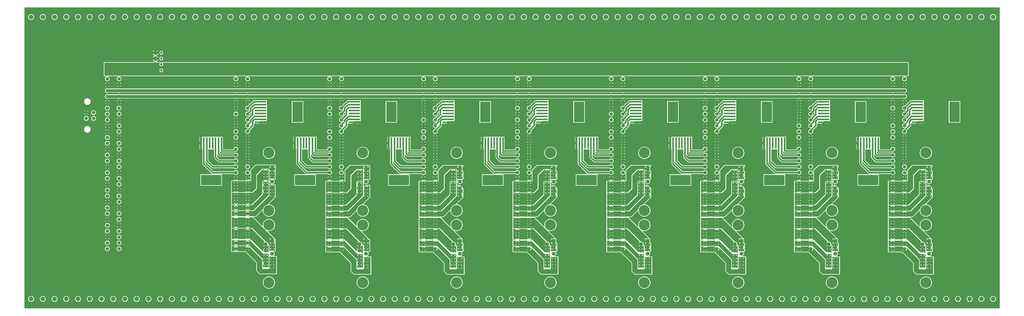
<source format=gbl>
%FSTAX23Y23*%
%MOIN*%
%SFA1B1*%

%IPPOS*%
%ADD10C,0.050000*%
%ADD12C,0.027559*%
%ADD13C,0.059842*%
%ADD14C,0.078740*%
%ADD15C,0.187401*%
%ADD16R,0.066535X0.066535*%
%ADD17C,0.066535*%
%ADD18C,0.043307*%
%ADD20R,0.029921X0.196850*%
%ADD21R,0.346456X0.177165*%
%ADD22R,0.196850X0.029921*%
%ADD23R,0.177165X0.346456*%
%ADD24C,0.025197*%
%LNbackplane-1*%
%LPD*%
G36*
X18429Y0719D02*
Y02079D01*
X01829*
Y0719*
X18429*
G37*
%LNbackplane-2*%
%LPC*%
G36*
X18329Y0709D02*
X18316Y07089D01*
X18305Y07084*
X18294Y07076*
X18286Y07065*
X18281Y07053*
X1828Y0704*
X18281Y07027*
X18286Y07016*
X18294Y07005*
X18305Y06997*
X18316Y06992*
X18329Y0699*
X18342Y06992*
X18355Y06997*
X18365Y07005*
X18373Y07016*
X18378Y07027*
X18379Y0704*
X18378Y07053*
X18373Y07065*
X18365Y07076*
X18355Y07084*
X18342Y07089*
X18329Y0709*
G37*
G36*
X18129D02*
X18116Y07089D01*
X18105Y07084*
X18094Y07076*
X18086Y07065*
X18081Y07053*
X1808Y0704*
X18081Y07027*
X18086Y07016*
X18094Y07005*
X18105Y06997*
X18116Y06992*
X18129Y0699*
X18142Y06992*
X18155Y06997*
X18165Y07005*
X18173Y07016*
X18178Y07027*
X18179Y0704*
X18178Y07053*
X18173Y07065*
X18165Y07076*
X18155Y07084*
X18142Y07089*
X18129Y0709*
G37*
G36*
X17929D02*
X17916Y07089D01*
X17905Y07084*
X17894Y07076*
X17886Y07065*
X17881Y07053*
X1788Y0704*
X17881Y07027*
X17886Y07016*
X17894Y07005*
X17905Y06997*
X17916Y06992*
X17929Y0699*
X17942Y06992*
X17955Y06997*
X17965Y07005*
X17973Y07016*
X17978Y07027*
X17979Y0704*
X17978Y07053*
X17973Y07065*
X17965Y07076*
X17955Y07084*
X17942Y07089*
X17929Y0709*
G37*
G36*
X17729D02*
X17716Y07089D01*
X17705Y07084*
X17694Y07076*
X17686Y07065*
X17681Y07053*
X1768Y0704*
X17681Y07027*
X17686Y07016*
X17694Y07005*
X17705Y06997*
X17716Y06992*
X17729Y0699*
X17742Y06992*
X17755Y06997*
X17765Y07005*
X17773Y07016*
X17778Y07027*
X17779Y0704*
X17778Y07053*
X17773Y07065*
X17765Y07076*
X17755Y07084*
X17742Y07089*
X17729Y0709*
G37*
G36*
X17529D02*
X17516Y07089D01*
X17505Y07084*
X17494Y07076*
X17486Y07065*
X17481Y07053*
X1748Y0704*
X17481Y07027*
X17486Y07016*
X17494Y07005*
X17505Y06997*
X17516Y06992*
X17529Y0699*
X17542Y06992*
X17555Y06997*
X17565Y07005*
X17573Y07016*
X17578Y07027*
X17579Y0704*
X17578Y07053*
X17573Y07065*
X17565Y07076*
X17555Y07084*
X17542Y07089*
X17529Y0709*
G37*
G36*
X17329D02*
X17316Y07089D01*
X17305Y07084*
X17294Y07076*
X17286Y07065*
X17281Y07053*
X1728Y0704*
X17281Y07027*
X17286Y07016*
X17294Y07005*
X17305Y06997*
X17316Y06992*
X17329Y0699*
X17342Y06992*
X17355Y06997*
X17365Y07005*
X17373Y07016*
X17378Y07027*
X17379Y0704*
X17378Y07053*
X17373Y07065*
X17365Y07076*
X17355Y07084*
X17342Y07089*
X17329Y0709*
G37*
G36*
X17129D02*
X17116Y07089D01*
X17105Y07084*
X17094Y07076*
X17086Y07065*
X17081Y07053*
X1708Y0704*
X17081Y07027*
X17086Y07016*
X17094Y07005*
X17105Y06997*
X17116Y06992*
X17129Y0699*
X17142Y06992*
X17155Y06997*
X17165Y07005*
X17173Y07016*
X17178Y07027*
X17179Y0704*
X17178Y07053*
X17173Y07065*
X17165Y07076*
X17155Y07084*
X17142Y07089*
X17129Y0709*
G37*
G36*
X16929D02*
X16916Y07089D01*
X16905Y07084*
X16894Y07076*
X16886Y07065*
X16881Y07053*
X1688Y0704*
X16881Y07027*
X16886Y07016*
X16894Y07005*
X16905Y06997*
X16916Y06992*
X16929Y0699*
X16942Y06992*
X16955Y06997*
X16965Y07005*
X16973Y07016*
X16978Y07027*
X16979Y0704*
X16978Y07053*
X16973Y07065*
X16965Y07076*
X16955Y07084*
X16942Y07089*
X16929Y0709*
G37*
G36*
X16729D02*
X16716Y07089D01*
X16705Y07084*
X16694Y07076*
X16686Y07065*
X16681Y07053*
X1668Y0704*
X16681Y07027*
X16686Y07016*
X16694Y07005*
X16705Y06997*
X16716Y06992*
X16729Y0699*
X16742Y06992*
X16755Y06997*
X16765Y07005*
X16773Y07016*
X16778Y07027*
X16779Y0704*
X16778Y07053*
X16773Y07065*
X16765Y07076*
X16755Y07084*
X16742Y07089*
X16729Y0709*
G37*
G36*
X16529D02*
X16516Y07089D01*
X16505Y07084*
X16494Y07076*
X16486Y07065*
X16481Y07053*
X1648Y0704*
X16481Y07027*
X16486Y07016*
X16494Y07005*
X16505Y06997*
X16516Y06992*
X16529Y0699*
X16542Y06992*
X16555Y06997*
X16565Y07005*
X16573Y07016*
X16578Y07027*
X16579Y0704*
X16578Y07053*
X16573Y07065*
X16565Y07076*
X16555Y07084*
X16542Y07089*
X16529Y0709*
G37*
G36*
X16329D02*
X16316Y07089D01*
X16305Y07084*
X16294Y07076*
X16286Y07065*
X16281Y07053*
X1628Y0704*
X16281Y07027*
X16286Y07016*
X16294Y07005*
X16305Y06997*
X16316Y06992*
X16329Y0699*
X16342Y06992*
X16355Y06997*
X16365Y07005*
X16373Y07016*
X16378Y07027*
X16379Y0704*
X16378Y07053*
X16373Y07065*
X16365Y07076*
X16355Y07084*
X16342Y07089*
X16329Y0709*
G37*
G36*
X16129D02*
X16116Y07089D01*
X16105Y07084*
X16094Y07076*
X16086Y07065*
X16081Y07053*
X1608Y0704*
X16081Y07027*
X16086Y07016*
X16094Y07005*
X16105Y06997*
X16116Y06992*
X16129Y0699*
X16142Y06992*
X16155Y06997*
X16165Y07005*
X16173Y07016*
X16178Y07027*
X16179Y0704*
X16178Y07053*
X16173Y07065*
X16165Y07076*
X16155Y07084*
X16142Y07089*
X16129Y0709*
G37*
G36*
X15929D02*
X15916Y07089D01*
X15905Y07084*
X15894Y07076*
X15886Y07065*
X15881Y07053*
X1588Y0704*
X15881Y07027*
X15886Y07016*
X15894Y07005*
X15905Y06997*
X15916Y06992*
X15929Y0699*
X15942Y06992*
X15955Y06997*
X15965Y07005*
X15973Y07016*
X15978Y07027*
X15979Y0704*
X15978Y07053*
X15973Y07065*
X15965Y07076*
X15955Y07084*
X15942Y07089*
X15929Y0709*
G37*
G36*
X15729D02*
X15716Y07089D01*
X15705Y07084*
X15694Y07076*
X15686Y07065*
X15681Y07053*
X1568Y0704*
X15681Y07027*
X15686Y07016*
X15694Y07005*
X15705Y06997*
X15716Y06992*
X15729Y0699*
X15742Y06992*
X15755Y06997*
X15765Y07005*
X15773Y07016*
X15778Y07027*
X15779Y0704*
X15778Y07053*
X15773Y07065*
X15765Y07076*
X15755Y07084*
X15742Y07089*
X15729Y0709*
G37*
G36*
X15529D02*
X15516Y07089D01*
X15505Y07084*
X15494Y07076*
X15486Y07065*
X15481Y07053*
X1548Y0704*
X15481Y07027*
X15486Y07016*
X15494Y07005*
X15505Y06997*
X15516Y06992*
X15529Y0699*
X15542Y06992*
X15555Y06997*
X15565Y07005*
X15573Y07016*
X15578Y07027*
X15579Y0704*
X15578Y07053*
X15573Y07065*
X15565Y07076*
X15555Y07084*
X15542Y07089*
X15529Y0709*
G37*
G36*
X15329D02*
X15316Y07089D01*
X15305Y07084*
X15294Y07076*
X15286Y07065*
X15281Y07053*
X1528Y0704*
X15281Y07027*
X15286Y07016*
X15294Y07005*
X15305Y06997*
X15316Y06992*
X15329Y0699*
X15342Y06992*
X15355Y06997*
X15365Y07005*
X15373Y07016*
X15378Y07027*
X15379Y0704*
X15378Y07053*
X15373Y07065*
X15365Y07076*
X15355Y07084*
X15342Y07089*
X15329Y0709*
G37*
G36*
X15129D02*
X15116Y07089D01*
X15105Y07084*
X15094Y07076*
X15086Y07065*
X15081Y07053*
X1508Y0704*
X15081Y07027*
X15086Y07016*
X15094Y07005*
X15105Y06997*
X15116Y06992*
X15129Y0699*
X15142Y06992*
X15155Y06997*
X15165Y07005*
X15173Y07016*
X15178Y07027*
X15179Y0704*
X15178Y07053*
X15173Y07065*
X15165Y07076*
X15155Y07084*
X15142Y07089*
X15129Y0709*
G37*
G36*
X14929D02*
X14916Y07089D01*
X14905Y07084*
X14894Y07076*
X14886Y07065*
X14881Y07053*
X1488Y0704*
X14881Y07027*
X14886Y07016*
X14894Y07005*
X14905Y06997*
X14916Y06992*
X14929Y0699*
X14942Y06992*
X14955Y06997*
X14965Y07005*
X14973Y07016*
X14978Y07027*
X14979Y0704*
X14978Y07053*
X14973Y07065*
X14965Y07076*
X14955Y07084*
X14942Y07089*
X14929Y0709*
G37*
G36*
X14729D02*
X14716Y07089D01*
X14705Y07084*
X14694Y07076*
X14686Y07065*
X14681Y07053*
X1468Y0704*
X14681Y07027*
X14686Y07016*
X14694Y07005*
X14705Y06997*
X14716Y06992*
X14729Y0699*
X14742Y06992*
X14755Y06997*
X14765Y07005*
X14773Y07016*
X14778Y07027*
X14779Y0704*
X14778Y07053*
X14773Y07065*
X14765Y07076*
X14755Y07084*
X14742Y07089*
X14729Y0709*
G37*
G36*
X14529D02*
X14516Y07089D01*
X14505Y07084*
X14494Y07076*
X14486Y07065*
X14481Y07053*
X1448Y0704*
X14481Y07027*
X14486Y07016*
X14494Y07005*
X14505Y06997*
X14516Y06992*
X14529Y0699*
X14542Y06992*
X14555Y06997*
X14565Y07005*
X14573Y07016*
X14578Y07027*
X14579Y0704*
X14578Y07053*
X14573Y07065*
X14565Y07076*
X14555Y07084*
X14542Y07089*
X14529Y0709*
G37*
G36*
X14329D02*
X14316Y07089D01*
X14305Y07084*
X14294Y07076*
X14286Y07065*
X14281Y07053*
X1428Y0704*
X14281Y07027*
X14286Y07016*
X14294Y07005*
X14305Y06997*
X14316Y06992*
X14329Y0699*
X14342Y06992*
X14355Y06997*
X14365Y07005*
X14373Y07016*
X14378Y07027*
X14379Y0704*
X14378Y07053*
X14373Y07065*
X14365Y07076*
X14355Y07084*
X14342Y07089*
X14329Y0709*
G37*
G36*
X14129D02*
X14116Y07089D01*
X14105Y07084*
X14094Y07076*
X14086Y07065*
X14081Y07053*
X1408Y0704*
X14081Y07027*
X14086Y07016*
X14094Y07005*
X14105Y06997*
X14116Y06992*
X14129Y0699*
X14142Y06992*
X14155Y06997*
X14165Y07005*
X14173Y07016*
X14178Y07027*
X14179Y0704*
X14178Y07053*
X14173Y07065*
X14165Y07076*
X14155Y07084*
X14142Y07089*
X14129Y0709*
G37*
G36*
X13929D02*
X13916Y07089D01*
X13905Y07084*
X13894Y07076*
X13886Y07065*
X13881Y07053*
X1388Y0704*
X13881Y07027*
X13886Y07016*
X13894Y07005*
X13905Y06997*
X13916Y06992*
X13929Y0699*
X13942Y06992*
X13955Y06997*
X13965Y07005*
X13973Y07016*
X13978Y07027*
X13979Y0704*
X13978Y07053*
X13973Y07065*
X13965Y07076*
X13955Y07084*
X13942Y07089*
X13929Y0709*
G37*
G36*
X13729D02*
X13716Y07089D01*
X13705Y07084*
X13694Y07076*
X13686Y07065*
X13681Y07053*
X1368Y0704*
X13681Y07027*
X13686Y07016*
X13694Y07005*
X13705Y06997*
X13716Y06992*
X13729Y0699*
X13742Y06992*
X13755Y06997*
X13765Y07005*
X13773Y07016*
X13778Y07027*
X13779Y0704*
X13778Y07053*
X13773Y07065*
X13765Y07076*
X13755Y07084*
X13742Y07089*
X13729Y0709*
G37*
G36*
X13529D02*
X13516Y07089D01*
X13505Y07084*
X13494Y07076*
X13486Y07065*
X13481Y07053*
X1348Y0704*
X13481Y07027*
X13486Y07016*
X13494Y07005*
X13505Y06997*
X13516Y06992*
X13529Y0699*
X13542Y06992*
X13555Y06997*
X13565Y07005*
X13573Y07016*
X13578Y07027*
X13579Y0704*
X13578Y07053*
X13573Y07065*
X13565Y07076*
X13555Y07084*
X13542Y07089*
X13529Y0709*
G37*
G36*
X13329D02*
X13316Y07089D01*
X13305Y07084*
X13294Y07076*
X13286Y07065*
X13281Y07053*
X1328Y0704*
X13281Y07027*
X13286Y07016*
X13294Y07005*
X13305Y06997*
X13316Y06992*
X13329Y0699*
X13342Y06992*
X13355Y06997*
X13365Y07005*
X13373Y07016*
X13378Y07027*
X13379Y0704*
X13378Y07053*
X13373Y07065*
X13365Y07076*
X13355Y07084*
X13342Y07089*
X13329Y0709*
G37*
G36*
X13129D02*
X13116Y07089D01*
X13105Y07084*
X13094Y07076*
X13086Y07065*
X13081Y07053*
X1308Y0704*
X13081Y07027*
X13086Y07016*
X13094Y07005*
X13105Y06997*
X13116Y06992*
X13129Y0699*
X13142Y06992*
X13155Y06997*
X13165Y07005*
X13173Y07016*
X13178Y07027*
X13179Y0704*
X13178Y07053*
X13173Y07065*
X13165Y07076*
X13155Y07084*
X13142Y07089*
X13129Y0709*
G37*
G36*
X12929D02*
X12916Y07089D01*
X12905Y07084*
X12894Y07076*
X12886Y07065*
X12881Y07053*
X1288Y0704*
X12881Y07027*
X12886Y07016*
X12894Y07005*
X12905Y06997*
X12916Y06992*
X12929Y0699*
X12942Y06992*
X12955Y06997*
X12965Y07005*
X12973Y07016*
X12978Y07027*
X12979Y0704*
X12978Y07053*
X12973Y07065*
X12965Y07076*
X12955Y07084*
X12942Y07089*
X12929Y0709*
G37*
G36*
X12729D02*
X12716Y07089D01*
X12705Y07084*
X12694Y07076*
X12686Y07065*
X12681Y07053*
X1268Y0704*
X12681Y07027*
X12686Y07016*
X12694Y07005*
X12705Y06997*
X12716Y06992*
X12729Y0699*
X12742Y06992*
X12755Y06997*
X12765Y07005*
X12773Y07016*
X12778Y07027*
X12779Y0704*
X12778Y07053*
X12773Y07065*
X12765Y07076*
X12755Y07084*
X12742Y07089*
X12729Y0709*
G37*
G36*
X12529D02*
X12516Y07089D01*
X12505Y07084*
X12494Y07076*
X12486Y07065*
X12481Y07053*
X1248Y0704*
X12481Y07027*
X12486Y07016*
X12494Y07005*
X12505Y06997*
X12516Y06992*
X12529Y0699*
X12542Y06992*
X12555Y06997*
X12565Y07005*
X12573Y07016*
X12578Y07027*
X12579Y0704*
X12578Y07053*
X12573Y07065*
X12565Y07076*
X12555Y07084*
X12542Y07089*
X12529Y0709*
G37*
G36*
X12329D02*
X12316Y07089D01*
X12305Y07084*
X12294Y07076*
X12286Y07065*
X12281Y07053*
X1228Y0704*
X12281Y07027*
X12286Y07016*
X12294Y07005*
X12305Y06997*
X12316Y06992*
X12329Y0699*
X12342Y06992*
X12355Y06997*
X12365Y07005*
X12373Y07016*
X12378Y07027*
X12379Y0704*
X12378Y07053*
X12373Y07065*
X12365Y07076*
X12355Y07084*
X12342Y07089*
X12329Y0709*
G37*
G36*
X12129D02*
X12116Y07089D01*
X12105Y07084*
X12094Y07076*
X12086Y07065*
X12081Y07053*
X1208Y0704*
X12081Y07027*
X12086Y07016*
X12094Y07005*
X12105Y06997*
X12116Y06992*
X12129Y0699*
X12142Y06992*
X12155Y06997*
X12165Y07005*
X12173Y07016*
X12178Y07027*
X12179Y0704*
X12178Y07053*
X12173Y07065*
X12165Y07076*
X12155Y07084*
X12142Y07089*
X12129Y0709*
G37*
G36*
X11929D02*
X11916Y07089D01*
X11905Y07084*
X11894Y07076*
X11886Y07065*
X11881Y07053*
X1188Y0704*
X11881Y07027*
X11886Y07016*
X11894Y07005*
X11905Y06997*
X11916Y06992*
X11929Y0699*
X11942Y06992*
X11955Y06997*
X11965Y07005*
X11973Y07016*
X11978Y07027*
X11979Y0704*
X11978Y07053*
X11973Y07065*
X11965Y07076*
X11955Y07084*
X11942Y07089*
X11929Y0709*
G37*
G36*
X11729D02*
X11716Y07089D01*
X11705Y07084*
X11694Y07076*
X11686Y07065*
X11681Y07053*
X1168Y0704*
X11681Y07027*
X11686Y07016*
X11694Y07005*
X11705Y06997*
X11716Y06992*
X11729Y0699*
X11742Y06992*
X11755Y06997*
X11765Y07005*
X11773Y07016*
X11778Y07027*
X11779Y0704*
X11778Y07053*
X11773Y07065*
X11765Y07076*
X11755Y07084*
X11742Y07089*
X11729Y0709*
G37*
G36*
X11529D02*
X11516Y07089D01*
X11505Y07084*
X11494Y07076*
X11486Y07065*
X11481Y07053*
X1148Y0704*
X11481Y07027*
X11486Y07016*
X11494Y07005*
X11505Y06997*
X11516Y06992*
X11529Y0699*
X11542Y06992*
X11555Y06997*
X11565Y07005*
X11573Y07016*
X11578Y07027*
X11579Y0704*
X11578Y07053*
X11573Y07065*
X11565Y07076*
X11555Y07084*
X11542Y07089*
X11529Y0709*
G37*
G36*
X11329D02*
X11316Y07089D01*
X11305Y07084*
X11294Y07076*
X11286Y07065*
X11281Y07053*
X1128Y0704*
X11281Y07027*
X11286Y07016*
X11294Y07005*
X11305Y06997*
X11316Y06992*
X11329Y0699*
X11342Y06992*
X11355Y06997*
X11365Y07005*
X11373Y07016*
X11378Y07027*
X11379Y0704*
X11378Y07053*
X11373Y07065*
X11365Y07076*
X11355Y07084*
X11342Y07089*
X11329Y0709*
G37*
G36*
X11129D02*
X11116Y07089D01*
X11105Y07084*
X11094Y07076*
X11086Y07065*
X11081Y07053*
X1108Y0704*
X11081Y07027*
X11086Y07016*
X11094Y07005*
X11105Y06997*
X11116Y06992*
X11129Y0699*
X11142Y06992*
X11155Y06997*
X11165Y07005*
X11173Y07016*
X11178Y07027*
X11179Y0704*
X11178Y07053*
X11173Y07065*
X11165Y07076*
X11155Y07084*
X11142Y07089*
X11129Y0709*
G37*
G36*
X10929D02*
X10916Y07089D01*
X10905Y07084*
X10894Y07076*
X10886Y07065*
X10881Y07053*
X1088Y0704*
X10881Y07027*
X10886Y07016*
X10894Y07005*
X10905Y06997*
X10916Y06992*
X10929Y0699*
X10942Y06992*
X10955Y06997*
X10965Y07005*
X10973Y07016*
X10978Y07027*
X10979Y0704*
X10978Y07053*
X10973Y07065*
X10965Y07076*
X10955Y07084*
X10942Y07089*
X10929Y0709*
G37*
G36*
X10729D02*
X10716Y07089D01*
X10705Y07084*
X10694Y07076*
X10686Y07065*
X10681Y07053*
X1068Y0704*
X10681Y07027*
X10686Y07016*
X10694Y07005*
X10705Y06997*
X10716Y06992*
X10729Y0699*
X10742Y06992*
X10755Y06997*
X10765Y07005*
X10773Y07016*
X10778Y07027*
X10779Y0704*
X10778Y07053*
X10773Y07065*
X10765Y07076*
X10755Y07084*
X10742Y07089*
X10729Y0709*
G37*
G36*
X10529D02*
X10516Y07089D01*
X10505Y07084*
X10494Y07076*
X10486Y07065*
X10481Y07053*
X1048Y0704*
X10481Y07027*
X10486Y07016*
X10494Y07005*
X10505Y06997*
X10516Y06992*
X10529Y0699*
X10542Y06992*
X10555Y06997*
X10565Y07005*
X10573Y07016*
X10578Y07027*
X10579Y0704*
X10578Y07053*
X10573Y07065*
X10565Y07076*
X10555Y07084*
X10542Y07089*
X10529Y0709*
G37*
G36*
X10329D02*
X10316Y07089D01*
X10305Y07084*
X10294Y07076*
X10286Y07065*
X10281Y07053*
X1028Y0704*
X10281Y07027*
X10286Y07016*
X10294Y07005*
X10305Y06997*
X10316Y06992*
X10329Y0699*
X10342Y06992*
X10355Y06997*
X10365Y07005*
X10373Y07016*
X10378Y07027*
X10379Y0704*
X10378Y07053*
X10373Y07065*
X10365Y07076*
X10355Y07084*
X10342Y07089*
X10329Y0709*
G37*
G36*
X10129D02*
X10116Y07089D01*
X10105Y07084*
X10094Y07076*
X10086Y07065*
X10081Y07053*
X1008Y0704*
X10081Y07027*
X10086Y07016*
X10094Y07005*
X10105Y06997*
X10116Y06992*
X10129Y0699*
X10142Y06992*
X10155Y06997*
X10165Y07005*
X10173Y07016*
X10178Y07027*
X10179Y0704*
X10178Y07053*
X10173Y07065*
X10165Y07076*
X10155Y07084*
X10142Y07089*
X10129Y0709*
G37*
G36*
X09929D02*
X09916Y07089D01*
X09905Y07084*
X09894Y07076*
X09886Y07065*
X09881Y07053*
X0988Y0704*
X09881Y07027*
X09886Y07016*
X09894Y07005*
X09905Y06997*
X09916Y06992*
X09929Y0699*
X09942Y06992*
X09955Y06997*
X09965Y07005*
X09973Y07016*
X09978Y07027*
X09979Y0704*
X09978Y07053*
X09973Y07065*
X09965Y07076*
X09955Y07084*
X09942Y07089*
X09929Y0709*
G37*
G36*
X09729D02*
X09716Y07089D01*
X09705Y07084*
X09694Y07076*
X09686Y07065*
X09681Y07053*
X0968Y0704*
X09681Y07027*
X09686Y07016*
X09694Y07005*
X09705Y06997*
X09716Y06992*
X09729Y0699*
X09742Y06992*
X09755Y06997*
X09765Y07005*
X09773Y07016*
X09778Y07027*
X09779Y0704*
X09778Y07053*
X09773Y07065*
X09765Y07076*
X09755Y07084*
X09742Y07089*
X09729Y0709*
G37*
G36*
X09529D02*
X09516Y07089D01*
X09505Y07084*
X09494Y07076*
X09486Y07065*
X09481Y07053*
X0948Y0704*
X09481Y07027*
X09486Y07016*
X09494Y07005*
X09505Y06997*
X09516Y06992*
X09529Y0699*
X09542Y06992*
X09555Y06997*
X09565Y07005*
X09573Y07016*
X09578Y07027*
X09579Y0704*
X09578Y07053*
X09573Y07065*
X09565Y07076*
X09555Y07084*
X09542Y07089*
X09529Y0709*
G37*
G36*
X09329D02*
X09316Y07089D01*
X09305Y07084*
X09294Y07076*
X09286Y07065*
X09281Y07053*
X0928Y0704*
X09281Y07027*
X09286Y07016*
X09294Y07005*
X09305Y06997*
X09316Y06992*
X09329Y0699*
X09342Y06992*
X09355Y06997*
X09365Y07005*
X09373Y07016*
X09378Y07027*
X09379Y0704*
X09378Y07053*
X09373Y07065*
X09365Y07076*
X09355Y07084*
X09342Y07089*
X09329Y0709*
G37*
G36*
X09129D02*
X09116Y07089D01*
X09105Y07084*
X09094Y07076*
X09086Y07065*
X09081Y07053*
X0908Y0704*
X09081Y07027*
X09086Y07016*
X09094Y07005*
X09105Y06997*
X09116Y06992*
X09129Y0699*
X09142Y06992*
X09155Y06997*
X09165Y07005*
X09173Y07016*
X09178Y07027*
X09179Y0704*
X09178Y07053*
X09173Y07065*
X09165Y07076*
X09155Y07084*
X09142Y07089*
X09129Y0709*
G37*
G36*
X08929D02*
X08916Y07089D01*
X08905Y07084*
X08894Y07076*
X08886Y07065*
X08881Y07053*
X0888Y0704*
X08881Y07027*
X08886Y07016*
X08894Y07005*
X08905Y06997*
X08916Y06992*
X08929Y0699*
X08942Y06992*
X08955Y06997*
X08965Y07005*
X08973Y07016*
X08978Y07027*
X08979Y0704*
X08978Y07053*
X08973Y07065*
X08965Y07076*
X08955Y07084*
X08942Y07089*
X08929Y0709*
G37*
G36*
X08729D02*
X08716Y07089D01*
X08705Y07084*
X08694Y07076*
X08686Y07065*
X08681Y07053*
X0868Y0704*
X08681Y07027*
X08686Y07016*
X08694Y07005*
X08705Y06997*
X08716Y06992*
X08729Y0699*
X08742Y06992*
X08755Y06997*
X08765Y07005*
X08773Y07016*
X08778Y07027*
X08779Y0704*
X08778Y07053*
X08773Y07065*
X08765Y07076*
X08755Y07084*
X08742Y07089*
X08729Y0709*
G37*
G36*
X08529D02*
X08516Y07089D01*
X08505Y07084*
X08494Y07076*
X08486Y07065*
X08481Y07053*
X0848Y0704*
X08481Y07027*
X08486Y07016*
X08494Y07005*
X08505Y06997*
X08516Y06992*
X08529Y0699*
X08542Y06992*
X08555Y06997*
X08565Y07005*
X08573Y07016*
X08578Y07027*
X08579Y0704*
X08578Y07053*
X08573Y07065*
X08565Y07076*
X08555Y07084*
X08542Y07089*
X08529Y0709*
G37*
G36*
X08329D02*
X08316Y07089D01*
X08305Y07084*
X08294Y07076*
X08286Y07065*
X08281Y07053*
X0828Y0704*
X08281Y07027*
X08286Y07016*
X08294Y07005*
X08305Y06997*
X08316Y06992*
X08329Y0699*
X08342Y06992*
X08355Y06997*
X08365Y07005*
X08373Y07016*
X08378Y07027*
X08379Y0704*
X08378Y07053*
X08373Y07065*
X08365Y07076*
X08355Y07084*
X08342Y07089*
X08329Y0709*
G37*
G36*
X08129D02*
X08116Y07089D01*
X08105Y07084*
X08094Y07076*
X08086Y07065*
X08081Y07053*
X0808Y0704*
X08081Y07027*
X08086Y07016*
X08094Y07005*
X08105Y06997*
X08116Y06992*
X08129Y0699*
X08142Y06992*
X08155Y06997*
X08165Y07005*
X08173Y07016*
X08178Y07027*
X08179Y0704*
X08178Y07053*
X08173Y07065*
X08165Y07076*
X08155Y07084*
X08142Y07089*
X08129Y0709*
G37*
G36*
X07929D02*
X07916Y07089D01*
X07905Y07084*
X07894Y07076*
X07886Y07065*
X07881Y07053*
X0788Y0704*
X07881Y07027*
X07886Y07016*
X07894Y07005*
X07905Y06997*
X07916Y06992*
X07929Y0699*
X07942Y06992*
X07955Y06997*
X07965Y07005*
X07973Y07016*
X07978Y07027*
X07979Y0704*
X07978Y07053*
X07973Y07065*
X07965Y07076*
X07955Y07084*
X07942Y07089*
X07929Y0709*
G37*
G36*
X07729D02*
X07716Y07089D01*
X07705Y07084*
X07694Y07076*
X07686Y07065*
X07681Y07053*
X0768Y0704*
X07681Y07027*
X07686Y07016*
X07694Y07005*
X07705Y06997*
X07716Y06992*
X07729Y0699*
X07742Y06992*
X07755Y06997*
X07765Y07005*
X07773Y07016*
X07778Y07027*
X07779Y0704*
X07778Y07053*
X07773Y07065*
X07765Y07076*
X07755Y07084*
X07742Y07089*
X07729Y0709*
G37*
G36*
X07529D02*
X07516Y07089D01*
X07505Y07084*
X07494Y07076*
X07486Y07065*
X07481Y07053*
X0748Y0704*
X07481Y07027*
X07486Y07016*
X07494Y07005*
X07505Y06997*
X07516Y06992*
X07529Y0699*
X07542Y06992*
X07555Y06997*
X07565Y07005*
X07573Y07016*
X07578Y07027*
X07579Y0704*
X07578Y07053*
X07573Y07065*
X07565Y07076*
X07555Y07084*
X07542Y07089*
X07529Y0709*
G37*
G36*
X07329D02*
X07316Y07089D01*
X07305Y07084*
X07294Y07076*
X07286Y07065*
X07281Y07053*
X0728Y0704*
X07281Y07027*
X07286Y07016*
X07294Y07005*
X07305Y06997*
X07316Y06992*
X07329Y0699*
X07342Y06992*
X07355Y06997*
X07365Y07005*
X07373Y07016*
X07378Y07027*
X07379Y0704*
X07378Y07053*
X07373Y07065*
X07365Y07076*
X07355Y07084*
X07342Y07089*
X07329Y0709*
G37*
G36*
X07129D02*
X07116Y07089D01*
X07105Y07084*
X07094Y07076*
X07086Y07065*
X07081Y07053*
X0708Y0704*
X07081Y07027*
X07086Y07016*
X07094Y07005*
X07105Y06997*
X07116Y06992*
X07129Y0699*
X07142Y06992*
X07155Y06997*
X07165Y07005*
X07173Y07016*
X07178Y07027*
X07179Y0704*
X07178Y07053*
X07173Y07065*
X07165Y07076*
X07155Y07084*
X07142Y07089*
X07129Y0709*
G37*
G36*
X06929D02*
X06916Y07089D01*
X06905Y07084*
X06894Y07076*
X06886Y07065*
X06881Y07053*
X0688Y0704*
X06881Y07027*
X06886Y07016*
X06894Y07005*
X06905Y06997*
X06916Y06992*
X06929Y0699*
X06942Y06992*
X06955Y06997*
X06965Y07005*
X06973Y07016*
X06978Y07027*
X06979Y0704*
X06978Y07053*
X06973Y07065*
X06965Y07076*
X06955Y07084*
X06942Y07089*
X06929Y0709*
G37*
G36*
X06729D02*
X06716Y07089D01*
X06705Y07084*
X06694Y07076*
X06686Y07065*
X06681Y07053*
X0668Y0704*
X06681Y07027*
X06686Y07016*
X06694Y07005*
X06705Y06997*
X06716Y06992*
X06729Y0699*
X06742Y06992*
X06755Y06997*
X06765Y07005*
X06773Y07016*
X06778Y07027*
X06779Y0704*
X06778Y07053*
X06773Y07065*
X06765Y07076*
X06755Y07084*
X06742Y07089*
X06729Y0709*
G37*
G36*
X06529D02*
X06516Y07089D01*
X06505Y07084*
X06494Y07076*
X06486Y07065*
X06481Y07053*
X0648Y0704*
X06481Y07027*
X06486Y07016*
X06494Y07005*
X06505Y06997*
X06516Y06992*
X06529Y0699*
X06542Y06992*
X06555Y06997*
X06565Y07005*
X06573Y07016*
X06578Y07027*
X06579Y0704*
X06578Y07053*
X06573Y07065*
X06565Y07076*
X06555Y07084*
X06542Y07089*
X06529Y0709*
G37*
G36*
X06329D02*
X06316Y07089D01*
X06305Y07084*
X06294Y07076*
X06286Y07065*
X06281Y07053*
X0628Y0704*
X06281Y07027*
X06286Y07016*
X06294Y07005*
X06305Y06997*
X06316Y06992*
X06329Y0699*
X06342Y06992*
X06355Y06997*
X06365Y07005*
X06373Y07016*
X06378Y07027*
X06379Y0704*
X06378Y07053*
X06373Y07065*
X06365Y07076*
X06355Y07084*
X06342Y07089*
X06329Y0709*
G37*
G36*
X06129D02*
X06116Y07089D01*
X06105Y07084*
X06094Y07076*
X06086Y07065*
X06081Y07053*
X0608Y0704*
X06081Y07027*
X06086Y07016*
X06094Y07005*
X06105Y06997*
X06116Y06992*
X06129Y0699*
X06142Y06992*
X06155Y06997*
X06165Y07005*
X06173Y07016*
X06178Y07027*
X06179Y0704*
X06178Y07053*
X06173Y07065*
X06165Y07076*
X06155Y07084*
X06142Y07089*
X06129Y0709*
G37*
G36*
X05929D02*
X05916Y07089D01*
X05905Y07084*
X05894Y07076*
X05886Y07065*
X05881Y07053*
X0588Y0704*
X05881Y07027*
X05886Y07016*
X05894Y07005*
X05905Y06997*
X05916Y06992*
X05929Y0699*
X05942Y06992*
X05955Y06997*
X05965Y07005*
X05973Y07016*
X05978Y07027*
X05979Y0704*
X05978Y07053*
X05973Y07065*
X05965Y07076*
X05955Y07084*
X05942Y07089*
X05929Y0709*
G37*
G36*
X05729D02*
X05716Y07089D01*
X05705Y07084*
X05694Y07076*
X05686Y07065*
X05681Y07053*
X0568Y0704*
X05681Y07027*
X05686Y07016*
X05694Y07005*
X05705Y06997*
X05716Y06992*
X05729Y0699*
X05742Y06992*
X05755Y06997*
X05765Y07005*
X05773Y07016*
X05778Y07027*
X05779Y0704*
X05778Y07053*
X05773Y07065*
X05765Y07076*
X05755Y07084*
X05742Y07089*
X05729Y0709*
G37*
G36*
X05529D02*
X05516Y07089D01*
X05505Y07084*
X05494Y07076*
X05486Y07065*
X05481Y07053*
X0548Y0704*
X05481Y07027*
X05486Y07016*
X05494Y07005*
X05505Y06997*
X05516Y06992*
X05529Y0699*
X05542Y06992*
X05555Y06997*
X05565Y07005*
X05573Y07016*
X05578Y07027*
X05579Y0704*
X05578Y07053*
X05573Y07065*
X05565Y07076*
X05555Y07084*
X05542Y07089*
X05529Y0709*
G37*
G36*
X05329D02*
X05316Y07089D01*
X05305Y07084*
X05294Y07076*
X05286Y07065*
X05281Y07053*
X0528Y0704*
X05281Y07027*
X05286Y07016*
X05294Y07005*
X05305Y06997*
X05316Y06992*
X05329Y0699*
X05342Y06992*
X05355Y06997*
X05365Y07005*
X05373Y07016*
X05378Y07027*
X05379Y0704*
X05378Y07053*
X05373Y07065*
X05365Y07076*
X05355Y07084*
X05342Y07089*
X05329Y0709*
G37*
G36*
X05129D02*
X05116Y07089D01*
X05105Y07084*
X05094Y07076*
X05086Y07065*
X05081Y07053*
X0508Y0704*
X05081Y07027*
X05086Y07016*
X05094Y07005*
X05105Y06997*
X05116Y06992*
X05129Y0699*
X05142Y06992*
X05155Y06997*
X05165Y07005*
X05173Y07016*
X05178Y07027*
X05179Y0704*
X05178Y07053*
X05173Y07065*
X05165Y07076*
X05155Y07084*
X05142Y07089*
X05129Y0709*
G37*
G36*
X04929D02*
X04916Y07089D01*
X04905Y07084*
X04894Y07076*
X04886Y07065*
X04881Y07053*
X0488Y0704*
X04881Y07027*
X04886Y07016*
X04894Y07005*
X04905Y06997*
X04916Y06992*
X04929Y0699*
X04942Y06992*
X04955Y06997*
X04965Y07005*
X04973Y07016*
X04978Y07027*
X04979Y0704*
X04978Y07053*
X04973Y07065*
X04965Y07076*
X04955Y07084*
X04942Y07089*
X04929Y0709*
G37*
G36*
X04729D02*
X04716Y07089D01*
X04705Y07084*
X04694Y07076*
X04686Y07065*
X04681Y07053*
X0468Y0704*
X04681Y07027*
X04686Y07016*
X04694Y07005*
X04705Y06997*
X04716Y06992*
X04729Y0699*
X04742Y06992*
X04755Y06997*
X04765Y07005*
X04773Y07016*
X04778Y07027*
X04779Y0704*
X04778Y07053*
X04773Y07065*
X04765Y07076*
X04755Y07084*
X04742Y07089*
X04729Y0709*
G37*
G36*
X04529D02*
X04516Y07089D01*
X04505Y07084*
X04494Y07076*
X04486Y07065*
X04481Y07053*
X0448Y0704*
X04481Y07027*
X04486Y07016*
X04494Y07005*
X04505Y06997*
X04516Y06992*
X04529Y0699*
X04542Y06992*
X04555Y06997*
X04565Y07005*
X04573Y07016*
X04578Y07027*
X04579Y0704*
X04578Y07053*
X04573Y07065*
X04565Y07076*
X04555Y07084*
X04542Y07089*
X04529Y0709*
G37*
G36*
X04329D02*
X04316Y07089D01*
X04305Y07084*
X04294Y07076*
X04286Y07065*
X04281Y07053*
X0428Y0704*
X04281Y07027*
X04286Y07016*
X04294Y07005*
X04305Y06997*
X04316Y06992*
X04329Y0699*
X04342Y06992*
X04355Y06997*
X04365Y07005*
X04373Y07016*
X04378Y07027*
X04379Y0704*
X04378Y07053*
X04373Y07065*
X04365Y07076*
X04355Y07084*
X04342Y07089*
X04329Y0709*
G37*
G36*
X04129D02*
X04116Y07089D01*
X04105Y07084*
X04094Y07076*
X04086Y07065*
X04081Y07053*
X0408Y0704*
X04081Y07027*
X04086Y07016*
X04094Y07005*
X04105Y06997*
X04116Y06992*
X04129Y0699*
X04142Y06992*
X04155Y06997*
X04165Y07005*
X04173Y07016*
X04178Y07027*
X04179Y0704*
X04178Y07053*
X04173Y07065*
X04165Y07076*
X04155Y07084*
X04142Y07089*
X04129Y0709*
G37*
G36*
X03929D02*
X03916Y07089D01*
X03905Y07084*
X03894Y07076*
X03886Y07065*
X03881Y07053*
X0388Y0704*
X03881Y07027*
X03886Y07016*
X03894Y07005*
X03905Y06997*
X03916Y06992*
X03929Y0699*
X03942Y06992*
X03955Y06997*
X03965Y07005*
X03973Y07016*
X03978Y07027*
X03979Y0704*
X03978Y07053*
X03973Y07065*
X03965Y07076*
X03955Y07084*
X03942Y07089*
X03929Y0709*
G37*
G36*
X03729D02*
X03716Y07089D01*
X03705Y07084*
X03694Y07076*
X03686Y07065*
X03681Y07053*
X0368Y0704*
X03681Y07027*
X03686Y07016*
X03694Y07005*
X03705Y06997*
X03716Y06992*
X03729Y0699*
X03742Y06992*
X03755Y06997*
X03765Y07005*
X03773Y07016*
X03778Y07027*
X03779Y0704*
X03778Y07053*
X03773Y07065*
X03765Y07076*
X03755Y07084*
X03742Y07089*
X03729Y0709*
G37*
G36*
X03529D02*
X03516Y07089D01*
X03505Y07084*
X03494Y07076*
X03486Y07065*
X03481Y07053*
X0348Y0704*
X03481Y07027*
X03486Y07016*
X03494Y07005*
X03505Y06997*
X03516Y06992*
X03529Y0699*
X03542Y06992*
X03555Y06997*
X03565Y07005*
X03573Y07016*
X03578Y07027*
X03579Y0704*
X03578Y07053*
X03573Y07065*
X03565Y07076*
X03555Y07084*
X03542Y07089*
X03529Y0709*
G37*
G36*
X03329D02*
X03316Y07089D01*
X03305Y07084*
X03294Y07076*
X03286Y07065*
X03281Y07053*
X0328Y0704*
X03281Y07027*
X03286Y07016*
X03294Y07005*
X03305Y06997*
X03316Y06992*
X03329Y0699*
X03342Y06992*
X03355Y06997*
X03365Y07005*
X03373Y07016*
X03378Y07027*
X03379Y0704*
X03378Y07053*
X03373Y07065*
X03365Y07076*
X03355Y07084*
X03342Y07089*
X03329Y0709*
G37*
G36*
X03129D02*
X03116Y07089D01*
X03105Y07084*
X03094Y07076*
X03086Y07065*
X03081Y07053*
X0308Y0704*
X03081Y07027*
X03086Y07016*
X03094Y07005*
X03105Y06997*
X03116Y06992*
X03129Y0699*
X03142Y06992*
X03155Y06997*
X03165Y07005*
X03173Y07016*
X03178Y07027*
X03179Y0704*
X03178Y07053*
X03173Y07065*
X03165Y07076*
X03155Y07084*
X03142Y07089*
X03129Y0709*
G37*
G36*
X02929D02*
X02916Y07089D01*
X02905Y07084*
X02894Y07076*
X02886Y07065*
X02881Y07053*
X0288Y0704*
X02881Y07027*
X02886Y07016*
X02894Y07005*
X02905Y06997*
X02916Y06992*
X02929Y0699*
X02942Y06992*
X02955Y06997*
X02965Y07005*
X02973Y07016*
X02978Y07027*
X02979Y0704*
X02978Y07053*
X02973Y07065*
X02965Y07076*
X02955Y07084*
X02942Y07089*
X02929Y0709*
G37*
G36*
X02729D02*
X02716Y07089D01*
X02705Y07084*
X02694Y07076*
X02686Y07065*
X02681Y07053*
X0268Y0704*
X02681Y07027*
X02686Y07016*
X02694Y07005*
X02705Y06997*
X02716Y06992*
X02729Y0699*
X02742Y06992*
X02755Y06997*
X02765Y07005*
X02773Y07016*
X02778Y07027*
X02779Y0704*
X02778Y07053*
X02773Y07065*
X02765Y07076*
X02755Y07084*
X02742Y07089*
X02729Y0709*
G37*
G36*
X02529D02*
X02516Y07089D01*
X02505Y07084*
X02494Y07076*
X02486Y07065*
X02481Y07053*
X0248Y0704*
X02481Y07027*
X02486Y07016*
X02494Y07005*
X02505Y06997*
X02516Y06992*
X02529Y0699*
X02542Y06992*
X02555Y06997*
X02565Y07005*
X02573Y07016*
X02578Y07027*
X02579Y0704*
X02578Y07053*
X02573Y07065*
X02565Y07076*
X02555Y07084*
X02542Y07089*
X02529Y0709*
G37*
G36*
X02329D02*
X02316Y07089D01*
X02305Y07084*
X02294Y07076*
X02286Y07065*
X02281Y07053*
X0228Y0704*
X02281Y07027*
X02286Y07016*
X02294Y07005*
X02305Y06997*
X02316Y06992*
X02329Y0699*
X02342Y06992*
X02355Y06997*
X02365Y07005*
X02373Y07016*
X02378Y07027*
X02379Y0704*
X02378Y07053*
X02373Y07065*
X02365Y07076*
X02355Y07084*
X02342Y07089*
X02329Y0709*
G37*
G36*
X02129D02*
X02116Y07089D01*
X02105Y07084*
X02094Y07076*
X02086Y07065*
X02081Y07053*
X0208Y0704*
X02081Y07027*
X02086Y07016*
X02094Y07005*
X02105Y06997*
X02116Y06992*
X02129Y0699*
X02142Y06992*
X02155Y06997*
X02165Y07005*
X02173Y07016*
X02178Y07027*
X02179Y0704*
X02178Y07053*
X02173Y07065*
X02165Y07076*
X02155Y07084*
X02142Y07089*
X02129Y0709*
G37*
G36*
X01929D02*
X01916Y07089D01*
X01905Y07084*
X01894Y07076*
X01886Y07065*
X01881Y07053*
X0188Y0704*
X01881Y07027*
X01886Y07016*
X01894Y07005*
X01905Y06997*
X01916Y06992*
X01929Y0699*
X01942Y06992*
X01955Y06997*
X01965Y07005*
X01973Y07016*
X01978Y07027*
X01979Y0704*
X01978Y07053*
X01973Y07065*
X01965Y07076*
X01955Y07084*
X01942Y07089*
X01929Y0709*
G37*
G36*
X04069Y06475D02*
Y06449D01*
X04095*
X04093Y06455*
X04085Y06465*
X04074Y06473*
X04069Y06475*
G37*
G36*
X0403D02*
X04025Y06473D01*
X04014Y06465*
X04006Y06455*
X04004Y06449*
X0403*
Y06475*
G37*
G36*
X0415Y06461D02*
X04141Y06461D01*
X04133Y06457*
X04127Y06452*
X04122Y06446*
X04118Y06438*
X04118Y06429*
X04118Y06421*
X04122Y06414*
X04127Y06407*
X04133Y06402*
X04141Y06399*
X0415Y06398*
X04158Y06399*
X04166Y06402*
X04172Y06407*
X04177Y06414*
X04181Y06421*
X04181Y06429*
X04181Y06438*
X04177Y06446*
X04172Y06452*
X04166Y06457*
X04158Y06461*
X0415Y06461*
G37*
G36*
X04095Y0641D02*
X0405D01*
X04004*
X04006Y06405*
X04014Y06394*
X04025Y06386*
X04035Y06382*
Y06377*
X04025Y06373*
X04014Y06365*
X04006Y06355*
X04004Y06349*
X0405*
X04095*
X04093Y06355*
X04085Y06365*
X04074Y06373*
X04064Y06377*
Y06382*
X04074Y06386*
X04085Y06394*
X04093Y06405*
X04095Y0641*
G37*
G36*
X0415Y06361D02*
X04141Y06361D01*
X04133Y06357*
X04127Y06352*
X04122Y06346*
X04118Y06338*
X04118Y06329*
X04118Y06321*
X04122Y06314*
X04127Y06307*
X04133Y06302*
X04141Y06299*
X0415Y06298*
X04158Y06299*
X04166Y06302*
X04172Y06307*
X04177Y06314*
X04181Y06321*
X04181Y06329*
X04181Y06338*
X04177Y06346*
X04172Y06352*
X04166Y06357*
X04158Y06361*
X0415Y06361*
G37*
G36*
X04095Y0631D02*
X0405D01*
X04004*
X04006Y06305*
X04014Y06294*
X04025Y06286*
X04035Y06282*
Y06277*
X04025Y06273*
X04021Y0627*
X03179*
X03175Y06269*
X03172Y06267*
X0317Y06263*
X03169Y06259*
Y0604*
X0317Y06036*
X03172Y06032*
X03175Y0603*
X03179Y06029*
X03224*
X03224Y06024*
X03219Y06024*
X03209Y0602*
X03201Y06013*
X03194Y06005*
X0319Y05995*
X03189Y05985*
X0319Y05974*
X03194Y05964*
X03201Y05956*
X03209Y0595*
X03219Y05946*
X03229Y05944*
X0324Y05946*
X0325Y0595*
X03258Y05956*
X03264Y05964*
X03268Y05974*
X0327Y05985*
X03268Y05995*
X03264Y06005*
X03258Y06013*
X0325Y0602*
X0324Y06024*
X03235Y06024*
X03235Y06029*
X03424*
X03424Y06024*
X03419Y06024*
X03409Y0602*
X03401Y06013*
X03394Y06005*
X0339Y05995*
X03389Y05985*
X0339Y05974*
X03394Y05964*
X03401Y05956*
X03409Y0595*
X03419Y05946*
X03429Y05944*
X0344Y05946*
X0345Y0595*
X03458Y05956*
X03464Y05964*
X03468Y05974*
X0347Y05985*
X03468Y05995*
X03464Y06005*
X03458Y06013*
X0345Y0602*
X0344Y06024*
X03435Y06024*
X03435Y06029*
X05414*
X05414Y06024*
X05409Y06024*
X05399Y0602*
X05391Y06013*
X05385Y06005*
X05381Y05995*
X05379Y05985*
X05381Y05974*
X05385Y05964*
X05391Y05956*
X05399Y0595*
X05409Y05946*
X0542Y05944*
X0543Y05946*
X0544Y0595*
X05448Y05956*
X05455Y05964*
X05459Y05974*
X0546Y05985*
X05459Y05995*
X05455Y06005*
X05448Y06013*
X0544Y0602*
X0543Y06024*
X05425Y06024*
X05425Y06029*
X05614*
X05614Y06024*
X05609Y06024*
X05599Y0602*
X05591Y06013*
X05585Y06005*
X05581Y05995*
X05579Y05985*
X05581Y05974*
X05585Y05964*
X05591Y05956*
X05599Y0595*
X05609Y05946*
X0562Y05944*
X0563Y05946*
X0564Y0595*
X05648Y05956*
X05655Y05964*
X05659Y05974*
X0566Y05985*
X05659Y05995*
X05655Y06005*
X05648Y06013*
X0564Y0602*
X0563Y06024*
X05625Y06024*
X05625Y06029*
X07014*
X07014Y06024*
X07009Y06024*
X06999Y0602*
X06991Y06013*
X06985Y06005*
X06981Y05995*
X06979Y05985*
X06981Y05974*
X06985Y05964*
X06991Y05956*
X06999Y0595*
X07009Y05946*
X0702Y05944*
X0703Y05946*
X0704Y0595*
X07048Y05956*
X07055Y05964*
X07059Y05974*
X0706Y05985*
X07059Y05995*
X07055Y06005*
X07048Y06013*
X0704Y0602*
X0703Y06024*
X07025Y06024*
X07025Y06029*
X07214*
X07214Y06024*
X07209Y06024*
X07199Y0602*
X07191Y06013*
X07185Y06005*
X07181Y05995*
X07179Y05985*
X07181Y05974*
X07185Y05964*
X07191Y05956*
X07199Y0595*
X07209Y05946*
X0722Y05944*
X0723Y05946*
X0724Y0595*
X07248Y05956*
X07255Y05964*
X07259Y05974*
X0726Y05985*
X07259Y05995*
X07255Y06005*
X07248Y06013*
X0724Y0602*
X0723Y06024*
X07225Y06024*
X07225Y06029*
X08614*
X08614Y06024*
X08609Y06024*
X08599Y0602*
X08591Y06013*
X08585Y06005*
X08581Y05995*
X08579Y05985*
X08581Y05974*
X08585Y05964*
X08591Y05956*
X08599Y0595*
X08609Y05946*
X0862Y05944*
X0863Y05946*
X0864Y0595*
X08648Y05956*
X08655Y05964*
X08659Y05974*
X0866Y05985*
X08659Y05995*
X08655Y06005*
X08648Y06013*
X0864Y0602*
X0863Y06024*
X08625Y06024*
X08625Y06029*
X08814*
X08814Y06024*
X08809Y06024*
X08799Y0602*
X08791Y06013*
X08785Y06005*
X08781Y05995*
X08779Y05985*
X08781Y05974*
X08785Y05964*
X08791Y05956*
X08799Y0595*
X08809Y05946*
X0882Y05944*
X0883Y05946*
X0884Y0595*
X08848Y05956*
X08855Y05964*
X08859Y05974*
X0886Y05985*
X08859Y05995*
X08855Y06005*
X08848Y06013*
X0884Y0602*
X0883Y06024*
X08825Y06024*
X08825Y06029*
X10214*
X10214Y06024*
X10209Y06024*
X10199Y0602*
X10191Y06013*
X10185Y06005*
X10181Y05995*
X10179Y05985*
X10181Y05974*
X10185Y05964*
X10191Y05956*
X10199Y0595*
X10209Y05946*
X1022Y05944*
X1023Y05946*
X1024Y0595*
X10248Y05956*
X10255Y05964*
X10259Y05974*
X1026Y05985*
X10259Y05995*
X10255Y06005*
X10248Y06013*
X1024Y0602*
X1023Y06024*
X10225Y06024*
X10225Y06029*
X10414*
X10414Y06024*
X10409Y06024*
X10399Y0602*
X10391Y06013*
X10385Y06005*
X10381Y05995*
X10379Y05985*
X10381Y05974*
X10385Y05964*
X10391Y05956*
X10399Y0595*
X10409Y05946*
X1042Y05944*
X1043Y05946*
X1044Y0595*
X10448Y05956*
X10455Y05964*
X10459Y05974*
X1046Y05985*
X10459Y05995*
X10455Y06005*
X10448Y06013*
X1044Y0602*
X1043Y06024*
X10425Y06024*
X10425Y06029*
X11814*
X11814Y06024*
X11809Y06024*
X11799Y0602*
X11791Y06013*
X11785Y06005*
X11781Y05995*
X11779Y05985*
X11781Y05974*
X11785Y05964*
X11791Y05956*
X11799Y0595*
X11809Y05946*
X1182Y05944*
X1183Y05946*
X1184Y0595*
X11848Y05956*
X11855Y05964*
X11859Y05974*
X1186Y05985*
X11859Y05995*
X11855Y06005*
X11848Y06013*
X1184Y0602*
X1183Y06024*
X11825Y06024*
X11825Y06029*
X12014*
X12014Y06024*
X12009Y06024*
X11999Y0602*
X11991Y06013*
X11985Y06005*
X11981Y05995*
X11979Y05985*
X11981Y05974*
X11985Y05964*
X11991Y05956*
X11999Y0595*
X12009Y05946*
X1202Y05944*
X1203Y05946*
X1204Y0595*
X12048Y05956*
X12055Y05964*
X12059Y05974*
X1206Y05985*
X12059Y05995*
X12055Y06005*
X12048Y06013*
X1204Y0602*
X1203Y06024*
X12025Y06024*
X12025Y06029*
X13414*
X13414Y06024*
X13409Y06024*
X13399Y0602*
X13391Y06013*
X13385Y06005*
X13381Y05995*
X13379Y05985*
X13381Y05974*
X13385Y05964*
X13391Y05956*
X13399Y0595*
X13409Y05946*
X1342Y05944*
X1343Y05946*
X1344Y0595*
X13448Y05956*
X13455Y05964*
X13459Y05974*
X1346Y05985*
X13459Y05995*
X13455Y06005*
X13448Y06013*
X1344Y0602*
X1343Y06024*
X13425Y06024*
X13425Y06029*
X13614*
X13614Y06024*
X13609Y06024*
X13599Y0602*
X13591Y06013*
X13585Y06005*
X13581Y05995*
X13579Y05985*
X13581Y05974*
X13585Y05964*
X13591Y05956*
X13599Y0595*
X13609Y05946*
X1362Y05944*
X1363Y05946*
X1364Y0595*
X13648Y05956*
X13655Y05964*
X13659Y05974*
X1366Y05985*
X13659Y05995*
X13655Y06005*
X13648Y06013*
X1364Y0602*
X1363Y06024*
X13625Y06024*
X13625Y06029*
X15014*
X15014Y06024*
X15009Y06024*
X14999Y0602*
X14991Y06013*
X14985Y06005*
X14981Y05995*
X14979Y05985*
X14981Y05974*
X14985Y05964*
X14991Y05956*
X14999Y0595*
X15009Y05946*
X1502Y05944*
X1503Y05946*
X1504Y0595*
X15048Y05956*
X15055Y05964*
X15059Y05974*
X1506Y05985*
X15059Y05995*
X15055Y06005*
X15048Y06013*
X1504Y0602*
X1503Y06024*
X15025Y06024*
X15025Y06029*
X15214*
X15214Y06024*
X15209Y06024*
X15199Y0602*
X15191Y06013*
X15185Y06005*
X15181Y05995*
X15179Y05985*
X15181Y05974*
X15185Y05964*
X15191Y05956*
X15199Y0595*
X15209Y05946*
X1522Y05944*
X1523Y05946*
X1524Y0595*
X15248Y05956*
X15255Y05964*
X15259Y05974*
X1526Y05985*
X15259Y05995*
X15255Y06005*
X15248Y06013*
X1524Y0602*
X1523Y06024*
X15225Y06024*
X15225Y06029*
X16614*
X16614Y06024*
X16609Y06024*
X16599Y0602*
X16591Y06013*
X16585Y06005*
X16581Y05995*
X16579Y05985*
X16581Y05974*
X16585Y05964*
X16591Y05956*
X16599Y0595*
X16609Y05946*
X1662Y05944*
X1663Y05946*
X1664Y0595*
X16648Y05956*
X16655Y05964*
X16659Y05974*
X1666Y05985*
X16659Y05995*
X16655Y06005*
X16648Y06013*
X1664Y0602*
X1663Y06024*
X16625Y06024*
X16625Y06029*
X16814*
X16814Y06024*
X16809Y06024*
X16799Y0602*
X16791Y06013*
X16785Y06005*
X16781Y05995*
X16779Y05985*
X16781Y05974*
X16785Y05964*
X16791Y05956*
X16799Y0595*
X16809Y05946*
X1682Y05944*
X1683Y05946*
X1684Y0595*
X16848Y05956*
X16855Y05964*
X16859Y05974*
X1686Y05985*
X16859Y05995*
X16855Y06005*
X16848Y06013*
X1684Y0602*
X1683Y06024*
X16825Y06024*
X16825Y06029*
X16879*
X16883Y0603*
X16887Y06032*
X16889Y06036*
X1689Y0604*
Y06259*
X16889Y06263*
X16887Y06267*
X16883Y06269*
X16879Y0627*
X04171*
X0417Y0627*
X0417*
X04168Y06269*
X04167*
X04166Y06269*
X04166*
X04165Y06268*
X04163Y06267*
Y06266*
X04163*
X04162Y06265*
X04161Y06263*
X04158Y06261*
X0415Y06261*
X04141Y06261*
X04138Y06263*
X04137Y06265*
X04136Y06266*
X04136*
Y06267*
X04134Y06268*
X04133Y06269*
X04133*
X04132Y06269*
X04131*
X04129Y0627*
X04129*
X04128Y0627*
X04078*
X04074Y06273*
X04064Y06277*
Y06282*
X04074Y06286*
X04085Y06294*
X04093Y06305*
X04095Y0631*
G37*
G36*
X16839Y0592D02*
Y05904D01*
X16855*
Y05905*
X16848Y05913*
X1684Y0592*
X16839*
G37*
G36*
X16639D02*
Y05904D01*
X16655*
Y05905*
X16648Y05913*
X1664Y0592*
X16639*
G37*
G36*
X15239D02*
Y05904D01*
X15255*
Y05905*
X15248Y05913*
X1524Y0592*
X15239*
G37*
G36*
X15039D02*
Y05904D01*
X15055*
Y05905*
X15048Y05913*
X1504Y0592*
X15039*
G37*
G36*
X13639D02*
Y05904D01*
X13655*
Y05905*
X13648Y05913*
X1364Y0592*
X13639*
G37*
G36*
X05639D02*
Y05904D01*
X05655*
Y05905*
X05648Y05913*
X0564Y0592*
X05639*
G37*
G36*
X05439D02*
Y05904D01*
X05455*
Y05905*
X05448Y05913*
X0544Y0592*
X05439*
G37*
G36*
X03449D02*
Y05904D01*
X03465*
X03464Y05905*
X03458Y05913*
X0345Y0592*
X03449*
G37*
G36*
X03249D02*
Y05904D01*
X03265*
X03264Y05905*
X03258Y05913*
X0325Y0592*
X03249*
G37*
G36*
X07239D02*
Y05904D01*
X07255*
Y05905*
X07248Y05913*
X0724Y0592*
X07239*
G37*
G36*
X07039D02*
Y05904D01*
X07055*
Y05905*
X07048Y05913*
X0704Y0592*
X07039*
G37*
G36*
X13439D02*
Y05904D01*
X13455*
Y05905*
X13448Y05913*
X1344Y0592*
X13439*
G37*
G36*
X12039D02*
Y05904D01*
X12055*
Y05905*
X12048Y05913*
X1204Y0592*
X12039*
G37*
G36*
X11839D02*
Y05904D01*
X11855*
Y05905*
X11848Y05913*
X1184Y0592*
X11839*
G37*
G36*
X10439D02*
Y05904D01*
X10455*
Y05905*
X10448Y05913*
X1044Y0592*
X10439*
G37*
G36*
X10239D02*
Y05904D01*
X10255*
Y05905*
X10248Y05913*
X1024Y0592*
X10239*
G37*
G36*
X08839D02*
Y05904D01*
X08855*
Y05905*
X08848Y05913*
X0884Y0592*
X08839*
G37*
G36*
X08639D02*
Y05904D01*
X08655*
Y05905*
X08648Y05913*
X0864Y0592*
X08639*
G37*
G36*
X168D02*
X16799D01*
X16791Y05913*
X16785Y05905*
X16784Y05904*
X168*
Y0592*
G37*
G36*
X166D02*
X16599D01*
X16591Y05913*
X16585Y05905*
X16584Y05904*
X166*
Y0592*
G37*
G36*
X152D02*
X15199D01*
X15191Y05913*
X15185Y05905*
X15184Y05904*
X152*
Y0592*
G37*
G36*
X15D02*
X14999D01*
X14991Y05913*
X14985Y05905*
X14984Y05904*
X15*
Y0592*
G37*
G36*
X136D02*
X13599D01*
X13591Y05913*
X13585Y05905*
X13584Y05904*
X136*
Y0592*
G37*
G36*
X056D02*
X05599D01*
X05591Y05913*
X05585Y05905*
X05584Y05904*
X056*
Y0592*
G37*
G36*
X054D02*
X05399D01*
X05391Y05913*
X05385Y05905*
X05384Y05904*
X054*
Y0592*
G37*
G36*
X0341D02*
X03409D01*
X03401Y05913*
X03394Y05905*
Y05904*
X0341*
Y0592*
G37*
G36*
X0321D02*
X03209D01*
X03201Y05913*
X03194Y05905*
Y05904*
X0321*
Y0592*
G37*
G36*
X072D02*
X07199D01*
X07191Y05913*
X07185Y05905*
X07184Y05904*
X072*
Y0592*
G37*
G36*
X07D02*
X06999D01*
X06991Y05913*
X06985Y05905*
X06984Y05904*
X07*
Y0592*
G37*
G36*
X134D02*
X13399D01*
X13391Y05913*
X13385Y05905*
X13384Y05904*
X134*
Y0592*
G37*
G36*
X12D02*
X11999D01*
X11991Y05913*
X11985Y05905*
X11984Y05904*
X12*
Y0592*
G37*
G36*
X118D02*
X11799D01*
X11791Y05913*
X11785Y05905*
X11784Y05904*
X118*
Y0592*
G37*
G36*
X104D02*
X10399D01*
X10391Y05913*
X10385Y05905*
X10384Y05904*
X104*
Y0592*
G37*
G36*
X102D02*
X10199D01*
X10191Y05913*
X10185Y05905*
X10184Y05904*
X102*
Y0592*
G37*
G36*
X088D02*
X08799D01*
X08791Y05913*
X08785Y05905*
X08784Y05904*
X088*
Y0592*
G37*
G36*
X086D02*
X08599D01*
X08591Y05913*
X08585Y05905*
X08584Y05904*
X086*
Y0592*
G37*
G36*
X16855Y05865D02*
X16839D01*
Y05849*
X1684Y0585*
X16848Y05856*
X16855Y05864*
Y05865*
G37*
G36*
X16655D02*
X16639D01*
Y05849*
X1664Y0585*
X16648Y05856*
X16655Y05864*
Y05865*
G37*
G36*
X15255D02*
X15239D01*
Y05849*
X1524Y0585*
X15248Y05856*
X15255Y05864*
Y05865*
G37*
G36*
X15055D02*
X15039D01*
Y05849*
X1504Y0585*
X15048Y05856*
X15055Y05864*
Y05865*
G37*
G36*
X13655D02*
X13639D01*
Y05849*
X1364Y0585*
X13648Y05856*
X13655Y05864*
Y05865*
G37*
G36*
X13455D02*
X13439D01*
Y05849*
X1344Y0585*
X13448Y05856*
X13455Y05864*
Y05865*
G37*
G36*
X12055D02*
X12039D01*
Y05849*
X1204Y0585*
X12048Y05856*
X12055Y05864*
Y05865*
G37*
G36*
X11855D02*
X11839D01*
Y05849*
X1184Y0585*
X11848Y05856*
X11855Y05864*
Y05865*
G37*
G36*
X10455D02*
X10439D01*
Y05849*
X1044Y0585*
X10448Y05856*
X10455Y05864*
Y05865*
G37*
G36*
X10255D02*
X10239D01*
Y05849*
X1024Y0585*
X10248Y05856*
X10255Y05864*
Y05865*
G37*
G36*
X08855D02*
X08839D01*
Y05849*
X0884Y0585*
X08848Y05856*
X08855Y05864*
Y05865*
G37*
G36*
X08655D02*
X08639D01*
Y05849*
X0864Y0585*
X08648Y05856*
X08655Y05864*
Y05865*
G37*
G36*
X07255D02*
X07239D01*
Y05849*
X0724Y0585*
X07248Y05856*
X07255Y05864*
Y05865*
G37*
G36*
X07055D02*
X07039D01*
Y05849*
X0704Y0585*
X07048Y05856*
X07055Y05864*
Y05865*
G37*
G36*
X05655D02*
X05639D01*
Y05849*
X0564Y0585*
X05648Y05856*
X05655Y05864*
Y05865*
G37*
G36*
X05455D02*
X05439D01*
Y05849*
X0544Y0585*
X05448Y05856*
X05455Y05864*
Y05865*
G37*
G36*
X03465D02*
X03449D01*
Y05849*
X0345Y0585*
X03458Y05856*
X03464Y05864*
X03465Y05865*
G37*
G36*
X03265D02*
X03249D01*
Y05849*
X0325Y0585*
X03258Y05856*
X03264Y05864*
X03265Y05865*
G37*
G36*
X056D02*
X05584D01*
X05585Y05864*
X05591Y05856*
X05599Y0585*
X056Y05849*
Y05865*
G37*
G36*
X168D02*
X16784D01*
X16785Y05864*
X16791Y05856*
X16799Y0585*
X168Y05849*
Y05865*
G37*
G36*
X166D02*
X16584D01*
X16585Y05864*
X16591Y05856*
X16599Y0585*
X166Y05849*
Y05865*
G37*
G36*
X152D02*
X15184D01*
X15185Y05864*
X15191Y05856*
X15199Y0585*
X152Y05849*
Y05865*
G37*
G36*
X15D02*
X14984D01*
X14985Y05864*
X14991Y05856*
X14999Y0585*
X15Y05849*
Y05865*
G37*
G36*
X136D02*
X13584D01*
X13585Y05864*
X13591Y05856*
X13599Y0585*
X136Y05849*
Y05865*
G37*
G36*
X134D02*
X13384D01*
X13385Y05864*
X13391Y05856*
X13399Y0585*
X134Y05849*
Y05865*
G37*
G36*
X12D02*
X11984D01*
X11985Y05864*
X11991Y05856*
X11999Y0585*
X12Y05849*
Y05865*
G37*
G36*
X118D02*
X11784D01*
X11785Y05864*
X11791Y05856*
X11799Y0585*
X118Y05849*
Y05865*
G37*
G36*
X104D02*
X10384D01*
X10385Y05864*
X10391Y05856*
X10399Y0585*
X104Y05849*
Y05865*
G37*
G36*
X102D02*
X10184D01*
X10185Y05864*
X10191Y05856*
X10199Y0585*
X102Y05849*
Y05865*
G37*
G36*
X088D02*
X08784D01*
X08785Y05864*
X08791Y05856*
X08799Y0585*
X088Y05849*
Y05865*
G37*
G36*
X086D02*
X08584D01*
X08585Y05864*
X08591Y05856*
X08599Y0585*
X086Y05849*
Y05865*
G37*
G36*
X072D02*
X07184D01*
X07185Y05864*
X07191Y05856*
X07199Y0585*
X072Y05849*
Y05865*
G37*
G36*
X07D02*
X06984D01*
X06985Y05864*
X06991Y05856*
X06999Y0585*
X07Y05849*
Y05865*
G37*
G36*
X054D02*
X05384D01*
X05385Y05864*
X05391Y05856*
X05399Y0585*
X054Y05849*
Y05865*
G37*
G36*
X0341D02*
X03394D01*
Y05864*
X03401Y05856*
X03409Y0585*
X0341Y05849*
Y05865*
G37*
G36*
X0321D02*
X03194D01*
Y05864*
X03201Y05856*
X03209Y0585*
X0321Y05849*
Y05865*
G37*
G36*
X1682Y05825D02*
X16809Y05824D01*
X168Y0582*
X16639*
X1663Y05824*
X1662Y05825*
X16609Y05824*
X166Y0582*
X15239*
X1523Y05824*
X1522Y05825*
X15209Y05824*
X152Y0582*
X15039*
X1503Y05824*
X1502Y05825*
X15009Y05824*
X15Y0582*
X13639*
X1363Y05824*
X1362Y05825*
X13609Y05824*
X136Y0582*
X13439*
X1343Y05824*
X1342Y05825*
X13409Y05824*
X134Y0582*
X12039*
X1203Y05824*
X1202Y05825*
X12009Y05824*
X12Y0582*
X11839*
X1183Y05824*
X1182Y05825*
X11809Y05824*
X118Y0582*
X10439*
X1043Y05824*
X1042Y05825*
X10409Y05824*
X104Y0582*
X10239*
X1023Y05824*
X1022Y05825*
X10209Y05824*
X102Y0582*
X08839*
X0883Y05824*
X0882Y05825*
X08809Y05824*
X088Y0582*
X08639*
X0863Y05824*
X0862Y05825*
X08609Y05824*
X086Y0582*
X07239*
X0723Y05824*
X0722Y05825*
X07209Y05824*
X072Y0582*
X07039*
X0703Y05824*
X0702Y05825*
X07009Y05824*
X07Y0582*
X05639*
X0563Y05824*
X0562Y05825*
X05609Y05824*
X056Y0582*
X05439*
X0543Y05824*
X0542Y05825*
X05409Y05824*
X054Y0582*
X03449*
X0344Y05824*
X03429Y05825*
X03419Y05824*
X0341Y0582*
X03249*
X0324Y05824*
X03229Y05825*
X03219Y05824*
X03209Y0582*
X03201Y05813*
X03194Y05805*
X0319Y05795*
X03189Y05785*
X0319Y05774*
X03194Y05764*
X03201Y05756*
X03209Y0575*
X03219Y05746*
X03229Y05744*
X0324Y05746*
X03249Y05749*
X0341*
X03419Y05746*
X03429Y05744*
X0344Y05746*
X03449Y05749*
X054*
X05409Y05746*
X0542Y05744*
X0543Y05746*
X05439Y05749*
X056*
X05609Y05746*
X0562Y05744*
X0563Y05746*
X05639Y05749*
X07*
X07009Y05746*
X0702Y05744*
X0703Y05746*
X07039Y05749*
X072*
X07209Y05746*
X0722Y05744*
X0723Y05746*
X07239Y05749*
X086*
X08609Y05746*
X0862Y05744*
X0863Y05746*
X08639Y05749*
X088*
X08809Y05746*
X0882Y05744*
X0883Y05746*
X08839Y05749*
X102*
X10209Y05746*
X1022Y05744*
X1023Y05746*
X10239Y05749*
X104*
X10409Y05746*
X1042Y05744*
X1043Y05746*
X10439Y05749*
X118*
X11809Y05746*
X1182Y05744*
X1183Y05746*
X11839Y05749*
X12*
X12009Y05746*
X1202Y05744*
X1203Y05746*
X12039Y05749*
X134*
X13409Y05746*
X1342Y05744*
X1343Y05746*
X13439Y05749*
X136*
X13609Y05746*
X1362Y05744*
X1363Y05746*
X13639Y05749*
X15*
X15009Y05746*
X1502Y05744*
X1503Y05746*
X15039Y05749*
X152*
X15209Y05746*
X1522Y05744*
X1523Y05746*
X15239Y05749*
X166*
X16609Y05746*
X1662Y05744*
X1663Y05746*
X16639Y05749*
X168*
X16809Y05746*
X1682Y05744*
X1683Y05746*
X1684Y0575*
X16848Y05756*
X16855Y05764*
X16859Y05774*
X1686Y05785*
X16859Y05795*
X16855Y05805*
X16848Y05813*
X1684Y0582*
X1683Y05824*
X1682Y05825*
G37*
G36*
Y05725D02*
X16809Y05724D01*
X168Y0572*
X16639*
X1663Y05724*
X1662Y05725*
X16609Y05724*
X166Y0572*
X15239*
X1523Y05724*
X1522Y05725*
X15209Y05724*
X152Y0572*
X15039*
X1503Y05724*
X1502Y05725*
X15009Y05724*
X15Y0572*
X13639*
X1363Y05724*
X1362Y05725*
X13609Y05724*
X136Y0572*
X13439*
X1343Y05724*
X1342Y05725*
X13409Y05724*
X134Y0572*
X12039*
X1203Y05724*
X1202Y05725*
X12009Y05724*
X12Y0572*
X11839*
X1183Y05724*
X1182Y05725*
X11809Y05724*
X118Y0572*
X10439*
X1043Y05724*
X1042Y05725*
X10409Y05724*
X104Y0572*
X10239*
X1023Y05724*
X1022Y05725*
X10209Y05724*
X102Y0572*
X08839*
X0883Y05724*
X0882Y05725*
X08809Y05724*
X088Y0572*
X08639*
X0863Y05724*
X0862Y05725*
X08609Y05724*
X086Y0572*
X07239*
X0723Y05724*
X0722Y05725*
X07209Y05724*
X072Y0572*
X07039*
X0703Y05724*
X0702Y05725*
X07009Y05724*
X07Y0572*
X05639*
X0563Y05724*
X0562Y05725*
X05609Y05724*
X056Y0572*
X05439*
X0543Y05724*
X0542Y05725*
X05409Y05724*
X054Y0572*
X03449*
X0344Y05724*
X03429Y05725*
X03419Y05724*
X0341Y0572*
X03249*
X0324Y05724*
X03229Y05725*
X03219Y05724*
X03209Y0572*
X03201Y05713*
X03194Y05705*
X0319Y05695*
X03189Y05685*
X0319Y05674*
X03194Y05664*
X03201Y05656*
X03209Y0565*
X03219Y05646*
X03229Y05644*
X0324Y05646*
X03249Y05649*
X0341*
X03419Y05646*
X03429Y05644*
X0344Y05646*
X03449Y05649*
X054*
X05409Y05646*
X0542Y05644*
X0543Y05646*
X05439Y05649*
X056*
X05609Y05646*
X0562Y05644*
X0563Y05646*
X05639Y05649*
X07*
X07009Y05646*
X0702Y05644*
X0703Y05646*
X07039Y05649*
X072*
X07209Y05646*
X0722Y05644*
X0723Y05646*
X07239Y05649*
X086*
X08609Y05646*
X0862Y05644*
X0863Y05646*
X08639Y05649*
X088*
X08809Y05646*
X0882Y05644*
X0883Y05646*
X08839Y05649*
X102*
X10209Y05646*
X1022Y05644*
X1023Y05646*
X10239Y05649*
X104*
X10409Y05646*
X1042Y05644*
X1043Y05646*
X10439Y05649*
X118*
X11809Y05646*
X1182Y05644*
X1183Y05646*
X11839Y05649*
X12*
X12009Y05646*
X1202Y05644*
X1203Y05646*
X12039Y05649*
X134*
X13409Y05646*
X1342Y05644*
X1343Y05646*
X13439Y05649*
X136*
X13609Y05646*
X1362Y05644*
X1363Y05646*
X13639Y05649*
X15*
X15009Y05646*
X1502Y05644*
X1503Y05646*
X15039Y05649*
X152*
X15209Y05646*
X1522Y05644*
X1523Y05646*
X15239Y05649*
X166*
X16609Y05646*
X1662Y05644*
X1663Y05646*
X16639Y05649*
X168*
X16809Y05646*
X1682Y05644*
X1683Y05646*
X1684Y0565*
X16848Y05656*
X16855Y05664*
X16859Y05674*
X1686Y05685*
X16859Y05695*
X16855Y05705*
X16848Y05713*
X1684Y0572*
X1683Y05724*
X1682Y05725*
G37*
G36*
X07239Y0562D02*
Y05604D01*
X07255*
Y05605*
X07248Y05613*
X0724Y0562*
X07239*
G37*
G36*
X07039D02*
Y05604D01*
X07055*
Y05605*
X07048Y05613*
X0704Y0562*
X07039*
G37*
G36*
X05639D02*
Y05604D01*
X05655*
Y05605*
X05648Y05613*
X0564Y0562*
X05639*
G37*
G36*
X05439D02*
Y05604D01*
X05455*
Y05605*
X05448Y05613*
X0544Y0562*
X05439*
G37*
G36*
X03449D02*
Y05604D01*
X03465*
X03464Y05605*
X03458Y05613*
X0345Y0562*
X03449*
G37*
G36*
X03249D02*
Y05604D01*
X03265*
X03264Y05605*
X03258Y05613*
X0325Y0562*
X03249*
G37*
G36*
X16839D02*
Y05604D01*
X16855*
Y05605*
X16848Y05613*
X1684Y0562*
X16839*
G37*
G36*
X16639D02*
Y05604D01*
X16655*
Y05605*
X16648Y05613*
X1664Y0562*
X16639*
G37*
G36*
X15239D02*
Y05604D01*
X15255*
Y05605*
X15248Y05613*
X1524Y0562*
X15239*
G37*
G36*
X15039D02*
Y05604D01*
X15055*
Y05605*
X15048Y05613*
X1504Y0562*
X15039*
G37*
G36*
X13639D02*
Y05604D01*
X13655*
Y05605*
X13648Y05613*
X1364Y0562*
X13639*
G37*
G36*
X13439D02*
Y05604D01*
X13455*
Y05605*
X13448Y05613*
X1344Y0562*
X13439*
G37*
G36*
X12039D02*
Y05604D01*
X12055*
Y05605*
X12048Y05613*
X1204Y0562*
X12039*
G37*
G36*
X11839D02*
Y05604D01*
X11855*
Y05605*
X11848Y05613*
X1184Y0562*
X11839*
G37*
G36*
X10439D02*
Y05604D01*
X10455*
Y05605*
X10448Y05613*
X1044Y0562*
X10439*
G37*
G36*
X10239D02*
Y05604D01*
X10255*
Y05605*
X10248Y05613*
X1024Y0562*
X10239*
G37*
G36*
X08839D02*
Y05604D01*
X08855*
Y05605*
X08848Y05613*
X0884Y0562*
X08839*
G37*
G36*
X08639D02*
Y05604D01*
X08655*
Y05605*
X08648Y05613*
X0864Y0562*
X08639*
G37*
G36*
X072D02*
X07199D01*
X07191Y05613*
X07185Y05605*
X07184Y05604*
X072*
Y0562*
G37*
G36*
X07D02*
X06999D01*
X06991Y05613*
X06985Y05605*
X06984Y05604*
X07*
Y0562*
G37*
G36*
X056D02*
X05599D01*
X05591Y05613*
X05585Y05605*
X05584Y05604*
X056*
Y0562*
G37*
G36*
X054D02*
X05399D01*
X05391Y05613*
X05385Y05605*
X05384Y05604*
X054*
Y0562*
G37*
G36*
X0341D02*
X03409D01*
X03401Y05613*
X03394Y05605*
Y05604*
X0341*
Y0562*
G37*
G36*
X0321D02*
X03209D01*
X03201Y05613*
X03194Y05605*
Y05604*
X0321*
Y0562*
G37*
G36*
X168D02*
X16799D01*
X16791Y05613*
X16785Y05605*
X16784Y05604*
X168*
Y0562*
G37*
G36*
X166D02*
X16599D01*
X16591Y05613*
X16585Y05605*
X16584Y05604*
X166*
Y0562*
G37*
G36*
X152D02*
X15199D01*
X15191Y05613*
X15185Y05605*
X15184Y05604*
X152*
Y0562*
G37*
G36*
X15D02*
X14999D01*
X14991Y05613*
X14985Y05605*
X14984Y05604*
X15*
Y0562*
G37*
G36*
X136D02*
X13599D01*
X13591Y05613*
X13585Y05605*
X13584Y05604*
X136*
Y0562*
G37*
G36*
X134D02*
X13399D01*
X13391Y05613*
X13385Y05605*
X13384Y05604*
X134*
Y0562*
G37*
G36*
X12D02*
X11999D01*
X11991Y05613*
X11985Y05605*
X11984Y05604*
X12*
Y0562*
G37*
G36*
X118D02*
X11799D01*
X11791Y05613*
X11785Y05605*
X11784Y05604*
X118*
Y0562*
G37*
G36*
X104D02*
X10399D01*
X10391Y05613*
X10385Y05605*
X10384Y05604*
X104*
Y0562*
G37*
G36*
X102D02*
X10199D01*
X10191Y05613*
X10185Y05605*
X10184Y05604*
X102*
Y0562*
G37*
G36*
X088D02*
X08799D01*
X08791Y05613*
X08785Y05605*
X08784Y05604*
X088*
Y0562*
G37*
G36*
X086D02*
X08599D01*
X08591Y05613*
X08585Y05605*
X08584Y05604*
X086*
Y0562*
G37*
G36*
X16855Y05565D02*
X16839D01*
Y05549*
X1684Y0555*
X16848Y05556*
X16855Y05564*
Y05565*
G37*
G36*
X16655D02*
X16639D01*
Y05549*
X1664Y0555*
X16648Y05556*
X16655Y05564*
Y05565*
G37*
G36*
X15255D02*
X15239D01*
Y05549*
X1524Y0555*
X15248Y05556*
X15255Y05564*
Y05565*
G37*
G36*
X15055D02*
X15039D01*
Y05549*
X1504Y0555*
X15048Y05556*
X15055Y05564*
Y05565*
G37*
G36*
X13655D02*
X13639D01*
Y05549*
X1364Y0555*
X13648Y05556*
X13655Y05564*
Y05565*
G37*
G36*
X13455D02*
X13439D01*
Y05549*
X1344Y0555*
X13448Y05556*
X13455Y05564*
Y05565*
G37*
G36*
X05655D02*
X05639D01*
Y05549*
X0564Y0555*
X05648Y05556*
X05655Y05564*
Y05565*
G37*
G36*
X05455D02*
X05439D01*
Y05549*
X0544Y0555*
X05448Y05556*
X05455Y05564*
Y05565*
G37*
G36*
X03465D02*
X03449D01*
Y05549*
X0345Y0555*
X03458Y05556*
X03464Y05564*
X03465Y05565*
G37*
G36*
X03265D02*
X03249D01*
Y05549*
X0325Y0555*
X03258Y05556*
X03264Y05564*
X03265Y05565*
G37*
G36*
X12055D02*
X12039D01*
Y05549*
X1204Y0555*
X12048Y05556*
X12055Y05564*
Y05565*
G37*
G36*
X11855D02*
X11839D01*
Y05549*
X1184Y0555*
X11848Y05556*
X11855Y05564*
Y05565*
G37*
G36*
X10455D02*
X10439D01*
Y05549*
X1044Y0555*
X10448Y05556*
X10455Y05564*
Y05565*
G37*
G36*
X10255D02*
X10239D01*
Y05549*
X1024Y0555*
X10248Y05556*
X10255Y05564*
Y05565*
G37*
G36*
X08855D02*
X08839D01*
Y05549*
X0884Y0555*
X08848Y05556*
X08855Y05564*
Y05565*
G37*
G36*
X08655D02*
X08639D01*
Y05549*
X0864Y0555*
X08648Y05556*
X08655Y05564*
Y05565*
G37*
G36*
X07255D02*
X07239D01*
Y05549*
X0724Y0555*
X07248Y05556*
X07255Y05564*
Y05565*
G37*
G36*
X07055D02*
X07039D01*
Y05549*
X0704Y0555*
X07048Y05556*
X07055Y05564*
Y05565*
G37*
G36*
X168D02*
X16784D01*
X16785Y05564*
X16791Y05556*
X16799Y0555*
X168Y05549*
Y05565*
G37*
G36*
X166D02*
X16584D01*
X16585Y05564*
X16591Y05556*
X16599Y0555*
X166Y05549*
Y05565*
G37*
G36*
X152D02*
X15184D01*
X15185Y05564*
X15191Y05556*
X15199Y0555*
X152Y05549*
Y05565*
G37*
G36*
X15D02*
X14984D01*
X14985Y05564*
X14991Y05556*
X14999Y0555*
X15Y05549*
Y05565*
G37*
G36*
X136D02*
X13584D01*
X13585Y05564*
X13591Y05556*
X13599Y0555*
X136Y05549*
Y05565*
G37*
G36*
X056D02*
X05584D01*
X05585Y05564*
X05591Y05556*
X05599Y0555*
X056Y05549*
Y05565*
G37*
G36*
X054D02*
X05384D01*
X05385Y05564*
X05391Y05556*
X05399Y0555*
X054Y05549*
Y05565*
G37*
G36*
X134D02*
X13384D01*
X13385Y05564*
X13391Y05556*
X13399Y0555*
X134Y05549*
Y05565*
G37*
G36*
X12D02*
X11984D01*
X11985Y05564*
X11991Y05556*
X11999Y0555*
X12Y05549*
Y05565*
G37*
G36*
X118D02*
X11784D01*
X11785Y05564*
X11791Y05556*
X11799Y0555*
X118Y05549*
Y05565*
G37*
G36*
X104D02*
X10384D01*
X10385Y05564*
X10391Y05556*
X10399Y0555*
X104Y05549*
Y05565*
G37*
G36*
X102D02*
X10184D01*
X10185Y05564*
X10191Y05556*
X10199Y0555*
X102Y05549*
Y05565*
G37*
G36*
X088D02*
X08784D01*
X08785Y05564*
X08791Y05556*
X08799Y0555*
X088Y05549*
Y05565*
G37*
G36*
X086D02*
X08584D01*
X08585Y05564*
X08591Y05556*
X08599Y0555*
X086Y05549*
Y05565*
G37*
G36*
X072D02*
X07184D01*
X07185Y05564*
X07191Y05556*
X07199Y0555*
X072Y05549*
Y05565*
G37*
G36*
X07D02*
X06984D01*
X06985Y05564*
X06991Y05556*
X06999Y0555*
X07Y05549*
Y05565*
G37*
G36*
X0341D02*
X03394D01*
Y05564*
X03401Y05556*
X03409Y0555*
X0341Y05549*
Y05565*
G37*
G36*
X0321D02*
X03194D01*
Y05564*
X03201Y05556*
X03209Y0555*
X0321Y05549*
Y05565*
G37*
G36*
X02889Y05652D02*
X02875Y0565D01*
X02861Y05645*
X0285Y05636*
X02841Y05624*
X02835Y05611*
X02833Y05596*
X02835Y05582*
X02841Y05568*
X0285Y05557*
X02861Y05548*
X02875Y05542*
X02889Y05541*
X02904Y05542*
X02917Y05548*
X02929Y05557*
X02938Y05568*
X02943Y05582*
X02945Y05596*
X02943Y05611*
X02938Y05624*
X02929Y05636*
X02917Y05645*
X02904Y0565*
X02889Y05652*
G37*
G36*
X17148Y0562D02*
X16931D01*
Y05618*
X16929*
X16921Y05616*
X16913Y05611*
X16826Y05524*
X1682Y05525*
X16809Y05524*
X16799Y0552*
X16791Y05513*
X16785Y05505*
X16781Y05495*
X16779Y05485*
X16781Y05474*
X16785Y05464*
X16791Y05456*
X16799Y0545*
X16809Y05446*
X1682Y05444*
X1683Y05446*
X1684Y0545*
X16843Y05452*
X16848Y0545*
X16848Y05446*
X16826Y05424*
X1682Y05425*
X16809Y05424*
X16799Y0542*
X16791Y05413*
X16785Y05405*
X16781Y05395*
X16779Y05385*
X16781Y05374*
X16785Y05364*
X16791Y05356*
X16799Y0535*
X16809Y05346*
X1682Y05344*
X1683Y05346*
X1684Y0535*
X16848Y05356*
X16855Y05364*
X16859Y05374*
X1686Y05385*
X16859Y05392*
X16879Y05412*
X16884Y0541*
Y05382*
X16826Y05324*
X1682Y05325*
X16809Y05324*
X16799Y0532*
X16791Y05313*
X16785Y05305*
X16781Y05295*
X16779Y05285*
X16781Y05274*
X16785Y05264*
X16791Y05256*
X16799Y0525*
X16809Y05246*
X1682Y05244*
X16825Y05245*
X16827Y0524*
X16811Y05224*
X16809Y05224*
X16799Y0522*
X16791Y05213*
X16785Y05205*
X16781Y05195*
X16779Y05185*
X16781Y05174*
X16785Y05164*
X16791Y05156*
X16799Y0515*
X16809Y05146*
X1682Y05144*
X16825Y05145*
X16827Y0514*
X16811Y05124*
X16809Y05124*
X16799Y0512*
X16791Y05113*
X16785Y05105*
X16781Y05095*
X16779Y05085*
X16781Y05074*
X16785Y05064*
X16791Y05056*
X16799Y0505*
X16809Y05046*
X1682Y05044*
X1683Y05046*
X1684Y0505*
X16848Y05056*
X16855Y05064*
X16859Y05074*
X1686Y05085*
X16859Y05095*
X16855Y05103*
X16924Y05171*
X16928Y05178*
X1693Y05187*
Y05215*
X16931Y0522*
X1702*
Y05244*
X1704*
Y05264*
X17148*
Y0527*
Y0532*
Y0537*
Y0542*
Y0547*
Y0552*
Y0557*
Y0562*
G37*
G36*
X15548D02*
X15331D01*
Y05618*
X15329*
X15321Y05616*
X15313Y05611*
X15226Y05524*
X1522Y05525*
X15209Y05524*
X15199Y0552*
X15191Y05513*
X15185Y05505*
X15181Y05495*
X15179Y05485*
X15181Y05474*
X15185Y05464*
X15191Y05456*
X15199Y0545*
X15209Y05446*
X1522Y05444*
X1523Y05446*
X1524Y0545*
X15243Y05452*
X15248Y0545*
X15248Y05446*
X15226Y05424*
X1522Y05425*
X15209Y05424*
X15199Y0542*
X15191Y05413*
X15185Y05405*
X15181Y05395*
X15179Y05385*
X15181Y05374*
X15185Y05364*
X15191Y05356*
X15199Y0535*
X15209Y05346*
X1522Y05344*
X1523Y05346*
X1524Y0535*
X15248Y05356*
X15255Y05364*
X15259Y05374*
X1526Y05385*
X15259Y05392*
X15279Y05412*
X15284Y0541*
Y05382*
X15226Y05324*
X1522Y05325*
X15209Y05324*
X15199Y0532*
X15191Y05313*
X15185Y05305*
X15181Y05295*
X15179Y05285*
X15181Y05274*
X15185Y05264*
X15191Y05256*
X15199Y0525*
X15209Y05246*
X1522Y05244*
X15225Y05245*
X15227Y0524*
X15211Y05224*
X15209Y05224*
X15199Y0522*
X15191Y05213*
X15185Y05205*
X15181Y05195*
X15179Y05185*
X15181Y05174*
X15185Y05164*
X15191Y05156*
X15199Y0515*
X15209Y05146*
X1522Y05144*
X15225Y05145*
X15227Y0514*
X15211Y05124*
X15209Y05124*
X15199Y0512*
X15191Y05113*
X15185Y05105*
X15181Y05095*
X15179Y05085*
X15181Y05074*
X15185Y05064*
X15191Y05056*
X15199Y0505*
X15209Y05046*
X1522Y05044*
X1523Y05046*
X1524Y0505*
X15248Y05056*
X15255Y05064*
X15259Y05074*
X1526Y05085*
X15259Y05095*
X15255Y05103*
X15324Y05171*
X15328Y05178*
X1533Y05187*
Y05215*
X15331Y0522*
X1542*
Y05244*
X1544*
Y05264*
X15548*
Y0527*
Y0532*
Y0537*
Y0542*
Y0547*
Y0552*
Y0557*
Y0562*
G37*
G36*
X13948D02*
X13731D01*
Y05618*
X13729*
X13721Y05616*
X13713Y05611*
X13626Y05524*
X1362Y05525*
X13609Y05524*
X13599Y0552*
X13591Y05513*
X13585Y05505*
X13581Y05495*
X13579Y05485*
X13581Y05474*
X13585Y05464*
X13591Y05456*
X13599Y0545*
X13609Y05446*
X1362Y05444*
X1363Y05446*
X1364Y0545*
X13643Y05452*
X13648Y0545*
X13648Y05446*
X13626Y05424*
X1362Y05425*
X13609Y05424*
X13599Y0542*
X13591Y05413*
X13585Y05405*
X13581Y05395*
X13579Y05385*
X13581Y05374*
X13585Y05364*
X13591Y05356*
X13599Y0535*
X13609Y05346*
X1362Y05344*
X1363Y05346*
X1364Y0535*
X13648Y05356*
X13655Y05364*
X13659Y05374*
X1366Y05385*
X13659Y05392*
X13679Y05412*
X13684Y0541*
Y05382*
X13626Y05324*
X1362Y05325*
X13609Y05324*
X13599Y0532*
X13591Y05313*
X13585Y05305*
X13581Y05295*
X13579Y05285*
X13581Y05274*
X13585Y05264*
X13591Y05256*
X13599Y0525*
X13609Y05246*
X1362Y05244*
X13625Y05245*
X13627Y0524*
X13611Y05224*
X13609Y05224*
X13599Y0522*
X13591Y05213*
X13585Y05205*
X13581Y05195*
X13579Y05185*
X13581Y05174*
X13585Y05164*
X13591Y05156*
X13599Y0515*
X13609Y05146*
X1362Y05144*
X13625Y05145*
X13627Y0514*
X13611Y05124*
X13609Y05124*
X13599Y0512*
X13591Y05113*
X13585Y05105*
X13581Y05095*
X13579Y05085*
X13581Y05074*
X13585Y05064*
X13591Y05056*
X13599Y0505*
X13609Y05046*
X1362Y05044*
X1363Y05046*
X1364Y0505*
X13648Y05056*
X13655Y05064*
X13659Y05074*
X1366Y05085*
X13659Y05095*
X13655Y05103*
X13724Y05171*
X13728Y05178*
X1373Y05187*
Y05215*
X13731Y0522*
X1382*
Y05244*
X1384*
Y05264*
X13948*
Y0527*
Y0532*
Y0537*
Y0542*
Y0547*
Y0552*
Y0557*
Y0562*
G37*
G36*
X12348D02*
X12131D01*
Y05618*
X12129*
X12121Y05616*
X12113Y05611*
X12026Y05524*
X1202Y05525*
X12009Y05524*
X11999Y0552*
X11991Y05513*
X11985Y05505*
X11981Y05495*
X11979Y05485*
X11981Y05474*
X11985Y05464*
X11991Y05456*
X11999Y0545*
X12009Y05446*
X1202Y05444*
X1203Y05446*
X1204Y0545*
X12043Y05452*
X12048Y0545*
X12048Y05446*
X12026Y05424*
X1202Y05425*
X12009Y05424*
X11999Y0542*
X11991Y05413*
X11985Y05405*
X11981Y05395*
X11979Y05385*
X11981Y05374*
X11985Y05364*
X11991Y05356*
X11999Y0535*
X12009Y05346*
X1202Y05344*
X1203Y05346*
X1204Y0535*
X12048Y05356*
X12055Y05364*
X12059Y05374*
X1206Y05385*
X12059Y05392*
X12079Y05412*
X12084Y0541*
Y05382*
X12026Y05324*
X1202Y05325*
X12009Y05324*
X11999Y0532*
X11991Y05313*
X11985Y05305*
X11981Y05295*
X11979Y05285*
X11981Y05274*
X11985Y05264*
X11991Y05256*
X11999Y0525*
X12009Y05246*
X1202Y05244*
X12025Y05245*
X12027Y0524*
X12011Y05224*
X12009Y05224*
X11999Y0522*
X11991Y05213*
X11985Y05205*
X11981Y05195*
X11979Y05185*
X11981Y05174*
X11985Y05164*
X11991Y05156*
X11999Y0515*
X12009Y05146*
X1202Y05144*
X12025Y05145*
X12027Y0514*
X12011Y05124*
X12009Y05124*
X11999Y0512*
X11991Y05113*
X11985Y05105*
X11981Y05095*
X11979Y05085*
X11981Y05074*
X11985Y05064*
X11991Y05056*
X11999Y0505*
X12009Y05046*
X1202Y05044*
X1203Y05046*
X1204Y0505*
X12048Y05056*
X12055Y05064*
X12059Y05074*
X1206Y05085*
X12059Y05095*
X12055Y05103*
X12124Y05171*
X12128Y05178*
X1213Y05187*
Y05215*
X12131Y0522*
X1222*
Y05244*
X1224*
Y05264*
X12348*
Y0527*
Y0532*
Y0537*
Y0542*
Y0547*
Y0552*
Y0557*
Y0562*
G37*
G36*
X10748D02*
X10531D01*
Y05618*
X10529*
X10521Y05616*
X10513Y05611*
X10426Y05524*
X1042Y05525*
X10409Y05524*
X10399Y0552*
X10391Y05513*
X10385Y05505*
X10381Y05495*
X10379Y05485*
X10381Y05474*
X10385Y05464*
X10391Y05456*
X10399Y0545*
X10409Y05446*
X1042Y05444*
X1043Y05446*
X1044Y0545*
X10443Y05452*
X10448Y0545*
X10448Y05446*
X10426Y05424*
X1042Y05425*
X10409Y05424*
X10399Y0542*
X10391Y05413*
X10385Y05405*
X10381Y05395*
X10379Y05385*
X10381Y05374*
X10385Y05364*
X10391Y05356*
X10399Y0535*
X10409Y05346*
X1042Y05344*
X1043Y05346*
X1044Y0535*
X10448Y05356*
X10455Y05364*
X10459Y05374*
X1046Y05385*
X10459Y05392*
X10479Y05412*
X10484Y0541*
Y05382*
X10426Y05324*
X1042Y05325*
X10409Y05324*
X10399Y0532*
X10391Y05313*
X10385Y05305*
X10381Y05295*
X10379Y05285*
X10381Y05274*
X10385Y05264*
X10391Y05256*
X10399Y0525*
X10409Y05246*
X1042Y05244*
X10425Y05245*
X10427Y0524*
X10411Y05224*
X10409Y05224*
X10399Y0522*
X10391Y05213*
X10385Y05205*
X10381Y05195*
X10379Y05185*
X10381Y05174*
X10385Y05164*
X10391Y05156*
X10399Y0515*
X10409Y05146*
X1042Y05144*
X10425Y05145*
X10427Y0514*
X10411Y05124*
X10409Y05124*
X10399Y0512*
X10391Y05113*
X10385Y05105*
X10381Y05095*
X10379Y05085*
X10381Y05074*
X10385Y05064*
X10391Y05056*
X10399Y0505*
X10409Y05046*
X1042Y05044*
X1043Y05046*
X1044Y0505*
X10448Y05056*
X10455Y05064*
X10459Y05074*
X1046Y05085*
X10459Y05095*
X10455Y05103*
X10524Y05171*
X10528Y05178*
X1053Y05187*
Y05215*
X10531Y0522*
X1062*
Y05244*
X1064*
Y05264*
X10748*
Y0527*
Y0532*
Y0537*
Y0542*
Y0547*
Y0552*
Y0557*
Y0562*
G37*
G36*
X09148D02*
X08931D01*
Y05618*
X08929*
X08921Y05616*
X08913Y05611*
X08826Y05524*
X0882Y05525*
X08809Y05524*
X08799Y0552*
X08791Y05513*
X08785Y05505*
X08781Y05495*
X08779Y05485*
X08781Y05474*
X08785Y05464*
X08791Y05456*
X08799Y0545*
X08809Y05446*
X0882Y05444*
X0883Y05446*
X0884Y0545*
X08843Y05452*
X08848Y0545*
X08848Y05446*
X08826Y05424*
X0882Y05425*
X08809Y05424*
X08799Y0542*
X08791Y05413*
X08785Y05405*
X08781Y05395*
X08779Y05385*
X08781Y05374*
X08785Y05364*
X08791Y05356*
X08799Y0535*
X08809Y05346*
X0882Y05344*
X0883Y05346*
X0884Y0535*
X08848Y05356*
X08855Y05364*
X08859Y05374*
X0886Y05385*
X08859Y05392*
X08879Y05412*
X08884Y0541*
Y05382*
X08826Y05324*
X0882Y05325*
X08809Y05324*
X08799Y0532*
X08791Y05313*
X08785Y05305*
X08781Y05295*
X08779Y05285*
X08781Y05274*
X08785Y05264*
X08791Y05256*
X08799Y0525*
X08809Y05246*
X0882Y05244*
X08825Y05245*
X08827Y0524*
X08811Y05224*
X08809Y05224*
X08799Y0522*
X08791Y05213*
X08785Y05205*
X08781Y05195*
X08779Y05185*
X08781Y05174*
X08785Y05164*
X08791Y05156*
X08799Y0515*
X08809Y05146*
X0882Y05144*
X08825Y05145*
X08827Y0514*
X08811Y05124*
X08809Y05124*
X08799Y0512*
X08791Y05113*
X08785Y05105*
X08781Y05095*
X08779Y05085*
X08781Y05074*
X08785Y05064*
X08791Y05056*
X08799Y0505*
X08809Y05046*
X0882Y05044*
X0883Y05046*
X0884Y0505*
X08848Y05056*
X08855Y05064*
X08859Y05074*
X0886Y05085*
X08859Y05095*
X08855Y05103*
X08924Y05171*
X08928Y05178*
X0893Y05187*
Y05215*
X08931Y0522*
X0902*
Y05244*
X0904*
Y05264*
X09148*
Y0527*
Y0532*
Y0537*
Y0542*
Y0547*
Y0552*
Y0557*
Y0562*
G37*
G36*
X07548D02*
X07331D01*
Y05618*
X07329*
X07321Y05616*
X07313Y05611*
X07226Y05524*
X0722Y05525*
X07209Y05524*
X07199Y0552*
X07191Y05513*
X07185Y05505*
X07181Y05495*
X07179Y05485*
X07181Y05474*
X07185Y05464*
X07191Y05456*
X07199Y0545*
X07209Y05446*
X0722Y05444*
X0723Y05446*
X0724Y0545*
X07243Y05452*
X07248Y0545*
X07248Y05446*
X07226Y05424*
X0722Y05425*
X07209Y05424*
X07199Y0542*
X07191Y05413*
X07185Y05405*
X07181Y05395*
X07179Y05385*
X07181Y05374*
X07185Y05364*
X07191Y05356*
X07199Y0535*
X07209Y05346*
X0722Y05344*
X0723Y05346*
X0724Y0535*
X07248Y05356*
X07255Y05364*
X07259Y05374*
X0726Y05385*
X07259Y05392*
X07279Y05412*
X07284Y0541*
Y05382*
X07226Y05324*
X0722Y05325*
X07209Y05324*
X07199Y0532*
X07191Y05313*
X07185Y05305*
X07181Y05295*
X07179Y05285*
X07181Y05274*
X07185Y05264*
X07191Y05256*
X07199Y0525*
X07209Y05246*
X0722Y05244*
X07225Y05245*
X07227Y0524*
X07211Y05224*
X07209Y05224*
X07199Y0522*
X07191Y05213*
X07185Y05205*
X07181Y05195*
X07179Y05185*
X07181Y05174*
X07185Y05164*
X07191Y05156*
X07199Y0515*
X07209Y05146*
X0722Y05144*
X07225Y05145*
X07227Y0514*
X07211Y05124*
X07209Y05124*
X07199Y0512*
X07191Y05113*
X07185Y05105*
X07181Y05095*
X07179Y05085*
X07181Y05074*
X07185Y05064*
X07191Y05056*
X07199Y0505*
X07209Y05046*
X0722Y05044*
X0723Y05046*
X0724Y0505*
X07248Y05056*
X07255Y05064*
X07259Y05074*
X0726Y05085*
X07259Y05095*
X07255Y05103*
X07324Y05171*
X07328Y05178*
X0733Y05187*
Y05215*
X07331Y0522*
X0742*
Y05244*
X0744*
Y05264*
X07548*
Y0527*
Y0532*
Y0537*
Y0542*
Y0547*
Y0552*
Y0557*
Y0562*
G37*
G36*
X05948D02*
X05731D01*
Y05618*
X05729*
X05721Y05616*
X05713Y05611*
X05626Y05524*
X0562Y05525*
X05609Y05524*
X05599Y0552*
X05591Y05513*
X05585Y05505*
X05581Y05495*
X05579Y05485*
X05581Y05474*
X05585Y05464*
X05591Y05456*
X05599Y0545*
X05609Y05446*
X0562Y05444*
X0563Y05446*
X0564Y0545*
X05643Y05452*
X05648Y0545*
X05648Y05446*
X05626Y05424*
X0562Y05425*
X05609Y05424*
X05599Y0542*
X05591Y05413*
X05585Y05405*
X05581Y05395*
X05579Y05385*
X05581Y05374*
X05585Y05364*
X05591Y05356*
X05599Y0535*
X05609Y05346*
X0562Y05344*
X0563Y05346*
X0564Y0535*
X05648Y05356*
X05655Y05364*
X05659Y05374*
X0566Y05385*
X05659Y05392*
X05679Y05412*
X05684Y0541*
Y05382*
X05626Y05324*
X0562Y05325*
X05609Y05324*
X05599Y0532*
X05591Y05313*
X05585Y05305*
X05581Y05295*
X05579Y05285*
X05581Y05274*
X05585Y05264*
X05591Y05256*
X05599Y0525*
X05609Y05246*
X0562Y05244*
X05625Y05245*
X05627Y0524*
X05611Y05224*
X05609Y05224*
X05599Y0522*
X05591Y05213*
X05585Y05205*
X05581Y05195*
X05579Y05185*
X05581Y05174*
X05585Y05164*
X05591Y05156*
X05599Y0515*
X05609Y05146*
X0562Y05144*
X05625Y05145*
X05627Y0514*
X05611Y05124*
X05609Y05124*
X05599Y0512*
X05591Y05113*
X05585Y05105*
X05581Y05095*
X05579Y05085*
X05581Y05074*
X05585Y05064*
X05591Y05056*
X05599Y0505*
X05609Y05046*
X0562Y05044*
X0563Y05046*
X0564Y0505*
X05648Y05056*
X05655Y05064*
X05659Y05074*
X0566Y05085*
X05659Y05095*
X05655Y05103*
X05724Y05171*
X05728Y05178*
X0573Y05187*
Y05215*
X05731Y0522*
X0582*
Y05244*
X0584*
Y05264*
X05948*
Y0527*
Y0532*
Y0537*
Y0542*
Y0547*
Y0552*
Y0557*
Y0562*
G37*
G36*
X15039Y0552D02*
Y05504D01*
X15055*
Y05505*
X15048Y05513*
X1504Y0552*
X15039*
G37*
G36*
X11839D02*
Y05504D01*
X11855*
Y05505*
X11848Y05513*
X1184Y0552*
X11839*
G37*
G36*
X08639D02*
Y05504D01*
X08655*
Y05505*
X08648Y05513*
X0864Y0552*
X08639*
G37*
G36*
X05439D02*
Y05504D01*
X05455*
Y05505*
X05448Y05513*
X0544Y0552*
X05439*
G37*
G36*
X15D02*
X14999D01*
X14991Y05513*
X14985Y05505*
X14984Y05504*
X15*
Y0552*
G37*
G36*
X118D02*
X11799D01*
X11791Y05513*
X11785Y05505*
X11784Y05504*
X118*
Y0552*
G37*
G36*
X086D02*
X08599D01*
X08591Y05513*
X08585Y05505*
X08584Y05504*
X086*
Y0552*
G37*
G36*
X054D02*
X05399D01*
X05391Y05513*
X05385Y05505*
X05384Y05504*
X054*
Y0552*
G37*
G36*
X11855Y05465D02*
X11839D01*
Y05449*
X1184Y0545*
X11848Y05456*
X11855Y05464*
Y05465*
G37*
G36*
X08655D02*
X08639D01*
Y05449*
X0864Y0545*
X08648Y05456*
X08655Y05464*
Y05465*
G37*
G36*
X05455D02*
X05439D01*
Y05449*
X0544Y0545*
X05448Y05456*
X05455Y05464*
Y05465*
G37*
G36*
X15055D02*
X15039D01*
Y05449*
X1504Y0545*
X15048Y05456*
X15055Y05464*
Y05465*
G37*
G36*
X118D02*
X11784D01*
X11785Y05464*
X11791Y05456*
X11799Y0545*
X118Y05449*
Y05465*
G37*
G36*
X086D02*
X08584D01*
X08585Y05464*
X08591Y05456*
X08599Y0545*
X086Y05449*
Y05465*
G37*
G36*
X15D02*
X14984D01*
X14985Y05464*
X14991Y05456*
X14999Y0545*
X15Y05449*
Y05465*
G37*
G36*
X054D02*
X05384D01*
X05385Y05464*
X05391Y05456*
X05399Y0545*
X054Y05449*
Y05465*
G37*
G36*
X1662Y05525D02*
X16609Y05524D01*
X16599Y0552*
X16591Y05513*
X16585Y05505*
X16581Y05495*
X16579Y05485*
X16581Y05474*
X16585Y05464*
X16591Y05456*
X16599Y0545*
X16609Y05446*
X1662Y05444*
X1663Y05446*
X1664Y0545*
X16648Y05456*
X16655Y05464*
X16659Y05474*
X1666Y05485*
X16659Y05495*
X16655Y05505*
X16648Y05513*
X1664Y0552*
X1663Y05524*
X1662Y05525*
G37*
G36*
X1342D02*
X13409Y05524D01*
X13399Y0552*
X13391Y05513*
X13385Y05505*
X13381Y05495*
X13379Y05485*
X13381Y05474*
X13385Y05464*
X13391Y05456*
X13399Y0545*
X13409Y05446*
X1342Y05444*
X1343Y05446*
X1344Y0545*
X13448Y05456*
X13455Y05464*
X13459Y05474*
X1346Y05485*
X13459Y05495*
X13455Y05505*
X13448Y05513*
X1344Y0552*
X1343Y05524*
X1342Y05525*
G37*
G36*
X1022D02*
X10209Y05524D01*
X10199Y0552*
X10191Y05513*
X10185Y05505*
X10181Y05495*
X10179Y05485*
X10181Y05474*
X10185Y05464*
X10191Y05456*
X10199Y0545*
X10209Y05446*
X1022Y05444*
X1023Y05446*
X1024Y0545*
X10248Y05456*
X10255Y05464*
X10259Y05474*
X1026Y05485*
X10259Y05495*
X10255Y05505*
X10248Y05513*
X1024Y0552*
X1023Y05524*
X1022Y05525*
G37*
G36*
X0702D02*
X07009Y05524D01*
X06999Y0552*
X06991Y05513*
X06985Y05505*
X06981Y05495*
X06979Y05485*
X06981Y05474*
X06985Y05464*
X06991Y05456*
X06999Y0545*
X07009Y05446*
X0702Y05444*
X0703Y05446*
X0704Y0545*
X07048Y05456*
X07055Y05464*
X07059Y05474*
X0706Y05485*
X07059Y05495*
X07055Y05505*
X07048Y05513*
X0704Y0552*
X0703Y05524*
X0702Y05525*
G37*
G36*
X03429D02*
X03419Y05524D01*
X03409Y0552*
X03401Y05513*
X03394Y05505*
X0339Y05495*
X03389Y05485*
X0339Y05474*
X03394Y05464*
X03401Y05456*
X03409Y0545*
X03419Y05446*
X03429Y05444*
X0344Y05446*
X0345Y0545*
X03458Y05456*
X03464Y05464*
X03468Y05474*
X0347Y05485*
X03468Y05495*
X03464Y05505*
X03458Y05513*
X0345Y0552*
X0344Y05524*
X03429Y05525*
G37*
G36*
X03229D02*
X03219Y05524D01*
X03209Y0552*
X03201Y05513*
X03194Y05505*
X0319Y05495*
X03189Y05485*
X0319Y05474*
X03194Y05464*
X03201Y05456*
X03209Y0545*
X03219Y05446*
X03229Y05444*
X0324Y05446*
X0325Y0545*
X03258Y05456*
X03264Y05464*
X03268Y05474*
X0327Y05485*
X03268Y05495*
X03264Y05505*
X03258Y05513*
X0325Y0552*
X0324Y05524*
X03229Y05525*
G37*
G36*
X02889Y05444D02*
Y05428D01*
X02905*
Y05429*
X02898Y05437*
X0289Y05444*
X02889Y05444*
G37*
G36*
X0285D02*
X02849Y05444D01*
X02841Y05437*
X02835Y05429*
X02834Y05428*
X0285*
Y05444*
G37*
G36*
X16639Y0542D02*
Y05404D01*
X16655*
Y05405*
X16648Y05413*
X1664Y0542*
X16639*
G37*
G36*
X15039D02*
Y05404D01*
X15055*
Y05405*
X15048Y05413*
X1504Y0542*
X15039*
G37*
G36*
X10239D02*
Y05404D01*
X10255*
Y05405*
X10248Y05413*
X1024Y0542*
X10239*
G37*
G36*
X08639D02*
Y05404D01*
X08655*
Y05405*
X08648Y05413*
X0864Y0542*
X08639*
G37*
G36*
X166D02*
X16599D01*
X16591Y05413*
X16585Y05405*
X16584Y05404*
X166*
Y0542*
G37*
G36*
X15D02*
X14999D01*
X14991Y05413*
X14985Y05405*
X14984Y05404*
X15*
Y0542*
G37*
G36*
X102D02*
X10199D01*
X10191Y05413*
X10185Y05405*
X10184Y05404*
X102*
Y0542*
G37*
G36*
X086D02*
X08599D01*
X08591Y05413*
X08585Y05405*
X08584Y05404*
X086*
Y0542*
G37*
G36*
X02905Y05389D02*
X02889D01*
Y05374*
X0289*
X02898Y0538*
X02905Y05388*
Y05389*
G37*
G36*
X0285D02*
X02834D01*
X02835Y05388*
X02841Y0538*
X02849Y05374*
X0285*
Y05389*
G37*
G36*
X02996Y05449D02*
X02985Y05448D01*
X02975Y05444*
X02967Y05437*
X02961Y05429*
X02957Y05419*
X02955Y05409*
X02957Y05398*
X02961Y05388*
X02967Y0538*
X02975Y05374*
X02985Y0537*
X02996Y05368*
X03006Y0537*
X03016Y05374*
X03024Y0538*
X03031Y05388*
X03035Y05398*
X03036Y05409*
X03035Y05419*
X03031Y05429*
X03024Y05437*
X03016Y05444*
X03006Y05448*
X02996Y05449*
G37*
G36*
X16655Y05365D02*
X16639D01*
Y05349*
X1664Y0535*
X16648Y05356*
X16655Y05364*
Y05365*
G37*
G36*
X15055D02*
X15039D01*
Y05349*
X1504Y0535*
X15048Y05356*
X15055Y05364*
Y05365*
G37*
G36*
X10255D02*
X10239D01*
Y05349*
X1024Y0535*
X10248Y05356*
X10255Y05364*
Y05365*
G37*
G36*
X08655D02*
X08639D01*
Y05349*
X0864Y0535*
X08648Y05356*
X08655Y05364*
Y05365*
G37*
G36*
X166D02*
X16584D01*
X16585Y05364*
X16591Y05356*
X16599Y0535*
X166Y05349*
Y05365*
G37*
G36*
X15D02*
X14984D01*
X14985Y05364*
X14991Y05356*
X14999Y0535*
X15Y05349*
Y05365*
G37*
G36*
X102D02*
X10184D01*
X10185Y05364*
X10191Y05356*
X10199Y0535*
X102Y05349*
Y05365*
G37*
G36*
X086D02*
X08584D01*
X08585Y05364*
X08591Y05356*
X08599Y0535*
X086Y05349*
Y05365*
G37*
G36*
X1342Y05425D02*
X13409Y05424D01*
X13399Y0542*
X13391Y05413*
X13385Y05405*
X13381Y05395*
X13379Y05385*
X13381Y05374*
X13385Y05364*
X13391Y05356*
X13399Y0535*
X13409Y05346*
X1342Y05344*
X1343Y05346*
X1344Y0535*
X13448Y05356*
X13455Y05364*
X13459Y05374*
X1346Y05385*
X13459Y05395*
X13455Y05405*
X13448Y05413*
X1344Y0542*
X1343Y05424*
X1342Y05425*
G37*
G36*
X1182D02*
X11809Y05424D01*
X11799Y0542*
X11791Y05413*
X11785Y05405*
X11781Y05395*
X11779Y05385*
X11781Y05374*
X11785Y05364*
X11791Y05356*
X11799Y0535*
X11809Y05346*
X1182Y05344*
X1183Y05346*
X1184Y0535*
X11848Y05356*
X11855Y05364*
X11859Y05374*
X1186Y05385*
X11859Y05395*
X11855Y05405*
X11848Y05413*
X1184Y0542*
X1183Y05424*
X1182Y05425*
G37*
G36*
X0702D02*
X07009Y05424D01*
X06999Y0542*
X06991Y05413*
X06985Y05405*
X06981Y05395*
X06979Y05385*
X06981Y05374*
X06985Y05364*
X06991Y05356*
X06999Y0535*
X07009Y05346*
X0702Y05344*
X0703Y05346*
X0704Y0535*
X07048Y05356*
X07055Y05364*
X07059Y05374*
X0706Y05385*
X07059Y05395*
X07055Y05405*
X07048Y05413*
X0704Y0542*
X0703Y05424*
X0702Y05425*
G37*
G36*
X0542D02*
X05409Y05424D01*
X05399Y0542*
X05391Y05413*
X05385Y05405*
X05381Y05395*
X05379Y05385*
X05381Y05374*
X05385Y05364*
X05391Y05356*
X05399Y0535*
X05409Y05346*
X0542Y05344*
X0543Y05346*
X0544Y0535*
X05448Y05356*
X05455Y05364*
X05459Y05374*
X0546Y05385*
X05459Y05395*
X05455Y05405*
X05448Y05413*
X0544Y0542*
X0543Y05424*
X0542Y05425*
G37*
G36*
X03429D02*
X03419Y05424D01*
X03409Y0542*
X03401Y05413*
X03394Y05405*
X0339Y05395*
X03389Y05385*
X0339Y05374*
X03394Y05364*
X03401Y05356*
X03409Y0535*
X03419Y05346*
X03429Y05344*
X0344Y05346*
X0345Y0535*
X03458Y05356*
X03464Y05364*
X03468Y05374*
X0347Y05385*
X03468Y05395*
X03464Y05405*
X03458Y05413*
X0345Y0542*
X0344Y05424*
X03429Y05425*
G37*
G36*
X03229D02*
X03219Y05424D01*
X03209Y0542*
X03201Y05413*
X03194Y05405*
X0319Y05395*
X03189Y05385*
X0319Y05374*
X03194Y05364*
X03201Y05356*
X03209Y0535*
X03219Y05346*
X03229Y05344*
X0324Y05346*
X0325Y0535*
X03258Y05356*
X03264Y05364*
X03268Y05374*
X0327Y05385*
X03268Y05395*
X03264Y05405*
X03258Y05413*
X0325Y0542*
X0324Y05424*
X03229Y05425*
G37*
G36*
X07039Y0532D02*
Y05304D01*
X07055*
Y05305*
X07048Y05313*
X0704Y0532*
X07039*
G37*
G36*
X16639D02*
Y05304D01*
X16655*
Y05305*
X16648Y05313*
X1664Y0532*
X16639*
G37*
G36*
X15039D02*
Y05304D01*
X15055*
Y05305*
X15048Y05313*
X1504Y0532*
X15039*
G37*
G36*
X05439D02*
Y05304D01*
X05455*
Y05305*
X05448Y05313*
X0544Y0532*
X05439*
G37*
G36*
X03449D02*
Y05304D01*
X03465*
X03464Y05305*
X03458Y05313*
X0345Y0532*
X03449*
G37*
G36*
X07D02*
X06999D01*
X06991Y05313*
X06985Y05305*
X06984Y05304*
X07*
Y0532*
G37*
G36*
X166D02*
X16599D01*
X16591Y05313*
X16585Y05305*
X16584Y05304*
X166*
Y0532*
G37*
G36*
X15D02*
X14999D01*
X14991Y05313*
X14985Y05305*
X14984Y05304*
X15*
Y0532*
G37*
G36*
X054D02*
X05399D01*
X05391Y05313*
X05385Y05305*
X05384Y05304*
X054*
Y0532*
G37*
G36*
X0341D02*
X03409D01*
X03401Y05313*
X03394Y05305*
Y05304*
X0341*
Y0532*
G37*
G36*
X02996Y05351D02*
X02985Y0535D01*
X02975Y05345*
X02967Y05339*
X02961Y05331*
X02957Y05321*
X02955Y0531*
X02957Y053*
X02961Y0529*
X02967Y05282*
X02975Y05275*
X02985Y05271*
X02996Y0527*
X03006Y05271*
X03016Y05275*
X03024Y05282*
X03031Y0529*
X03035Y053*
X03036Y0531*
X03035Y05321*
X03031Y05331*
X03024Y05339*
X03016Y05345*
X03006Y0535*
X02996Y05351*
G37*
G36*
X0287D02*
X02859Y0535D01*
X02849Y05345*
X02841Y05339*
X02835Y05331*
X02831Y05321*
X02829Y0531*
X02831Y053*
X02835Y0529*
X02841Y05282*
X02849Y05275*
X02859Y05271*
X0287Y0527*
X0288Y05271*
X0289Y05275*
X02898Y05282*
X02905Y0529*
X02909Y053*
X0291Y0531*
X02909Y05321*
X02905Y05331*
X02898Y05339*
X0289Y05345*
X0288Y0535*
X0287Y05351*
G37*
G36*
X16655Y05265D02*
X16639D01*
Y05249*
X1664Y0525*
X16648Y05256*
X16655Y05264*
Y05265*
G37*
G36*
X15055D02*
X15039D01*
Y05249*
X1504Y0525*
X15048Y05256*
X15055Y05264*
Y05265*
G37*
G36*
X07055D02*
X07039D01*
Y05249*
X0704Y0525*
X07048Y05256*
X07055Y05264*
Y05265*
G37*
G36*
X05455D02*
X05439D01*
Y05249*
X0544Y0525*
X05448Y05256*
X05455Y05264*
Y05265*
G37*
G36*
X03465D02*
X03449D01*
Y05249*
X0345Y0525*
X03458Y05256*
X03464Y05264*
X03465Y05265*
G37*
G36*
X166D02*
X16584D01*
X16585Y05264*
X16591Y05256*
X16599Y0525*
X166Y05249*
Y05265*
G37*
G36*
X15D02*
X14984D01*
X14985Y05264*
X14991Y05256*
X14999Y0525*
X15Y05249*
Y05265*
G37*
G36*
X07D02*
X06984D01*
X06985Y05264*
X06991Y05256*
X06999Y0525*
X07Y05249*
Y05265*
G37*
G36*
X054D02*
X05384D01*
X05385Y05264*
X05391Y05256*
X05399Y0525*
X054Y05249*
Y05265*
G37*
G36*
X0341D02*
X03394D01*
Y05264*
X03401Y05256*
X03409Y0525*
X0341Y05249*
Y05265*
G37*
G36*
X1342Y05325D02*
X13409Y05324D01*
X13399Y0532*
X13391Y05313*
X13385Y05305*
X13381Y05295*
X13379Y05285*
X13381Y05274*
X13385Y05264*
X13391Y05256*
X13399Y0525*
X13409Y05246*
X1342Y05244*
X1343Y05246*
X1344Y0525*
X13448Y05256*
X13455Y05264*
X13459Y05274*
X1346Y05285*
X13459Y05295*
X13455Y05305*
X13448Y05313*
X1344Y0532*
X1343Y05324*
X1342Y05325*
G37*
G36*
X1182D02*
X11809Y05324D01*
X11799Y0532*
X11791Y05313*
X11785Y05305*
X11781Y05295*
X11779Y05285*
X11781Y05274*
X11785Y05264*
X11791Y05256*
X11799Y0525*
X11809Y05246*
X1182Y05244*
X1183Y05246*
X1184Y0525*
X11848Y05256*
X11855Y05264*
X11859Y05274*
X1186Y05285*
X11859Y05295*
X11855Y05305*
X11848Y05313*
X1184Y0532*
X1183Y05324*
X1182Y05325*
G37*
G36*
X1022D02*
X10209Y05324D01*
X10199Y0532*
X10191Y05313*
X10185Y05305*
X10181Y05295*
X10179Y05285*
X10181Y05274*
X10185Y05264*
X10191Y05256*
X10199Y0525*
X10209Y05246*
X1022Y05244*
X1023Y05246*
X1024Y0525*
X10248Y05256*
X10255Y05264*
X10259Y05274*
X1026Y05285*
X10259Y05295*
X10255Y05305*
X10248Y05313*
X1024Y0532*
X1023Y05324*
X1022Y05325*
G37*
G36*
X0862D02*
X08609Y05324D01*
X08599Y0532*
X08591Y05313*
X08585Y05305*
X08581Y05295*
X08579Y05285*
X08581Y05274*
X08585Y05264*
X08591Y05256*
X08599Y0525*
X08609Y05246*
X0862Y05244*
X0863Y05246*
X0864Y0525*
X08648Y05256*
X08655Y05264*
X08659Y05274*
X0866Y05285*
X08659Y05295*
X08655Y05305*
X08648Y05313*
X0864Y0532*
X0863Y05324*
X0862Y05325*
G37*
G36*
X03229D02*
X03219Y05324D01*
X03209Y0532*
X03201Y05313*
X03194Y05305*
X0319Y05295*
X03189Y05285*
X0319Y05274*
X03194Y05264*
X03201Y05256*
X03209Y0525*
X03219Y05246*
X03229Y05244*
X0324Y05246*
X0325Y0525*
X03258Y05256*
X03264Y05264*
X03268Y05274*
X0327Y05285*
X03268Y05295*
X03264Y05305*
X03258Y05313*
X0325Y0532*
X0324Y05324*
X03229Y05325*
G37*
G36*
X1777Y05603D02*
X17573D01*
Y05236*
X1777*
Y05603*
G37*
G36*
X1617D02*
X15973D01*
Y05236*
X1617*
Y05603*
G37*
G36*
X1457D02*
X14373D01*
Y05236*
X1457*
Y05603*
G37*
G36*
X1297D02*
X12773D01*
Y05236*
X1297*
Y05603*
G37*
G36*
X1137D02*
X11173D01*
Y05236*
X1137*
Y05603*
G37*
G36*
X0977D02*
X09573D01*
Y05236*
X0977*
Y05603*
G37*
G36*
X0817D02*
X07973D01*
Y05236*
X0817*
Y05603*
G37*
G36*
X0657D02*
X06373D01*
Y05236*
X0657*
Y05603*
G37*
G36*
X17148Y05225D02*
X17059D01*
Y0522*
X17148*
Y05225*
G37*
G36*
X15548D02*
X15459D01*
Y0522*
X15548*
Y05225*
G37*
G36*
X13948D02*
X13859D01*
Y0522*
X13948*
Y05225*
G37*
G36*
X12348D02*
X12259D01*
Y0522*
X12348*
Y05225*
G37*
G36*
X10748D02*
X10659D01*
Y0522*
X10748*
Y05225*
G37*
G36*
X09148D02*
X09059D01*
Y0522*
X09148*
Y05225*
G37*
G36*
X07548D02*
X07459D01*
Y0522*
X07548*
Y05225*
G37*
G36*
X05948D02*
X05859D01*
Y0522*
X05948*
Y05225*
G37*
G36*
X13439Y0522D02*
Y05204D01*
X13455*
Y05205*
X13448Y05213*
X1344Y0522*
X13439*
G37*
G36*
X11839D02*
Y05204D01*
X11855*
Y05205*
X11848Y05213*
X1184Y0522*
X11839*
G37*
G36*
X10239D02*
Y05204D01*
X10255*
Y05205*
X10248Y05213*
X1024Y0522*
X10239*
G37*
G36*
X08639D02*
Y05204D01*
X08655*
Y05205*
X08648Y05213*
X0864Y0522*
X08639*
G37*
G36*
X07039D02*
Y05204D01*
X07055*
Y05205*
X07048Y05213*
X0704Y0522*
X07039*
G37*
G36*
X05439D02*
Y05204D01*
X05455*
Y05205*
X05448Y05213*
X0544Y0522*
X05439*
G37*
G36*
X03249D02*
Y05204D01*
X03265*
X03264Y05205*
X03258Y05213*
X0325Y0522*
X03249*
G37*
G36*
X134D02*
X13399D01*
X13391Y05213*
X13385Y05205*
X13384Y05204*
X134*
Y0522*
G37*
G36*
X118D02*
X11799D01*
X11791Y05213*
X11785Y05205*
X11784Y05204*
X118*
Y0522*
G37*
G36*
X102D02*
X10199D01*
X10191Y05213*
X10185Y05205*
X10184Y05204*
X102*
Y0522*
G37*
G36*
X086D02*
X08599D01*
X08591Y05213*
X08585Y05205*
X08584Y05204*
X086*
Y0522*
G37*
G36*
X07D02*
X06999D01*
X06991Y05213*
X06985Y05205*
X06984Y05204*
X07*
Y0522*
G37*
G36*
X054D02*
X05399D01*
X05391Y05213*
X05385Y05205*
X05384Y05204*
X054*
Y0522*
G37*
G36*
X0321D02*
X03209D01*
X03201Y05213*
X03194Y05205*
Y05204*
X0321*
Y0522*
G37*
G36*
X13455Y05165D02*
X13439D01*
Y05149*
X1344Y0515*
X13448Y05156*
X13455Y05164*
Y05165*
G37*
G36*
X11855D02*
X11839D01*
Y05149*
X1184Y0515*
X11848Y05156*
X11855Y05164*
Y05165*
G37*
G36*
X10255D02*
X10239D01*
Y05149*
X1024Y0515*
X10248Y05156*
X10255Y05164*
Y05165*
G37*
G36*
X08655D02*
X08639D01*
Y05149*
X0864Y0515*
X08648Y05156*
X08655Y05164*
Y05165*
G37*
G36*
X07055D02*
X07039D01*
Y05149*
X0704Y0515*
X07048Y05156*
X07055Y05164*
Y05165*
G37*
G36*
X05455D02*
X05439D01*
Y05149*
X0544Y0515*
X05448Y05156*
X05455Y05164*
Y05165*
G37*
G36*
X03265D02*
X03249D01*
Y05149*
X0325Y0515*
X03258Y05156*
X03264Y05164*
X03265Y05165*
G37*
G36*
X134D02*
X13384D01*
X13385Y05164*
X13391Y05156*
X13399Y0515*
X134Y05149*
Y05165*
G37*
G36*
X118D02*
X11784D01*
X11785Y05164*
X11791Y05156*
X11799Y0515*
X118Y05149*
Y05165*
G37*
G36*
X102D02*
X10184D01*
X10185Y05164*
X10191Y05156*
X10199Y0515*
X102Y05149*
Y05165*
G37*
G36*
X086D02*
X08584D01*
X08585Y05164*
X08591Y05156*
X08599Y0515*
X086Y05149*
Y05165*
G37*
G36*
X07D02*
X06984D01*
X06985Y05164*
X06991Y05156*
X06999Y0515*
X07Y05149*
Y05165*
G37*
G36*
X054D02*
X05384D01*
X05385Y05164*
X05391Y05156*
X05399Y0515*
X054Y05149*
Y05165*
G37*
G36*
X0321D02*
X03194D01*
Y05164*
X03201Y05156*
X03209Y0515*
X0321Y05149*
Y05165*
G37*
G36*
X1662Y05225D02*
X16609Y05224D01*
X16599Y0522*
X16591Y05213*
X16585Y05205*
X16581Y05195*
X16579Y05185*
X16581Y05174*
X16585Y05164*
X16591Y05156*
X16599Y0515*
X16609Y05146*
X1662Y05144*
X1663Y05146*
X1664Y0515*
X16648Y05156*
X16655Y05164*
X16659Y05174*
X1666Y05185*
X16659Y05195*
X16655Y05205*
X16648Y05213*
X1664Y0522*
X1663Y05224*
X1662Y05225*
G37*
G36*
X1502D02*
X15009Y05224D01*
X14999Y0522*
X14991Y05213*
X14985Y05205*
X14981Y05195*
X14979Y05185*
X14981Y05174*
X14985Y05164*
X14991Y05156*
X14999Y0515*
X15009Y05146*
X1502Y05144*
X1503Y05146*
X1504Y0515*
X15048Y05156*
X15055Y05164*
X15059Y05174*
X1506Y05185*
X15059Y05195*
X15055Y05205*
X15048Y05213*
X1504Y0522*
X1503Y05224*
X1502Y05225*
G37*
G36*
X03429D02*
X03419Y05224D01*
X03409Y0522*
X03401Y05213*
X03394Y05205*
X0339Y05195*
X03389Y05185*
X0339Y05174*
X03394Y05164*
X03401Y05156*
X03409Y0515*
X03419Y05146*
X03429Y05144*
X0344Y05146*
X0345Y0515*
X03458Y05156*
X03464Y05164*
X03468Y05174*
X0347Y05185*
X03468Y05195*
X03464Y05205*
X03458Y05213*
X0345Y0522*
X0344Y05224*
X03429Y05225*
G37*
G36*
X03249Y0512D02*
Y05104D01*
X03265*
X03264Y05105*
X03258Y05113*
X0325Y0512*
X03249*
G37*
G36*
X0321D02*
X03209D01*
X03201Y05113*
X03194Y05105*
Y05104*
X0321*
Y0512*
G37*
G36*
X02889Y05178D02*
X02875Y05176D01*
X02861Y05171*
X0285Y05162*
X02841Y0515*
X02835Y05137*
X02833Y05122*
X02835Y05108*
X02841Y05094*
X0285Y05083*
X02861Y05074*
X02875Y05068*
X02889Y05067*
X02904Y05068*
X02917Y05074*
X02929Y05083*
X02938Y05094*
X02943Y05108*
X02945Y05122*
X02943Y05137*
X02938Y0515*
X02929Y05162*
X02917Y05171*
X02904Y05176*
X02889Y05178*
G37*
G36*
X03265Y05065D02*
X03249D01*
Y05049*
X0325Y0505*
X03258Y05056*
X03264Y05064*
X03265Y05065*
G37*
G36*
X0321D02*
X03194D01*
Y05064*
X03201Y05056*
X03209Y0505*
X0321Y05049*
Y05065*
G37*
G36*
X1662Y05125D02*
X16609Y05124D01*
X16599Y0512*
X16591Y05113*
X16585Y05105*
X16581Y05095*
X16579Y05085*
X16581Y05074*
X16585Y05064*
X16591Y05056*
X16599Y0505*
X16609Y05046*
X1662Y05044*
X1663Y05046*
X1664Y0505*
X16648Y05056*
X16655Y05064*
X16659Y05074*
X1666Y05085*
X16659Y05095*
X16655Y05105*
X16648Y05113*
X1664Y0512*
X1663Y05124*
X1662Y05125*
G37*
G36*
X1502D02*
X15009Y05124D01*
X14999Y0512*
X14991Y05113*
X14985Y05105*
X14981Y05095*
X14979Y05085*
X14981Y05074*
X14985Y05064*
X14991Y05056*
X14999Y0505*
X15009Y05046*
X1502Y05044*
X1503Y05046*
X1504Y0505*
X15048Y05056*
X15055Y05064*
X15059Y05074*
X1506Y05085*
X15059Y05095*
X15055Y05105*
X15048Y05113*
X1504Y0512*
X1503Y05124*
X1502Y05125*
G37*
G36*
X1342D02*
X13409Y05124D01*
X13399Y0512*
X13391Y05113*
X13385Y05105*
X13381Y05095*
X13379Y05085*
X13381Y05074*
X13385Y05064*
X13391Y05056*
X13399Y0505*
X13409Y05046*
X1342Y05044*
X1343Y05046*
X1344Y0505*
X13448Y05056*
X13455Y05064*
X13459Y05074*
X1346Y05085*
X13459Y05095*
X13455Y05105*
X13448Y05113*
X1344Y0512*
X1343Y05124*
X1342Y05125*
G37*
G36*
X1182D02*
X11809Y05124D01*
X11799Y0512*
X11791Y05113*
X11785Y05105*
X11781Y05095*
X11779Y05085*
X11781Y05074*
X11785Y05064*
X11791Y05056*
X11799Y0505*
X11809Y05046*
X1182Y05044*
X1183Y05046*
X1184Y0505*
X11848Y05056*
X11855Y05064*
X11859Y05074*
X1186Y05085*
X11859Y05095*
X11855Y05105*
X11848Y05113*
X1184Y0512*
X1183Y05124*
X1182Y05125*
G37*
G36*
X1022D02*
X10209Y05124D01*
X10199Y0512*
X10191Y05113*
X10185Y05105*
X10181Y05095*
X10179Y05085*
X10181Y05074*
X10185Y05064*
X10191Y05056*
X10199Y0505*
X10209Y05046*
X1022Y05044*
X1023Y05046*
X1024Y0505*
X10248Y05056*
X10255Y05064*
X10259Y05074*
X1026Y05085*
X10259Y05095*
X10255Y05105*
X10248Y05113*
X1024Y0512*
X1023Y05124*
X1022Y05125*
G37*
G36*
X0862D02*
X08609Y05124D01*
X08599Y0512*
X08591Y05113*
X08585Y05105*
X08581Y05095*
X08579Y05085*
X08581Y05074*
X08585Y05064*
X08591Y05056*
X08599Y0505*
X08609Y05046*
X0862Y05044*
X0863Y05046*
X0864Y0505*
X08648Y05056*
X08655Y05064*
X08659Y05074*
X0866Y05085*
X08659Y05095*
X08655Y05105*
X08648Y05113*
X0864Y0512*
X0863Y05124*
X0862Y05125*
G37*
G36*
X0702D02*
X07009Y05124D01*
X06999Y0512*
X06991Y05113*
X06985Y05105*
X06981Y05095*
X06979Y05085*
X06981Y05074*
X06985Y05064*
X06991Y05056*
X06999Y0505*
X07009Y05046*
X0702Y05044*
X0703Y05046*
X0704Y0505*
X07048Y05056*
X07055Y05064*
X07059Y05074*
X0706Y05085*
X07059Y05095*
X07055Y05105*
X07048Y05113*
X0704Y0512*
X0703Y05124*
X0702Y05125*
G37*
G36*
X0542D02*
X05409Y05124D01*
X05399Y0512*
X05391Y05113*
X05385Y05105*
X05381Y05095*
X05379Y05085*
X05381Y05074*
X05385Y05064*
X05391Y05056*
X05399Y0505*
X05409Y05046*
X0542Y05044*
X0543Y05046*
X0544Y0505*
X05448Y05056*
X05455Y05064*
X05459Y05074*
X0546Y05085*
X05459Y05095*
X05455Y05105*
X05448Y05113*
X0544Y0512*
X0543Y05124*
X0542Y05125*
G37*
G36*
X03429D02*
X03419Y05124D01*
X03409Y0512*
X03401Y05113*
X03394Y05105*
X0339Y05095*
X03389Y05085*
X0339Y05074*
X03394Y05064*
X03401Y05056*
X03409Y0505*
X03419Y05046*
X03429Y05044*
X0344Y05046*
X0345Y0505*
X03458Y05056*
X03464Y05064*
X03468Y05074*
X0347Y05085*
X03468Y05095*
X03464Y05105*
X03458Y05113*
X0345Y0512*
X0344Y05124*
X03429Y05125*
G37*
G36*
X16839Y0502D02*
Y05004D01*
X16855*
Y05005*
X16848Y05013*
X1684Y0502*
X16839*
G37*
G36*
X15239D02*
Y05004D01*
X15255*
Y05005*
X15248Y05013*
X1524Y0502*
X15239*
G37*
G36*
X13639D02*
Y05004D01*
X13655*
Y05005*
X13648Y05013*
X1364Y0502*
X13639*
G37*
G36*
X12039D02*
Y05004D01*
X12055*
Y05005*
X12048Y05013*
X1204Y0502*
X12039*
G37*
G36*
X10439D02*
Y05004D01*
X10455*
Y05005*
X10448Y05013*
X1044Y0502*
X10439*
G37*
G36*
X08839D02*
Y05004D01*
X08855*
Y05005*
X08848Y05013*
X0884Y0502*
X08839*
G37*
G36*
X07239D02*
Y05004D01*
X07255*
Y05005*
X07248Y05013*
X0724Y0502*
X07239*
G37*
G36*
X05639D02*
Y05004D01*
X05655*
Y05005*
X05648Y05013*
X0564Y0502*
X05639*
G37*
G36*
X03449D02*
Y05004D01*
X03465*
X03464Y05005*
X03458Y05013*
X0345Y0502*
X03449*
G37*
G36*
X168D02*
X16799D01*
X16791Y05013*
X16785Y05005*
X16784Y05004*
X168*
Y0502*
G37*
G36*
X152D02*
X15199D01*
X15191Y05013*
X15185Y05005*
X15184Y05004*
X152*
Y0502*
G37*
G36*
X136D02*
X13599D01*
X13591Y05013*
X13585Y05005*
X13584Y05004*
X136*
Y0502*
G37*
G36*
X12D02*
X11999D01*
X11991Y05013*
X11985Y05005*
X11984Y05004*
X12*
Y0502*
G37*
G36*
X104D02*
X10399D01*
X10391Y05013*
X10385Y05005*
X10384Y05004*
X104*
Y0502*
G37*
G36*
X088D02*
X08799D01*
X08791Y05013*
X08785Y05005*
X08784Y05004*
X088*
Y0502*
G37*
G36*
X072D02*
X07199D01*
X07191Y05013*
X07185Y05005*
X07184Y05004*
X072*
Y0502*
G37*
G36*
X056D02*
X05599D01*
X05591Y05013*
X05585Y05005*
X05584Y05004*
X056*
Y0502*
G37*
G36*
X0341D02*
X03409D01*
X03401Y05013*
X03394Y05005*
Y05004*
X0341*
Y0502*
G37*
G36*
X12055Y04965D02*
X12039D01*
Y04949*
X1204Y0495*
X12048Y04956*
X12055Y04964*
Y04965*
G37*
G36*
X10455D02*
X10439D01*
Y04949*
X1044Y0495*
X10448Y04956*
X10455Y04964*
Y04965*
G37*
G36*
X08855D02*
X08839D01*
Y04949*
X0884Y0495*
X08848Y04956*
X08855Y04964*
Y04965*
G37*
G36*
X07255D02*
X07239D01*
Y04949*
X0724Y0495*
X07248Y04956*
X07255Y04964*
Y04965*
G37*
G36*
X05655D02*
X05639D01*
Y04949*
X0564Y0495*
X05648Y04956*
X05655Y04964*
Y04965*
G37*
G36*
X03465D02*
X03449D01*
Y04949*
X0345Y0495*
X03458Y04956*
X03464Y04964*
X03465Y04965*
G37*
G36*
X16855D02*
X16839D01*
Y04949*
X1684Y0495*
X16848Y04956*
X16855Y04964*
Y04965*
G37*
G36*
X15255D02*
X15239D01*
Y04949*
X1524Y0495*
X15248Y04956*
X15255Y04964*
Y04965*
G37*
G36*
X13655D02*
X13639D01*
Y04949*
X1364Y0495*
X13648Y04956*
X13655Y04964*
Y04965*
G37*
G36*
X12D02*
X11984D01*
X11985Y04964*
X11991Y04956*
X11999Y0495*
X12Y04949*
Y04965*
G37*
G36*
X104D02*
X10384D01*
X10385Y04964*
X10391Y04956*
X10399Y0495*
X104Y04949*
Y04965*
G37*
G36*
X088D02*
X08784D01*
X08785Y04964*
X08791Y04956*
X08799Y0495*
X088Y04949*
Y04965*
G37*
G36*
X072D02*
X07184D01*
X07185Y04964*
X07191Y04956*
X07199Y0495*
X072Y04949*
Y04965*
G37*
G36*
X056D02*
X05584D01*
X05585Y04964*
X05591Y04956*
X05599Y0495*
X056Y04949*
Y04965*
G37*
G36*
X168D02*
X16784D01*
X16785Y04964*
X16791Y04956*
X16799Y0495*
X168Y04949*
Y04965*
G37*
G36*
X152D02*
X15184D01*
X15185Y04964*
X15191Y04956*
X15199Y0495*
X152Y04949*
Y04965*
G37*
G36*
X136D02*
X13584D01*
X13585Y04964*
X13591Y04956*
X13599Y0495*
X136Y04949*
Y04965*
G37*
G36*
X0341D02*
X03394D01*
Y04964*
X03401Y04956*
X03409Y0495*
X0341Y04949*
Y04965*
G37*
G36*
X1662Y05025D02*
X16609Y05024D01*
X16599Y0502*
X16591Y05013*
X16585Y05005*
X16581Y04995*
X16579Y04985*
X16581Y04974*
X16585Y04964*
X16591Y04956*
X16599Y0495*
X16609Y04946*
X1662Y04944*
X1663Y04946*
X1664Y0495*
X16648Y04956*
X16655Y04964*
X16659Y04974*
X1666Y04985*
X16659Y04995*
X16655Y05005*
X16648Y05013*
X1664Y0502*
X1663Y05024*
X1662Y05025*
G37*
G36*
X1502D02*
X15009Y05024D01*
X14999Y0502*
X14991Y05013*
X14985Y05005*
X14981Y04995*
X14979Y04985*
X14981Y04974*
X14985Y04964*
X14991Y04956*
X14999Y0495*
X15009Y04946*
X1502Y04944*
X1503Y04946*
X1504Y0495*
X15048Y04956*
X15055Y04964*
X15059Y04974*
X1506Y04985*
X15059Y04995*
X15055Y05005*
X15048Y05013*
X1504Y0502*
X1503Y05024*
X1502Y05025*
G37*
G36*
X1342D02*
X13409Y05024D01*
X13399Y0502*
X13391Y05013*
X13385Y05005*
X13381Y04995*
X13379Y04985*
X13381Y04974*
X13385Y04964*
X13391Y04956*
X13399Y0495*
X13409Y04946*
X1342Y04944*
X1343Y04946*
X1344Y0495*
X13448Y04956*
X13455Y04964*
X13459Y04974*
X1346Y04985*
X13459Y04995*
X13455Y05005*
X13448Y05013*
X1344Y0502*
X1343Y05024*
X1342Y05025*
G37*
G36*
X1182D02*
X11809Y05024D01*
X11799Y0502*
X11791Y05013*
X11785Y05005*
X11781Y04995*
X11779Y04985*
X11781Y04974*
X11785Y04964*
X11791Y04956*
X11799Y0495*
X11809Y04946*
X1182Y04944*
X1183Y04946*
X1184Y0495*
X11848Y04956*
X11855Y04964*
X11859Y04974*
X1186Y04985*
X11859Y04995*
X11855Y05005*
X11848Y05013*
X1184Y0502*
X1183Y05024*
X1182Y05025*
G37*
G36*
X1022D02*
X10209Y05024D01*
X10199Y0502*
X10191Y05013*
X10185Y05005*
X10181Y04995*
X10179Y04985*
X10181Y04974*
X10185Y04964*
X10191Y04956*
X10199Y0495*
X10209Y04946*
X1022Y04944*
X1023Y04946*
X1024Y0495*
X10248Y04956*
X10255Y04964*
X10259Y04974*
X1026Y04985*
X10259Y04995*
X10255Y05005*
X10248Y05013*
X1024Y0502*
X1023Y05024*
X1022Y05025*
G37*
G36*
X0862D02*
X08609Y05024D01*
X08599Y0502*
X08591Y05013*
X08585Y05005*
X08581Y04995*
X08579Y04985*
X08581Y04974*
X08585Y04964*
X08591Y04956*
X08599Y0495*
X08609Y04946*
X0862Y04944*
X0863Y04946*
X0864Y0495*
X08648Y04956*
X08655Y04964*
X08659Y04974*
X0866Y04985*
X08659Y04995*
X08655Y05005*
X08648Y05013*
X0864Y0502*
X0863Y05024*
X0862Y05025*
G37*
G36*
X0702D02*
X07009Y05024D01*
X06999Y0502*
X06991Y05013*
X06985Y05005*
X06981Y04995*
X06979Y04985*
X06981Y04974*
X06985Y04964*
X06991Y04956*
X06999Y0495*
X07009Y04946*
X0702Y04944*
X0703Y04946*
X0704Y0495*
X07048Y04956*
X07055Y04964*
X07059Y04974*
X0706Y04985*
X07059Y04995*
X07055Y05005*
X07048Y05013*
X0704Y0502*
X0703Y05024*
X0702Y05025*
G37*
G36*
X0542D02*
X05409Y05024D01*
X05399Y0502*
X05391Y05013*
X05385Y05005*
X05381Y04995*
X05379Y04985*
X05381Y04974*
X05385Y04964*
X05391Y04956*
X05399Y0495*
X05409Y04946*
X0542Y04944*
X0543Y04946*
X0544Y0495*
X05448Y04956*
X05455Y04964*
X05459Y04974*
X0546Y04985*
X05459Y04995*
X05455Y05005*
X05448Y05013*
X0544Y0502*
X0543Y05024*
X0542Y05025*
G37*
G36*
X03229D02*
X03219Y05024D01*
X03209Y0502*
X03201Y05013*
X03194Y05005*
X0319Y04995*
X03189Y04985*
X0319Y04974*
X03194Y04964*
X03201Y04956*
X03209Y0495*
X03219Y04946*
X03229Y04944*
X0324Y04946*
X0325Y0495*
X03258Y04956*
X03264Y04964*
X03268Y04974*
X0327Y04985*
X03268Y04995*
X03264Y05005*
X03258Y05013*
X0325Y0502*
X0324Y05024*
X03229Y05025*
G37*
G36*
X16005Y04998D02*
X16D01*
Y04909*
X16005*
Y04998*
G37*
G36*
X14405D02*
X144D01*
Y04909*
X14405*
Y04998*
G37*
G36*
X12805D02*
X128D01*
Y04909*
X12805*
Y04998*
G37*
G36*
X11205D02*
X112D01*
Y04909*
X11205*
Y04998*
G37*
G36*
X09605D02*
X096D01*
Y04909*
X09605*
Y04998*
G37*
G36*
X08005D02*
X08D01*
Y04909*
X08005*
Y04998*
G37*
G36*
X06405D02*
X064D01*
Y04909*
X06405*
Y04998*
G37*
G36*
X04805D02*
X048D01*
Y04909*
X04805*
Y04998*
G37*
G36*
X16839Y0492D02*
Y04904D01*
X16855*
Y04905*
X16848Y04913*
X1684Y0492*
X16839*
G37*
G36*
X16639D02*
Y04904D01*
X16655*
Y04905*
X16648Y04913*
X1664Y0492*
X16639*
G37*
G36*
X15239D02*
Y04904D01*
X15255*
Y04905*
X15248Y04913*
X1524Y0492*
X15239*
G37*
G36*
X15039D02*
Y04904D01*
X15055*
Y04905*
X15048Y04913*
X1504Y0492*
X15039*
G37*
G36*
X13639D02*
Y04904D01*
X13655*
Y04905*
X13648Y04913*
X1364Y0492*
X13639*
G37*
G36*
X05639D02*
Y04904D01*
X05655*
Y04905*
X05648Y04913*
X0564Y0492*
X05639*
G37*
G36*
X05439D02*
Y04904D01*
X05455*
Y04905*
X05448Y04913*
X0544Y0492*
X05439*
G37*
G36*
X07239D02*
Y04904D01*
X07255*
Y04905*
X07248Y04913*
X0724Y0492*
X07239*
G37*
G36*
X07039D02*
Y04904D01*
X07055*
Y04905*
X07048Y04913*
X0704Y0492*
X07039*
G37*
G36*
X13439D02*
Y04904D01*
X13455*
Y04905*
X13448Y04913*
X1344Y0492*
X13439*
G37*
G36*
X12039D02*
Y04904D01*
X12055*
Y04905*
X12048Y04913*
X1204Y0492*
X12039*
G37*
G36*
X11839D02*
Y04904D01*
X11855*
Y04905*
X11848Y04913*
X1184Y0492*
X11839*
G37*
G36*
X10439D02*
Y04904D01*
X10455*
Y04905*
X10448Y04913*
X1044Y0492*
X10439*
G37*
G36*
X10239D02*
Y04904D01*
X10255*
Y04905*
X10248Y04913*
X1024Y0492*
X10239*
G37*
G36*
X08839D02*
Y04904D01*
X08855*
Y04905*
X08848Y04913*
X0884Y0492*
X08839*
G37*
G36*
X08639D02*
Y04904D01*
X08655*
Y04905*
X08648Y04913*
X0864Y0492*
X08639*
G37*
G36*
X168D02*
X16799D01*
X16791Y04913*
X16785Y04905*
X16784Y04904*
X168*
Y0492*
G37*
G36*
X166D02*
X16599D01*
X16591Y04913*
X16585Y04905*
X16584Y04904*
X166*
Y0492*
G37*
G36*
X152D02*
X15199D01*
X15191Y04913*
X15185Y04905*
X15184Y04904*
X152*
Y0492*
G37*
G36*
X15D02*
X14999D01*
X14991Y04913*
X14985Y04905*
X14984Y04904*
X15*
Y0492*
G37*
G36*
X136D02*
X13599D01*
X13591Y04913*
X13585Y04905*
X13584Y04904*
X136*
Y0492*
G37*
G36*
X056D02*
X05599D01*
X05591Y04913*
X05585Y04905*
X05584Y04904*
X056*
Y0492*
G37*
G36*
X054D02*
X05399D01*
X05391Y04913*
X05385Y04905*
X05384Y04904*
X054*
Y0492*
G37*
G36*
X072D02*
X07199D01*
X07191Y04913*
X07185Y04905*
X07184Y04904*
X072*
Y0492*
G37*
G36*
X07D02*
X06999D01*
X06991Y04913*
X06985Y04905*
X06984Y04904*
X07*
Y0492*
G37*
G36*
X134D02*
X13399D01*
X13391Y04913*
X13385Y04905*
X13384Y04904*
X134*
Y0492*
G37*
G36*
X12D02*
X11999D01*
X11991Y04913*
X11985Y04905*
X11984Y04904*
X12*
Y0492*
G37*
G36*
X118D02*
X11799D01*
X11791Y04913*
X11785Y04905*
X11784Y04904*
X118*
Y0492*
G37*
G36*
X104D02*
X10399D01*
X10391Y04913*
X10385Y04905*
X10384Y04904*
X104*
Y0492*
G37*
G36*
X102D02*
X10199D01*
X10191Y04913*
X10185Y04905*
X10184Y04904*
X102*
Y0492*
G37*
G36*
X088D02*
X08799D01*
X08791Y04913*
X08785Y04905*
X08784Y04904*
X088*
Y0492*
G37*
G36*
X086D02*
X08599D01*
X08591Y04913*
X08585Y04905*
X08584Y04904*
X086*
Y0492*
G37*
G36*
X05655Y04865D02*
X05639D01*
Y04849*
X0564Y0485*
X05648Y04856*
X05655Y04864*
Y04865*
G37*
G36*
X05455D02*
X05439D01*
Y04849*
X0544Y0485*
X05448Y04856*
X05455Y04864*
Y04865*
G37*
G36*
X16855D02*
X16839D01*
Y04849*
X1684Y0485*
X16848Y04856*
X16855Y04864*
Y04865*
G37*
G36*
X16655D02*
X16639D01*
Y04849*
X1664Y0485*
X16648Y04856*
X16655Y04864*
Y04865*
G37*
G36*
X15255D02*
X15239D01*
Y04849*
X1524Y0485*
X15248Y04856*
X15255Y04864*
Y04865*
G37*
G36*
X15055D02*
X15039D01*
Y04849*
X1504Y0485*
X15048Y04856*
X15055Y04864*
Y04865*
G37*
G36*
X13655D02*
X13639D01*
Y04849*
X1364Y0485*
X13648Y04856*
X13655Y04864*
Y04865*
G37*
G36*
X13455D02*
X13439D01*
Y04849*
X1344Y0485*
X13448Y04856*
X13455Y04864*
Y04865*
G37*
G36*
X12055D02*
X12039D01*
Y04849*
X1204Y0485*
X12048Y04856*
X12055Y04864*
Y04865*
G37*
G36*
X11855D02*
X11839D01*
Y04849*
X1184Y0485*
X11848Y04856*
X11855Y04864*
Y04865*
G37*
G36*
X10455D02*
X10439D01*
Y04849*
X1044Y0485*
X10448Y04856*
X10455Y04864*
Y04865*
G37*
G36*
X10255D02*
X10239D01*
Y04849*
X1024Y0485*
X10248Y04856*
X10255Y04864*
Y04865*
G37*
G36*
X08855D02*
X08839D01*
Y04849*
X0884Y0485*
X08848Y04856*
X08855Y04864*
Y04865*
G37*
G36*
X08655D02*
X08639D01*
Y04849*
X0864Y0485*
X08648Y04856*
X08655Y04864*
Y04865*
G37*
G36*
X07255D02*
X07239D01*
Y04849*
X0724Y0485*
X07248Y04856*
X07255Y04864*
Y04865*
G37*
G36*
X07055D02*
X07039D01*
Y04849*
X0704Y0485*
X07048Y04856*
X07055Y04864*
Y04865*
G37*
G36*
X056D02*
X05584D01*
X05585Y04864*
X05591Y04856*
X05599Y0485*
X056Y04849*
Y04865*
G37*
G36*
X168D02*
X16784D01*
X16785Y04864*
X16791Y04856*
X16799Y0485*
X168Y04849*
Y04865*
G37*
G36*
X166D02*
X16584D01*
X16585Y04864*
X16591Y04856*
X16599Y0485*
X166Y04849*
Y04865*
G37*
G36*
X152D02*
X15184D01*
X15185Y04864*
X15191Y04856*
X15199Y0485*
X152Y04849*
Y04865*
G37*
G36*
X15D02*
X14984D01*
X14985Y04864*
X14991Y04856*
X14999Y0485*
X15Y04849*
Y04865*
G37*
G36*
X136D02*
X13584D01*
X13585Y04864*
X13591Y04856*
X13599Y0485*
X136Y04849*
Y04865*
G37*
G36*
X134D02*
X13384D01*
X13385Y04864*
X13391Y04856*
X13399Y0485*
X134Y04849*
Y04865*
G37*
G36*
X12D02*
X11984D01*
X11985Y04864*
X11991Y04856*
X11999Y0485*
X12Y04849*
Y04865*
G37*
G36*
X118D02*
X11784D01*
X11785Y04864*
X11791Y04856*
X11799Y0485*
X118Y04849*
Y04865*
G37*
G36*
X104D02*
X10384D01*
X10385Y04864*
X10391Y04856*
X10399Y0485*
X104Y04849*
Y04865*
G37*
G36*
X102D02*
X10184D01*
X10185Y04864*
X10191Y04856*
X10199Y0485*
X102Y04849*
Y04865*
G37*
G36*
X088D02*
X08784D01*
X08785Y04864*
X08791Y04856*
X08799Y0485*
X088Y04849*
Y04865*
G37*
G36*
X086D02*
X08584D01*
X08585Y04864*
X08591Y04856*
X08599Y0485*
X086Y04849*
Y04865*
G37*
G36*
X072D02*
X07184D01*
X07185Y04864*
X07191Y04856*
X07199Y0485*
X072Y04849*
Y04865*
G37*
G36*
X07D02*
X06984D01*
X06985Y04864*
X06991Y04856*
X06999Y0485*
X07Y04849*
Y04865*
G37*
G36*
X054D02*
X05384D01*
X05385Y04864*
X05391Y04856*
X05399Y0485*
X054Y04849*
Y04865*
G37*
G36*
X03429Y04925D02*
X03419Y04924D01*
X03409Y0492*
X03401Y04913*
X03394Y04905*
X0339Y04895*
X03389Y04885*
X0339Y04874*
X03394Y04864*
X03401Y04856*
X03409Y0485*
X03419Y04846*
X03429Y04844*
X0344Y04846*
X0345Y0485*
X03458Y04856*
X03464Y04864*
X03468Y04874*
X0347Y04885*
X03468Y04895*
X03464Y04905*
X03458Y04913*
X0345Y0492*
X0344Y04924*
X03429Y04925*
G37*
G36*
X03229D02*
X03219Y04924D01*
X03209Y0492*
X03201Y04913*
X03194Y04905*
X0319Y04895*
X03189Y04885*
X0319Y04874*
X03194Y04864*
X03201Y04856*
X03209Y0485*
X03219Y04846*
X03229Y04844*
X0324Y04846*
X0325Y0485*
X03258Y04856*
X03264Y04864*
X03268Y04874*
X0327Y04885*
X03268Y04895*
X03264Y04905*
X03258Y04913*
X0325Y0492*
X0324Y04924*
X03229Y04925*
G37*
G36*
X12039Y0482D02*
Y04804D01*
X12055*
Y04805*
X12048Y04813*
X1204Y0482*
X12039*
G37*
G36*
X10439D02*
Y04804D01*
X10455*
Y04805*
X10448Y04813*
X1044Y0482*
X10439*
G37*
G36*
X08839D02*
Y04804D01*
X08855*
Y04805*
X08848Y04813*
X0884Y0482*
X08839*
G37*
G36*
X07239D02*
Y04804D01*
X07255*
Y04805*
X07248Y04813*
X0724Y0482*
X07239*
G37*
G36*
X16839D02*
Y04804D01*
X16855*
Y04805*
X16848Y04813*
X1684Y0482*
X16839*
G37*
G36*
X15239D02*
Y04804D01*
X15255*
Y04805*
X15248Y04813*
X1524Y0482*
X15239*
G37*
G36*
X13639D02*
Y04804D01*
X13655*
Y04805*
X13648Y04813*
X1364Y0482*
X13639*
G37*
G36*
X05639D02*
Y04804D01*
X05655*
Y04805*
X05648Y04813*
X0564Y0482*
X05639*
G37*
G36*
X03249D02*
Y04804D01*
X03265*
X03264Y04805*
X03258Y04813*
X0325Y0482*
X03249*
G37*
G36*
X12D02*
X11999D01*
X11991Y04813*
X11985Y04805*
X11984Y04804*
X12*
Y0482*
G37*
G36*
X104D02*
X10399D01*
X10391Y04813*
X10385Y04805*
X10384Y04804*
X104*
Y0482*
G37*
G36*
X088D02*
X08799D01*
X08791Y04813*
X08785Y04805*
X08784Y04804*
X088*
Y0482*
G37*
G36*
X072D02*
X07199D01*
X07191Y04813*
X07185Y04805*
X07184Y04804*
X072*
Y0482*
G37*
G36*
X168D02*
X16799D01*
X16791Y04813*
X16785Y04805*
X16784Y04804*
X168*
Y0482*
G37*
G36*
X152D02*
X15199D01*
X15191Y04813*
X15185Y04805*
X15184Y04804*
X152*
Y0482*
G37*
G36*
X136D02*
X13599D01*
X13591Y04813*
X13585Y04805*
X13584Y04804*
X136*
Y0482*
G37*
G36*
X056D02*
X05599D01*
X05591Y04813*
X05585Y04805*
X05584Y04804*
X056*
Y0482*
G37*
G36*
X0321D02*
X03209D01*
X03201Y04813*
X03194Y04805*
Y04804*
X0321*
Y0482*
G37*
G36*
X16005Y0487D02*
X16D01*
Y04781*
X16005*
Y0487*
G37*
G36*
X14405D02*
X144D01*
Y04781*
X14405*
Y0487*
G37*
G36*
X12805D02*
X128D01*
Y04781*
X12805*
Y0487*
G37*
G36*
X11205D02*
X112D01*
Y04781*
X11205*
Y0487*
G37*
G36*
X09605D02*
X096D01*
Y04781*
X09605*
Y0487*
G37*
G36*
X08005D02*
X08D01*
Y04781*
X08005*
Y0487*
G37*
G36*
X06405D02*
X064D01*
Y04781*
X06405*
Y0487*
G37*
G36*
X04805D02*
X048D01*
Y04781*
X04805*
Y0487*
G37*
G36*
X16855Y04765D02*
X16839D01*
Y04749*
X1684Y0475*
X16848Y04756*
X16855Y04764*
Y04765*
G37*
G36*
X15255D02*
X15239D01*
Y04749*
X1524Y0475*
X15248Y04756*
X15255Y04764*
Y04765*
G37*
G36*
X13655D02*
X13639D01*
Y04749*
X1364Y0475*
X13648Y04756*
X13655Y04764*
Y04765*
G37*
G36*
X12055D02*
X12039D01*
Y04749*
X1204Y0475*
X12048Y04756*
X12055Y04764*
Y04765*
G37*
G36*
X10455D02*
X10439D01*
Y04749*
X1044Y0475*
X10448Y04756*
X10455Y04764*
Y04765*
G37*
G36*
X08855D02*
X08839D01*
Y04749*
X0884Y0475*
X08848Y04756*
X08855Y04764*
Y04765*
G37*
G36*
X07255D02*
X07239D01*
Y04749*
X0724Y0475*
X07248Y04756*
X07255Y04764*
Y04765*
G37*
G36*
X05655D02*
X05639D01*
Y04749*
X0564Y0475*
X05648Y04756*
X05655Y04764*
Y04765*
G37*
G36*
X03265D02*
X03249D01*
Y04749*
X0325Y0475*
X03258Y04756*
X03264Y04764*
X03265Y04765*
G37*
G36*
X168D02*
X16784D01*
X16785Y04764*
X16791Y04756*
X16799Y0475*
X168Y04749*
Y04765*
G37*
G36*
X152D02*
X15184D01*
X15185Y04764*
X15191Y04756*
X15199Y0475*
X152Y04749*
Y04765*
G37*
G36*
X136D02*
X13584D01*
X13585Y04764*
X13591Y04756*
X13599Y0475*
X136Y04749*
Y04765*
G37*
G36*
X12D02*
X11984D01*
X11985Y04764*
X11991Y04756*
X11999Y0475*
X12Y04749*
Y04765*
G37*
G36*
X104D02*
X10384D01*
X10385Y04764*
X10391Y04756*
X10399Y0475*
X104Y04749*
Y04765*
G37*
G36*
X088D02*
X08784D01*
X08785Y04764*
X08791Y04756*
X08799Y0475*
X088Y04749*
Y04765*
G37*
G36*
X072D02*
X07184D01*
X07185Y04764*
X07191Y04756*
X07199Y0475*
X072Y04749*
Y04765*
G37*
G36*
X056D02*
X05584D01*
X05585Y04764*
X05591Y04756*
X05599Y0475*
X056Y04749*
Y04765*
G37*
G36*
X0321D02*
X03194D01*
Y04764*
X03201Y04756*
X03209Y0475*
X0321Y04749*
Y04765*
G37*
G36*
X164Y04998D02*
X16044D01*
Y0489*
Y04781*
X16051*
Y04535*
X16053Y04526*
X16058Y04518*
X16208Y04368*
X16216Y04363*
X16224Y04361*
X16587*
X16591Y04356*
X16599Y0435*
X16609Y04346*
X1662Y04344*
X1663Y04346*
X1664Y0435*
X16648Y04356*
X16655Y04364*
X16659Y04374*
X1666Y04385*
X16659Y04395*
X16655Y04405*
X16648Y04413*
X1664Y0442*
X1663Y04424*
X1662Y04425*
X16609Y04424*
X16599Y0442*
X16591Y04413*
X16587Y04407*
X16234*
X16098Y04544*
Y04579*
X16103Y04579*
X16103Y04576*
X16108Y04568*
X16208Y04468*
X16216Y04463*
X16224Y04461*
X16587*
X16591Y04456*
X16599Y0445*
X16609Y04446*
X1662Y04444*
X1663Y04446*
X1664Y0445*
X16648Y04456*
X16655Y04464*
X16659Y04474*
X1666Y04485*
X16659Y04495*
X16655Y04505*
X16648Y04513*
X1664Y0452*
X1663Y04524*
X1662Y04525*
X16609Y04524*
X16599Y0452*
X16591Y04513*
X16587Y04507*
X16234*
X16148Y04594*
Y04781*
X16251*
Y04644*
X16253Y04636*
X16258Y04628*
X16318Y04568*
X16326Y04563*
X16335Y04561*
X16587*
X16591Y04556*
X16599Y0455*
X16609Y04546*
X1662Y04544*
X1663Y04546*
X1664Y0455*
X16648Y04556*
X16655Y04564*
X16659Y04574*
X1666Y04585*
X16659Y04595*
X16655Y04605*
X16648Y04613*
X1664Y0462*
X1663Y04624*
X1662Y04625*
X16609Y04624*
X16599Y0462*
X16591Y04613*
X16587Y04607*
X16344*
X16298Y04654*
Y04699*
X16303Y04699*
X16303Y04696*
X16308Y04688*
X16328Y04668*
X16336Y04663*
X16344Y04661*
X16587*
X16591Y04656*
X16599Y0465*
X16609Y04646*
X1662Y04644*
X1663Y04646*
X1664Y0465*
X16648Y04656*
X16655Y04664*
X16659Y04674*
X1666Y04685*
X16659Y04695*
X16655Y04705*
X16648Y04713*
X1664Y0472*
X1663Y04724*
X1662Y04725*
X16609Y04724*
X16599Y0472*
X16591Y04713*
X16587Y04707*
X16354*
X16348Y04714*
Y04749*
X16353Y04749*
X16353Y04746*
X16358Y04738*
X16366Y04733*
X16374Y04731*
X1659*
X16598Y04733*
X16606Y04738*
X16612Y04745*
X1662Y04744*
X1663Y04746*
X1664Y0475*
X16648Y04756*
X16655Y04764*
X16659Y04774*
X1666Y04785*
X16659Y04795*
X16655Y04805*
X16648Y04813*
X1664Y0482*
X1663Y04824*
X1662Y04825*
X16609Y04824*
X16599Y0482*
X16591Y04813*
X16585Y04805*
X16581Y04795*
X16579Y04785*
X16579Y04783*
X16575Y04777*
X16403*
X164Y04781*
Y04998*
G37*
G36*
X148D02*
X14444D01*
Y0489*
Y04781*
X14451*
Y04535*
X14453Y04526*
X14458Y04518*
X14608Y04368*
X14616Y04363*
X14625Y04361*
X14987*
X14991Y04356*
X14999Y0435*
X15009Y04346*
X1502Y04344*
X1503Y04346*
X1504Y0435*
X15048Y04356*
X15055Y04364*
X15059Y04374*
X1506Y04385*
X15059Y04395*
X15055Y04405*
X15048Y04413*
X1504Y0442*
X1503Y04424*
X1502Y04425*
X15009Y04424*
X14999Y0442*
X14991Y04413*
X14987Y04407*
X14634*
X14498Y04544*
Y04579*
X14503Y04579*
X14503Y04576*
X14508Y04568*
X14608Y04468*
X14616Y04463*
X14625Y04461*
X14987*
X14991Y04456*
X14999Y0445*
X15009Y04446*
X1502Y04444*
X1503Y04446*
X1504Y0445*
X15048Y04456*
X15055Y04464*
X15059Y04474*
X1506Y04485*
X15059Y04495*
X15055Y04505*
X15048Y04513*
X1504Y0452*
X1503Y04524*
X1502Y04525*
X15009Y04524*
X14999Y0452*
X14991Y04513*
X14987Y04507*
X14634*
X14548Y04594*
Y04781*
X14651*
Y04644*
X14653Y04636*
X14658Y04628*
X14718Y04568*
X14726Y04563*
X14735Y04561*
X14987*
X14991Y04556*
X14999Y0455*
X15009Y04546*
X1502Y04544*
X1503Y04546*
X1504Y0455*
X15048Y04556*
X15055Y04564*
X15059Y04574*
X1506Y04585*
X15059Y04595*
X15055Y04605*
X15048Y04613*
X1504Y0462*
X1503Y04624*
X1502Y04625*
X15009Y04624*
X14999Y0462*
X14991Y04613*
X14987Y04607*
X14744*
X14698Y04654*
Y04699*
X14703Y04699*
X14703Y04696*
X14708Y04688*
X14728Y04668*
X14736Y04663*
X14744Y04661*
X14987*
X14991Y04656*
X14999Y0465*
X15009Y04646*
X1502Y04644*
X1503Y04646*
X1504Y0465*
X15048Y04656*
X15055Y04664*
X15059Y04674*
X1506Y04685*
X15059Y04695*
X15055Y04705*
X15048Y04713*
X1504Y0472*
X1503Y04724*
X1502Y04725*
X15009Y04724*
X14999Y0472*
X14991Y04713*
X14987Y04707*
X14754*
X14748Y04714*
Y04749*
X14753Y04749*
X14753Y04746*
X14758Y04738*
X14766Y04733*
X14775Y04731*
X1499*
X14998Y04733*
X15006Y04738*
X15012Y04745*
X1502Y04744*
X1503Y04746*
X1504Y0475*
X15048Y04756*
X15055Y04764*
X15059Y04774*
X1506Y04785*
X15059Y04795*
X15055Y04805*
X15048Y04813*
X1504Y0482*
X1503Y04824*
X1502Y04825*
X15009Y04824*
X14999Y0482*
X14991Y04813*
X14985Y04805*
X14981Y04795*
X14979Y04785*
X14979Y04783*
X14975Y04777*
X14803*
X148Y04781*
Y04998*
G37*
G36*
X132D02*
X12844D01*
Y0489*
Y04781*
X12851*
Y04535*
X12853Y04526*
X12858Y04518*
X13008Y04368*
X13016Y04363*
X13024Y04361*
X13387*
X13391Y04356*
X13399Y0435*
X13409Y04346*
X1342Y04344*
X1343Y04346*
X1344Y0435*
X13448Y04356*
X13455Y04364*
X13459Y04374*
X1346Y04385*
X13459Y04395*
X13455Y04405*
X13448Y04413*
X1344Y0442*
X1343Y04424*
X1342Y04425*
X13409Y04424*
X13399Y0442*
X13391Y04413*
X13387Y04407*
X13034*
X12898Y04544*
Y04579*
X12903Y04579*
X12903Y04576*
X12908Y04568*
X13008Y04468*
X13016Y04463*
X13024Y04461*
X13387*
X13391Y04456*
X13399Y0445*
X13409Y04446*
X1342Y04444*
X1343Y04446*
X1344Y0445*
X13448Y04456*
X13455Y04464*
X13459Y04474*
X1346Y04485*
X13459Y04495*
X13455Y04505*
X13448Y04513*
X1344Y0452*
X1343Y04524*
X1342Y04525*
X13409Y04524*
X13399Y0452*
X13391Y04513*
X13387Y04507*
X13034*
X12948Y04594*
Y04781*
X13051*
Y04644*
X13053Y04636*
X13058Y04628*
X13118Y04568*
X13126Y04563*
X13135Y04561*
X13387*
X13391Y04556*
X13399Y0455*
X13409Y04546*
X1342Y04544*
X1343Y04546*
X1344Y0455*
X13448Y04556*
X13455Y04564*
X13459Y04574*
X1346Y04585*
X13459Y04595*
X13455Y04605*
X13448Y04613*
X1344Y0462*
X1343Y04624*
X1342Y04625*
X13409Y04624*
X13399Y0462*
X13391Y04613*
X13387Y04607*
X13144*
X13098Y04654*
Y04699*
X13103Y04699*
X13103Y04696*
X13108Y04688*
X13128Y04668*
X13136Y04663*
X13144Y04661*
X13387*
X13391Y04656*
X13399Y0465*
X13409Y04646*
X1342Y04644*
X1343Y04646*
X1344Y0465*
X13448Y04656*
X13455Y04664*
X13459Y04674*
X1346Y04685*
X13459Y04695*
X13455Y04705*
X13448Y04713*
X1344Y0472*
X1343Y04724*
X1342Y04725*
X13409Y04724*
X13399Y0472*
X13391Y04713*
X13387Y04707*
X13154*
X13148Y04714*
Y04749*
X13153Y04749*
X13153Y04746*
X13158Y04738*
X13166Y04733*
X13174Y04731*
X1339*
X13398Y04733*
X13406Y04738*
X13412Y04745*
X1342Y04744*
X1343Y04746*
X1344Y0475*
X13448Y04756*
X13455Y04764*
X13459Y04774*
X1346Y04785*
X13459Y04795*
X13455Y04805*
X13448Y04813*
X1344Y0482*
X1343Y04824*
X1342Y04825*
X13409Y04824*
X13399Y0482*
X13391Y04813*
X13385Y04805*
X13381Y04795*
X13379Y04785*
X13379Y04783*
X13375Y04777*
X13203*
X132Y04781*
Y04998*
G37*
G36*
X116D02*
X11244D01*
Y0489*
Y04781*
X11251*
Y04535*
X11253Y04526*
X11258Y04518*
X11408Y04368*
X11416Y04363*
X11425Y04361*
X11787*
X11791Y04356*
X11799Y0435*
X11809Y04346*
X1182Y04344*
X1183Y04346*
X1184Y0435*
X11848Y04356*
X11855Y04364*
X11859Y04374*
X1186Y04385*
X11859Y04395*
X11855Y04405*
X11848Y04413*
X1184Y0442*
X1183Y04424*
X1182Y04425*
X11809Y04424*
X11799Y0442*
X11791Y04413*
X11787Y04407*
X11434*
X11298Y04544*
Y04579*
X11303Y04579*
X11303Y04576*
X11308Y04568*
X11408Y04468*
X11416Y04463*
X11425Y04461*
X11787*
X11791Y04456*
X11799Y0445*
X11809Y04446*
X1182Y04444*
X1183Y04446*
X1184Y0445*
X11848Y04456*
X11855Y04464*
X11859Y04474*
X1186Y04485*
X11859Y04495*
X11855Y04505*
X11848Y04513*
X1184Y0452*
X1183Y04524*
X1182Y04525*
X11809Y04524*
X11799Y0452*
X11791Y04513*
X11787Y04507*
X11434*
X11348Y04594*
Y04781*
X11451*
Y04644*
X11453Y04636*
X11458Y04628*
X11518Y04568*
X11526Y04563*
X11535Y04561*
X11787*
X11791Y04556*
X11799Y0455*
X11809Y04546*
X1182Y04544*
X1183Y04546*
X1184Y0455*
X11848Y04556*
X11855Y04564*
X11859Y04574*
X1186Y04585*
X11859Y04595*
X11855Y04605*
X11848Y04613*
X1184Y0462*
X1183Y04624*
X1182Y04625*
X11809Y04624*
X11799Y0462*
X11791Y04613*
X11787Y04607*
X11544*
X11498Y04654*
Y04699*
X11503Y04699*
X11503Y04696*
X11508Y04688*
X11528Y04668*
X11536Y04663*
X11544Y04661*
X11787*
X11791Y04656*
X11799Y0465*
X11809Y04646*
X1182Y04644*
X1183Y04646*
X1184Y0465*
X11848Y04656*
X11855Y04664*
X11859Y04674*
X1186Y04685*
X11859Y04695*
X11855Y04705*
X11848Y04713*
X1184Y0472*
X1183Y04724*
X1182Y04725*
X11809Y04724*
X11799Y0472*
X11791Y04713*
X11787Y04707*
X11554*
X11548Y04714*
Y04749*
X11553Y04749*
X11553Y04746*
X11558Y04738*
X11566Y04733*
X11575Y04731*
X1179*
X11798Y04733*
X11806Y04738*
X11812Y04745*
X1182Y04744*
X1183Y04746*
X1184Y0475*
X11848Y04756*
X11855Y04764*
X11859Y04774*
X1186Y04785*
X11859Y04795*
X11855Y04805*
X11848Y04813*
X1184Y0482*
X1183Y04824*
X1182Y04825*
X11809Y04824*
X11799Y0482*
X11791Y04813*
X11785Y04805*
X11781Y04795*
X11779Y04785*
X11779Y04783*
X11775Y04777*
X11603*
X116Y04781*
Y04998*
G37*
G36*
X1D02*
X09644D01*
Y0489*
Y04781*
X09651*
Y04535*
X09653Y04526*
X09658Y04518*
X09808Y04368*
X09816Y04363*
X09824Y04361*
X10187*
X10191Y04356*
X10199Y0435*
X10209Y04346*
X1022Y04344*
X1023Y04346*
X1024Y0435*
X10248Y04356*
X10255Y04364*
X10259Y04374*
X1026Y04385*
X10259Y04395*
X10255Y04405*
X10248Y04413*
X1024Y0442*
X1023Y04424*
X1022Y04425*
X10209Y04424*
X10199Y0442*
X10191Y04413*
X10187Y04407*
X09834*
X09698Y04544*
Y04579*
X09703Y04579*
X09703Y04576*
X09708Y04568*
X09808Y04468*
X09816Y04463*
X09824Y04461*
X10187*
X10191Y04456*
X10199Y0445*
X10209Y04446*
X1022Y04444*
X1023Y04446*
X1024Y0445*
X10248Y04456*
X10255Y04464*
X10259Y04474*
X1026Y04485*
X10259Y04495*
X10255Y04505*
X10248Y04513*
X1024Y0452*
X1023Y04524*
X1022Y04525*
X10209Y04524*
X10199Y0452*
X10191Y04513*
X10187Y04507*
X09834*
X09748Y04594*
Y04781*
X09851*
Y04644*
X09853Y04636*
X09858Y04628*
X09918Y04568*
X09926Y04563*
X09935Y04561*
X10187*
X10191Y04556*
X10199Y0455*
X10209Y04546*
X1022Y04544*
X1023Y04546*
X1024Y0455*
X10248Y04556*
X10255Y04564*
X10259Y04574*
X1026Y04585*
X10259Y04595*
X10255Y04605*
X10248Y04613*
X1024Y0462*
X1023Y04624*
X1022Y04625*
X10209Y04624*
X10199Y0462*
X10191Y04613*
X10187Y04607*
X09944*
X09898Y04654*
Y04699*
X09903Y04699*
X09903Y04696*
X09908Y04688*
X09928Y04668*
X09936Y04663*
X09944Y04661*
X10187*
X10191Y04656*
X10199Y0465*
X10209Y04646*
X1022Y04644*
X1023Y04646*
X1024Y0465*
X10248Y04656*
X10255Y04664*
X10259Y04674*
X1026Y04685*
X10259Y04695*
X10255Y04705*
X10248Y04713*
X1024Y0472*
X1023Y04724*
X1022Y04725*
X10209Y04724*
X10199Y0472*
X10191Y04713*
X10187Y04707*
X09954*
X09948Y04714*
Y04749*
X09953Y04749*
X09953Y04746*
X09958Y04738*
X09966Y04733*
X09975Y04731*
X1019*
X10198Y04733*
X10206Y04738*
X10212Y04745*
X1022Y04744*
X1023Y04746*
X1024Y0475*
X10248Y04756*
X10255Y04764*
X10259Y04774*
X1026Y04785*
X10259Y04795*
X10255Y04805*
X10248Y04813*
X1024Y0482*
X1023Y04824*
X1022Y04825*
X10209Y04824*
X10199Y0482*
X10191Y04813*
X10185Y04805*
X10181Y04795*
X10179Y04785*
X10179Y04783*
X10175Y04777*
X10003*
X1Y04781*
Y04998*
G37*
G36*
X084D02*
X08044D01*
Y0489*
Y04781*
X08051*
Y04535*
X08053Y04526*
X08058Y04518*
X08208Y04368*
X08216Y04363*
X08224Y04361*
X08587*
X08591Y04356*
X08599Y0435*
X08609Y04346*
X0862Y04344*
X0863Y04346*
X0864Y0435*
X08648Y04356*
X08655Y04364*
X08659Y04374*
X0866Y04385*
X08659Y04395*
X08655Y04405*
X08648Y04413*
X0864Y0442*
X0863Y04424*
X0862Y04425*
X08609Y04424*
X08599Y0442*
X08591Y04413*
X08587Y04407*
X08234*
X08098Y04544*
Y04579*
X08103Y04579*
X08103Y04576*
X08108Y04568*
X08208Y04468*
X08216Y04463*
X08224Y04461*
X08587*
X08591Y04456*
X08599Y0445*
X08609Y04446*
X0862Y04444*
X0863Y04446*
X0864Y0445*
X08648Y04456*
X08655Y04464*
X08659Y04474*
X0866Y04485*
X08659Y04495*
X08655Y04505*
X08648Y04513*
X0864Y0452*
X0863Y04524*
X0862Y04525*
X08609Y04524*
X08599Y0452*
X08591Y04513*
X08587Y04507*
X08234*
X08148Y04594*
Y04781*
X08251*
Y04644*
X08253Y04636*
X08258Y04628*
X08318Y04568*
X08326Y04563*
X08335Y04561*
X08587*
X08591Y04556*
X08599Y0455*
X08609Y04546*
X0862Y04544*
X0863Y04546*
X0864Y0455*
X08648Y04556*
X08655Y04564*
X08659Y04574*
X0866Y04585*
X08659Y04595*
X08655Y04605*
X08648Y04613*
X0864Y0462*
X0863Y04624*
X0862Y04625*
X08609Y04624*
X08599Y0462*
X08591Y04613*
X08587Y04607*
X08344*
X08298Y04654*
Y04699*
X08303Y04699*
X08303Y04696*
X08308Y04688*
X08328Y04668*
X08336Y04663*
X08344Y04661*
X08587*
X08591Y04656*
X08599Y0465*
X08609Y04646*
X0862Y04644*
X0863Y04646*
X0864Y0465*
X08648Y04656*
X08655Y04664*
X08659Y04674*
X0866Y04685*
X08659Y04695*
X08655Y04705*
X08648Y04713*
X0864Y0472*
X0863Y04724*
X0862Y04725*
X08609Y04724*
X08599Y0472*
X08591Y04713*
X08587Y04707*
X08354*
X08348Y04714*
Y04749*
X08353Y04749*
X08353Y04746*
X08358Y04738*
X08366Y04733*
X08375Y04731*
X0859*
X08598Y04733*
X08606Y04738*
X08612Y04745*
X0862Y04744*
X0863Y04746*
X0864Y0475*
X08648Y04756*
X08655Y04764*
X08659Y04774*
X0866Y04785*
X08659Y04795*
X08655Y04805*
X08648Y04813*
X0864Y0482*
X0863Y04824*
X0862Y04825*
X08609Y04824*
X08599Y0482*
X08591Y04813*
X08585Y04805*
X08581Y04795*
X08579Y04785*
X08579Y04783*
X08575Y04777*
X08403*
X084Y04781*
Y04998*
G37*
G36*
X068D02*
X06444D01*
Y0489*
Y04781*
X06451*
Y04535*
X06453Y04526*
X06458Y04518*
X06608Y04368*
X06616Y04363*
X06624Y04361*
X06987*
X06991Y04356*
X06999Y0435*
X07009Y04346*
X0702Y04344*
X0703Y04346*
X0704Y0435*
X07048Y04356*
X07055Y04364*
X07059Y04374*
X0706Y04385*
X07059Y04395*
X07055Y04405*
X07048Y04413*
X0704Y0442*
X0703Y04424*
X0702Y04425*
X07009Y04424*
X06999Y0442*
X06991Y04413*
X06987Y04407*
X06634*
X06498Y04544*
Y04579*
X06503Y04579*
X06503Y04576*
X06508Y04568*
X06608Y04468*
X06616Y04463*
X06624Y04461*
X06987*
X06991Y04456*
X06999Y0445*
X07009Y04446*
X0702Y04444*
X0703Y04446*
X0704Y0445*
X07048Y04456*
X07055Y04464*
X07059Y04474*
X0706Y04485*
X07059Y04495*
X07055Y04505*
X07048Y04513*
X0704Y0452*
X0703Y04524*
X0702Y04525*
X07009Y04524*
X06999Y0452*
X06991Y04513*
X06987Y04507*
X06634*
X06548Y04594*
Y04781*
X06651*
Y04644*
X06653Y04636*
X06658Y04628*
X06718Y04568*
X06726Y04563*
X06735Y04561*
X06987*
X06991Y04556*
X06999Y0455*
X07009Y04546*
X0702Y04544*
X0703Y04546*
X0704Y0455*
X07048Y04556*
X07055Y04564*
X07059Y04574*
X0706Y04585*
X07059Y04595*
X07055Y04605*
X07048Y04613*
X0704Y0462*
X0703Y04624*
X0702Y04625*
X07009Y04624*
X06999Y0462*
X06991Y04613*
X06987Y04607*
X06744*
X06698Y04654*
Y04699*
X06703Y04699*
X06703Y04696*
X06708Y04688*
X06728Y04668*
X06736Y04663*
X06744Y04661*
X06987*
X06991Y04656*
X06999Y0465*
X07009Y04646*
X0702Y04644*
X0703Y04646*
X0704Y0465*
X07048Y04656*
X07055Y04664*
X07059Y04674*
X0706Y04685*
X07059Y04695*
X07055Y04705*
X07048Y04713*
X0704Y0472*
X0703Y04724*
X0702Y04725*
X07009Y04724*
X06999Y0472*
X06991Y04713*
X06987Y04707*
X06754*
X06748Y04714*
Y04749*
X06753Y04749*
X06753Y04746*
X06758Y04738*
X06766Y04733*
X06775Y04731*
X0699*
X06998Y04733*
X07006Y04738*
X07012Y04745*
X0702Y04744*
X0703Y04746*
X0704Y0475*
X07048Y04756*
X07055Y04764*
X07059Y04774*
X0706Y04785*
X07059Y04795*
X07055Y04805*
X07048Y04813*
X0704Y0482*
X0703Y04824*
X0702Y04825*
X07009Y04824*
X06999Y0482*
X06991Y04813*
X06985Y04805*
X06981Y04795*
X06979Y04785*
X06979Y04783*
X06975Y04777*
X06803*
X068Y04781*
Y04998*
G37*
G36*
X052D02*
X04844D01*
Y0489*
Y04781*
X04851*
Y04535*
X04853Y04526*
X04858Y04518*
X05008Y04368*
X05016Y04363*
X05025Y04361*
X05387*
X05391Y04356*
X05399Y0435*
X05409Y04346*
X0542Y04344*
X0543Y04346*
X0544Y0435*
X05448Y04356*
X05455Y04364*
X05459Y04374*
X0546Y04385*
X05459Y04395*
X05455Y04405*
X05448Y04413*
X0544Y0442*
X0543Y04424*
X0542Y04425*
X05409Y04424*
X05399Y0442*
X05391Y04413*
X05387Y04407*
X05034*
X04898Y04544*
Y04579*
X04903Y04579*
X04903Y04576*
X04908Y04568*
X05008Y04468*
X05016Y04463*
X05025Y04461*
X05387*
X05391Y04456*
X05399Y0445*
X05409Y04446*
X0542Y04444*
X0543Y04446*
X0544Y0445*
X05448Y04456*
X05455Y04464*
X05459Y04474*
X0546Y04485*
X05459Y04495*
X05455Y04505*
X05448Y04513*
X0544Y0452*
X0543Y04524*
X0542Y04525*
X05409Y04524*
X05399Y0452*
X05391Y04513*
X05387Y04507*
X05034*
X04948Y04594*
Y04781*
X05051*
Y04644*
X05053Y04636*
X05058Y04628*
X05118Y04568*
X05126Y04563*
X05135Y04561*
X05387*
X05391Y04556*
X05399Y0455*
X05409Y04546*
X0542Y04544*
X0543Y04546*
X0544Y0455*
X05448Y04556*
X05455Y04564*
X05459Y04574*
X0546Y04585*
X05459Y04595*
X05455Y04605*
X05448Y04613*
X0544Y0462*
X0543Y04624*
X0542Y04625*
X05409Y04624*
X05399Y0462*
X05391Y04613*
X05387Y04607*
X05144*
X05098Y04654*
Y04699*
X05103Y04699*
X05103Y04696*
X05108Y04688*
X05128Y04668*
X05136Y04663*
X05144Y04661*
X05387*
X05391Y04656*
X05399Y0465*
X05409Y04646*
X0542Y04644*
X0543Y04646*
X0544Y0465*
X05448Y04656*
X05455Y04664*
X05459Y04674*
X0546Y04685*
X05459Y04695*
X05455Y04705*
X05448Y04713*
X0544Y0472*
X0543Y04724*
X0542Y04725*
X05409Y04724*
X05399Y0472*
X05391Y04713*
X05387Y04707*
X05154*
X05148Y04714*
Y04749*
X05153Y04749*
X05153Y04746*
X05158Y04738*
X05166Y04733*
X05175Y04731*
X0539*
X05398Y04733*
X05406Y04738*
X05412Y04745*
X0542Y04744*
X0543Y04746*
X0544Y0475*
X05448Y04756*
X05455Y04764*
X05459Y04774*
X0546Y04785*
X05459Y04795*
X05455Y04805*
X05448Y04813*
X0544Y0482*
X0543Y04824*
X0542Y04825*
X05409Y04824*
X05399Y0482*
X05391Y04813*
X05385Y04805*
X05381Y04795*
X05379Y04785*
X05379Y04783*
X05375Y04777*
X05203*
X052Y04781*
Y04998*
G37*
G36*
X03429Y04825D02*
X03419Y04824D01*
X03409Y0482*
X03401Y04813*
X03394Y04805*
X0339Y04795*
X03389Y04785*
X0339Y04774*
X03394Y04764*
X03401Y04756*
X03409Y0475*
X03419Y04746*
X03429Y04744*
X0344Y04746*
X0345Y0475*
X03458Y04756*
X03464Y04764*
X03468Y04774*
X0347Y04785*
X03468Y04795*
X03464Y04805*
X03458Y04813*
X0345Y0482*
X0344Y04824*
X03429Y04825*
G37*
G36*
X16839Y0472D02*
Y04704D01*
X16855*
Y04705*
X16848Y04713*
X1684Y0472*
X16839*
G37*
G36*
X15239D02*
Y04704D01*
X15255*
Y04705*
X15248Y04713*
X1524Y0472*
X15239*
G37*
G36*
X13639D02*
Y04704D01*
X13655*
Y04705*
X13648Y04713*
X1364Y0472*
X13639*
G37*
G36*
X12039D02*
Y04704D01*
X12055*
Y04705*
X12048Y04713*
X1204Y0472*
X12039*
G37*
G36*
X10439D02*
Y04704D01*
X10455*
Y04705*
X10448Y04713*
X1044Y0472*
X10439*
G37*
G36*
X08839D02*
Y04704D01*
X08855*
Y04705*
X08848Y04713*
X0884Y0472*
X08839*
G37*
G36*
X07239D02*
Y04704D01*
X07255*
Y04705*
X07248Y04713*
X0724Y0472*
X07239*
G37*
G36*
X05639D02*
Y04704D01*
X05655*
Y04705*
X05648Y04713*
X0564Y0472*
X05639*
G37*
G36*
X03449D02*
Y04704D01*
X03465*
X03464Y04705*
X03458Y04713*
X0345Y0472*
X03449*
G37*
G36*
X168D02*
X16799D01*
X16791Y04713*
X16785Y04705*
X16784Y04704*
X168*
Y0472*
G37*
G36*
X152D02*
X15199D01*
X15191Y04713*
X15185Y04705*
X15184Y04704*
X152*
Y0472*
G37*
G36*
X136D02*
X13599D01*
X13591Y04713*
X13585Y04705*
X13584Y04704*
X136*
Y0472*
G37*
G36*
X12D02*
X11999D01*
X11991Y04713*
X11985Y04705*
X11984Y04704*
X12*
Y0472*
G37*
G36*
X104D02*
X10399D01*
X10391Y04713*
X10385Y04705*
X10384Y04704*
X104*
Y0472*
G37*
G36*
X088D02*
X08799D01*
X08791Y04713*
X08785Y04705*
X08784Y04704*
X088*
Y0472*
G37*
G36*
X072D02*
X07199D01*
X07191Y04713*
X07185Y04705*
X07184Y04704*
X072*
Y0472*
G37*
G36*
X056D02*
X05599D01*
X05591Y04713*
X05585Y04705*
X05584Y04704*
X056*
Y0472*
G37*
G36*
X0341D02*
X03409D01*
X03401Y04713*
X03394Y04705*
Y04704*
X0341*
Y0472*
G37*
G36*
X16855Y04665D02*
X16839D01*
Y04649*
X1684Y0465*
X16848Y04656*
X16855Y04664*
Y04665*
G37*
G36*
X15255D02*
X15239D01*
Y04649*
X1524Y0465*
X15248Y04656*
X15255Y04664*
Y04665*
G37*
G36*
X13655D02*
X13639D01*
Y04649*
X1364Y0465*
X13648Y04656*
X13655Y04664*
Y04665*
G37*
G36*
X12055D02*
X12039D01*
Y04649*
X1204Y0465*
X12048Y04656*
X12055Y04664*
Y04665*
G37*
G36*
X10455D02*
X10439D01*
Y04649*
X1044Y0465*
X10448Y04656*
X10455Y04664*
Y04665*
G37*
G36*
X08855D02*
X08839D01*
Y04649*
X0884Y0465*
X08848Y04656*
X08855Y04664*
Y04665*
G37*
G36*
X07255D02*
X07239D01*
Y04649*
X0724Y0465*
X07248Y04656*
X07255Y04664*
Y04665*
G37*
G36*
X05655D02*
X05639D01*
Y04649*
X0564Y0465*
X05648Y04656*
X05655Y04664*
Y04665*
G37*
G36*
X03465D02*
X03449D01*
Y04649*
X0345Y0465*
X03458Y04656*
X03464Y04664*
X03465Y04665*
G37*
G36*
X168D02*
X16784D01*
X16785Y04664*
X16791Y04656*
X16799Y0465*
X168Y04649*
Y04665*
G37*
G36*
X152D02*
X15184D01*
X15185Y04664*
X15191Y04656*
X15199Y0465*
X152Y04649*
Y04665*
G37*
G36*
X136D02*
X13584D01*
X13585Y04664*
X13591Y04656*
X13599Y0465*
X136Y04649*
Y04665*
G37*
G36*
X12D02*
X11984D01*
X11985Y04664*
X11991Y04656*
X11999Y0465*
X12Y04649*
Y04665*
G37*
G36*
X104D02*
X10384D01*
X10385Y04664*
X10391Y04656*
X10399Y0465*
X104Y04649*
Y04665*
G37*
G36*
X088D02*
X08784D01*
X08785Y04664*
X08791Y04656*
X08799Y0465*
X088Y04649*
Y04665*
G37*
G36*
X072D02*
X07184D01*
X07185Y04664*
X07191Y04656*
X07199Y0465*
X072Y04649*
Y04665*
G37*
G36*
X056D02*
X05584D01*
X05585Y04664*
X05591Y04656*
X05599Y0465*
X056Y04649*
Y04665*
G37*
G36*
X0341D02*
X03394D01*
Y04664*
X03401Y04656*
X03409Y0465*
X0341Y04649*
Y04665*
G37*
G36*
X03229Y04725D02*
X03219Y04724D01*
X03209Y0472*
X03201Y04713*
X03194Y04705*
X0319Y04695*
X03189Y04685*
X0319Y04674*
X03194Y04664*
X03201Y04656*
X03209Y0465*
X03219Y04646*
X03229Y04644*
X0324Y04646*
X0325Y0465*
X03258Y04656*
X03264Y04664*
X03268Y04674*
X0327Y04685*
X03268Y04695*
X03264Y04705*
X03258Y04713*
X0325Y0472*
X0324Y04724*
X03229Y04725*
G37*
G36*
X17183Y04825D02*
X17167Y04824D01*
X17151Y0482*
X17136Y04814*
X17122Y04806*
X1711Y04795*
X17099Y04783*
X17091Y04769*
X17085Y04753*
X17081Y04738*
X17079Y04722*
X17081Y04705*
X17085Y04689*
X17091Y04674*
X17099Y0466*
X1711Y04648*
X17122Y04637*
X17136Y04629*
X17151Y04622*
X17167Y04619*
X17183Y04617*
X172Y04619*
X17216Y04622*
X17231Y04629*
X17245Y04637*
X17257Y04648*
X17268Y0466*
X17276Y04674*
X17283Y04689*
X17287Y04705*
X17288Y04722*
X17287Y04738*
X17283Y04753*
X17276Y04769*
X17268Y04783*
X17257Y04795*
X17245Y04806*
X17231Y04814*
X17216Y0482*
X172Y04824*
X17183Y04825*
G37*
G36*
X15583D02*
X15567Y04824D01*
X15551Y0482*
X15536Y04814*
X15522Y04806*
X1551Y04795*
X15499Y04783*
X15491Y04769*
X15485Y04753*
X15481Y04738*
X15479Y04722*
X15481Y04705*
X15485Y04689*
X15491Y04674*
X15499Y0466*
X1551Y04648*
X15522Y04637*
X15536Y04629*
X15551Y04622*
X15567Y04619*
X15583Y04617*
X156Y04619*
X15616Y04622*
X15631Y04629*
X15645Y04637*
X15657Y04648*
X15668Y0466*
X15676Y04674*
X15683Y04689*
X15687Y04705*
X15688Y04722*
X15687Y04738*
X15683Y04753*
X15676Y04769*
X15668Y04783*
X15657Y04795*
X15645Y04806*
X15631Y04814*
X15616Y0482*
X156Y04824*
X15583Y04825*
G37*
G36*
X13983D02*
X13967Y04824D01*
X13951Y0482*
X13936Y04814*
X13922Y04806*
X1391Y04795*
X13899Y04783*
X13891Y04769*
X13885Y04753*
X13881Y04738*
X13879Y04722*
X13881Y04705*
X13885Y04689*
X13891Y04674*
X13899Y0466*
X1391Y04648*
X13922Y04637*
X13936Y04629*
X13951Y04622*
X13967Y04619*
X13983Y04617*
X14Y04619*
X14016Y04622*
X14031Y04629*
X14045Y04637*
X14057Y04648*
X14068Y0466*
X14076Y04674*
X14083Y04689*
X14087Y04705*
X14088Y04722*
X14087Y04738*
X14083Y04753*
X14076Y04769*
X14068Y04783*
X14057Y04795*
X14045Y04806*
X14031Y04814*
X14016Y0482*
X14Y04824*
X13983Y04825*
G37*
G36*
X12383D02*
X12367Y04824D01*
X12351Y0482*
X12336Y04814*
X12322Y04806*
X1231Y04795*
X12299Y04783*
X12291Y04769*
X12285Y04753*
X12281Y04738*
X12279Y04722*
X12281Y04705*
X12285Y04689*
X12291Y04674*
X12299Y0466*
X1231Y04648*
X12322Y04637*
X12336Y04629*
X12351Y04622*
X12367Y04619*
X12383Y04617*
X124Y04619*
X12416Y04622*
X12431Y04629*
X12445Y04637*
X12457Y04648*
X12468Y0466*
X12476Y04674*
X12483Y04689*
X12487Y04705*
X12488Y04722*
X12487Y04738*
X12483Y04753*
X12476Y04769*
X12468Y04783*
X12457Y04795*
X12445Y04806*
X12431Y04814*
X12416Y0482*
X124Y04824*
X12383Y04825*
G37*
G36*
X10783D02*
X10767Y04824D01*
X10751Y0482*
X10736Y04814*
X10722Y04806*
X1071Y04795*
X10699Y04783*
X10691Y04769*
X10685Y04753*
X10681Y04738*
X10679Y04722*
X10681Y04705*
X10685Y04689*
X10691Y04674*
X10699Y0466*
X1071Y04648*
X10722Y04637*
X10736Y04629*
X10751Y04622*
X10767Y04619*
X10783Y04617*
X108Y04619*
X10816Y04622*
X10831Y04629*
X10845Y04637*
X10857Y04648*
X10868Y0466*
X10876Y04674*
X10883Y04689*
X10887Y04705*
X10888Y04722*
X10887Y04738*
X10883Y04753*
X10876Y04769*
X10868Y04783*
X10857Y04795*
X10845Y04806*
X10831Y04814*
X10816Y0482*
X108Y04824*
X10783Y04825*
G37*
G36*
X09183D02*
X09167Y04824D01*
X09151Y0482*
X09136Y04814*
X09122Y04806*
X0911Y04795*
X09099Y04783*
X09091Y04769*
X09085Y04753*
X09081Y04738*
X09079Y04722*
X09081Y04705*
X09085Y04689*
X09091Y04674*
X09099Y0466*
X0911Y04648*
X09122Y04637*
X09136Y04629*
X09151Y04622*
X09167Y04619*
X09183Y04617*
X092Y04619*
X09216Y04622*
X09231Y04629*
X09245Y04637*
X09257Y04648*
X09268Y0466*
X09276Y04674*
X09283Y04689*
X09287Y04705*
X09288Y04722*
X09287Y04738*
X09283Y04753*
X09276Y04769*
X09268Y04783*
X09257Y04795*
X09245Y04806*
X09231Y04814*
X09216Y0482*
X092Y04824*
X09183Y04825*
G37*
G36*
X07583D02*
X07567Y04824D01*
X07551Y0482*
X07536Y04814*
X07522Y04806*
X0751Y04795*
X07499Y04783*
X07491Y04769*
X07485Y04753*
X07481Y04738*
X07479Y04722*
X07481Y04705*
X07485Y04689*
X07491Y04674*
X07499Y0466*
X0751Y04648*
X07522Y04637*
X07536Y04629*
X07551Y04622*
X07567Y04619*
X07583Y04617*
X076Y04619*
X07616Y04622*
X07631Y04629*
X07645Y04637*
X07657Y04648*
X07668Y0466*
X07676Y04674*
X07683Y04689*
X07687Y04705*
X07688Y04722*
X07687Y04738*
X07683Y04753*
X07676Y04769*
X07668Y04783*
X07657Y04795*
X07645Y04806*
X07631Y04814*
X07616Y0482*
X076Y04824*
X07583Y04825*
G37*
G36*
X05983D02*
X05967Y04824D01*
X05951Y0482*
X05936Y04814*
X05922Y04806*
X0591Y04795*
X05899Y04783*
X05891Y04769*
X05885Y04753*
X05881Y04738*
X05879Y04722*
X05881Y04705*
X05885Y04689*
X05891Y04674*
X05899Y0466*
X0591Y04648*
X05922Y04637*
X05936Y04629*
X05951Y04622*
X05967Y04619*
X05983Y04617*
X06Y04619*
X06016Y04622*
X06031Y04629*
X06045Y04637*
X06057Y04648*
X06068Y0466*
X06076Y04674*
X06083Y04689*
X06087Y04705*
X06088Y04722*
X06087Y04738*
X06083Y04753*
X06076Y04769*
X06068Y04783*
X06057Y04795*
X06045Y04806*
X06031Y04814*
X06016Y0482*
X06Y04824*
X05983Y04825*
G37*
G36*
X08839Y0462D02*
Y04604D01*
X08855*
Y04605*
X08848Y04613*
X0884Y0462*
X08839*
G37*
G36*
X07239D02*
Y04604D01*
X07255*
Y04605*
X07248Y04613*
X0724Y0462*
X07239*
G37*
G36*
X05639D02*
Y04604D01*
X05655*
Y04605*
X05648Y04613*
X0564Y0462*
X05639*
G37*
G36*
X16839D02*
Y04604D01*
X16855*
Y04605*
X16848Y04613*
X1684Y0462*
X16839*
G37*
G36*
X15239D02*
Y04604D01*
X15255*
Y04605*
X15248Y04613*
X1524Y0462*
X15239*
G37*
G36*
X13639D02*
Y04604D01*
X13655*
Y04605*
X13648Y04613*
X1364Y0462*
X13639*
G37*
G36*
X12039D02*
Y04604D01*
X12055*
Y04605*
X12048Y04613*
X1204Y0462*
X12039*
G37*
G36*
X10439D02*
Y04604D01*
X10455*
Y04605*
X10448Y04613*
X1044Y0462*
X10439*
G37*
G36*
X088D02*
X08799D01*
X08791Y04613*
X08785Y04605*
X08784Y04604*
X088*
Y0462*
G37*
G36*
X072D02*
X07199D01*
X07191Y04613*
X07185Y04605*
X07184Y04604*
X072*
Y0462*
G37*
G36*
X056D02*
X05599D01*
X05591Y04613*
X05585Y04605*
X05584Y04604*
X056*
Y0462*
G37*
G36*
X168D02*
X16799D01*
X16791Y04613*
X16785Y04605*
X16784Y04604*
X168*
Y0462*
G37*
G36*
X152D02*
X15199D01*
X15191Y04613*
X15185Y04605*
X15184Y04604*
X152*
Y0462*
G37*
G36*
X136D02*
X13599D01*
X13591Y04613*
X13585Y04605*
X13584Y04604*
X136*
Y0462*
G37*
G36*
X12D02*
X11999D01*
X11991Y04613*
X11985Y04605*
X11984Y04604*
X12*
Y0462*
G37*
G36*
X104D02*
X10399D01*
X10391Y04613*
X10385Y04605*
X10384Y04604*
X104*
Y0462*
G37*
G36*
X16855Y04565D02*
X16839D01*
Y04549*
X1684Y0455*
X16848Y04556*
X16855Y04564*
Y04565*
G37*
G36*
X15255D02*
X15239D01*
Y04549*
X1524Y0455*
X15248Y04556*
X15255Y04564*
Y04565*
G37*
G36*
X13655D02*
X13639D01*
Y04549*
X1364Y0455*
X13648Y04556*
X13655Y04564*
Y04565*
G37*
G36*
X12055D02*
X12039D01*
Y04549*
X1204Y0455*
X12048Y04556*
X12055Y04564*
Y04565*
G37*
G36*
X10455D02*
X10439D01*
Y04549*
X1044Y0455*
X10448Y04556*
X10455Y04564*
Y04565*
G37*
G36*
X08855D02*
X08839D01*
Y04549*
X0884Y0455*
X08848Y04556*
X08855Y04564*
Y04565*
G37*
G36*
X07255D02*
X07239D01*
Y04549*
X0724Y0455*
X07248Y04556*
X07255Y04564*
Y04565*
G37*
G36*
X05655D02*
X05639D01*
Y04549*
X0564Y0455*
X05648Y04556*
X05655Y04564*
Y04565*
G37*
G36*
X056D02*
X05584D01*
X05585Y04564*
X05591Y04556*
X05599Y0455*
X056Y04549*
Y04565*
G37*
G36*
X168D02*
X16784D01*
X16785Y04564*
X16791Y04556*
X16799Y0455*
X168Y04549*
Y04565*
G37*
G36*
X152D02*
X15184D01*
X15185Y04564*
X15191Y04556*
X15199Y0455*
X152Y04549*
Y04565*
G37*
G36*
X136D02*
X13584D01*
X13585Y04564*
X13591Y04556*
X13599Y0455*
X136Y04549*
Y04565*
G37*
G36*
X12D02*
X11984D01*
X11985Y04564*
X11991Y04556*
X11999Y0455*
X12Y04549*
Y04565*
G37*
G36*
X104D02*
X10384D01*
X10385Y04564*
X10391Y04556*
X10399Y0455*
X104Y04549*
Y04565*
G37*
G36*
X088D02*
X08784D01*
X08785Y04564*
X08791Y04556*
X08799Y0455*
X088Y04549*
Y04565*
G37*
G36*
X072D02*
X07184D01*
X07185Y04564*
X07191Y04556*
X07199Y0455*
X072Y04549*
Y04565*
G37*
G36*
X03429Y04625D02*
X03419Y04624D01*
X03409Y0462*
X03401Y04613*
X03394Y04605*
X0339Y04595*
X03389Y04585*
X0339Y04574*
X03394Y04564*
X03401Y04556*
X03409Y0455*
X03419Y04546*
X03429Y04544*
X0344Y04546*
X0345Y0455*
X03458Y04556*
X03464Y04564*
X03468Y04574*
X0347Y04585*
X03468Y04595*
X03464Y04605*
X03458Y04613*
X0345Y0462*
X0344Y04624*
X03429Y04625*
G37*
G36*
X03229D02*
X03219Y04624D01*
X03209Y0462*
X03201Y04613*
X03194Y04605*
X0319Y04595*
X03189Y04585*
X0319Y04574*
X03194Y04564*
X03201Y04556*
X03209Y0455*
X03219Y04546*
X03229Y04544*
X0324Y04546*
X0325Y0455*
X03258Y04556*
X03264Y04564*
X03268Y04574*
X0327Y04585*
X03268Y04595*
X03264Y04605*
X03258Y04613*
X0325Y0462*
X0324Y04624*
X03229Y04625*
G37*
G36*
X03249Y0452D02*
Y04504D01*
X03265*
X03264Y04505*
X03258Y04513*
X0325Y0452*
X03249*
G37*
G36*
X0321D02*
X03209D01*
X03201Y04513*
X03194Y04505*
Y04504*
X0321*
Y0452*
G37*
G36*
X03265Y04465D02*
X03249D01*
Y04449*
X0325Y0445*
X03258Y04456*
X03264Y04464*
X03265Y04465*
G37*
G36*
X0321D02*
X03194D01*
Y04464*
X03201Y04456*
X03209Y0445*
X0321Y04449*
Y04465*
G37*
G36*
X1682Y04525D02*
X16809Y04524D01*
X16799Y0452*
X16791Y04513*
X16785Y04505*
X16781Y04495*
X16779Y04485*
X16781Y04474*
X16785Y04464*
X16791Y04456*
X16799Y0445*
X16809Y04446*
X1682Y04444*
X1683Y04446*
X1684Y0445*
X16848Y04456*
X16855Y04464*
X16859Y04474*
X1686Y04485*
X16859Y04495*
X16855Y04505*
X16848Y04513*
X1684Y0452*
X1683Y04524*
X1682Y04525*
G37*
G36*
X1522D02*
X15209Y04524D01*
X15199Y0452*
X15191Y04513*
X15185Y04505*
X15181Y04495*
X15179Y04485*
X15181Y04474*
X15185Y04464*
X15191Y04456*
X15199Y0445*
X15209Y04446*
X1522Y04444*
X1523Y04446*
X1524Y0445*
X15248Y04456*
X15255Y04464*
X15259Y04474*
X1526Y04485*
X15259Y04495*
X15255Y04505*
X15248Y04513*
X1524Y0452*
X1523Y04524*
X1522Y04525*
G37*
G36*
X1362D02*
X13609Y04524D01*
X13599Y0452*
X13591Y04513*
X13585Y04505*
X13581Y04495*
X13579Y04485*
X13581Y04474*
X13585Y04464*
X13591Y04456*
X13599Y0445*
X13609Y04446*
X1362Y04444*
X1363Y04446*
X1364Y0445*
X13648Y04456*
X13655Y04464*
X13659Y04474*
X1366Y04485*
X13659Y04495*
X13655Y04505*
X13648Y04513*
X1364Y0452*
X1363Y04524*
X1362Y04525*
G37*
G36*
X1202D02*
X12009Y04524D01*
X11999Y0452*
X11991Y04513*
X11985Y04505*
X11981Y04495*
X11979Y04485*
X11981Y04474*
X11985Y04464*
X11991Y04456*
X11999Y0445*
X12009Y04446*
X1202Y04444*
X1203Y04446*
X1204Y0445*
X12048Y04456*
X12055Y04464*
X12059Y04474*
X1206Y04485*
X12059Y04495*
X12055Y04505*
X12048Y04513*
X1204Y0452*
X1203Y04524*
X1202Y04525*
G37*
G36*
X1042D02*
X10409Y04524D01*
X10399Y0452*
X10391Y04513*
X10385Y04505*
X10381Y04495*
X10379Y04485*
X10381Y04474*
X10385Y04464*
X10391Y04456*
X10399Y0445*
X10409Y04446*
X1042Y04444*
X1043Y04446*
X1044Y0445*
X10448Y04456*
X10455Y04464*
X10459Y04474*
X1046Y04485*
X10459Y04495*
X10455Y04505*
X10448Y04513*
X1044Y0452*
X1043Y04524*
X1042Y04525*
G37*
G36*
X0882D02*
X08809Y04524D01*
X08799Y0452*
X08791Y04513*
X08785Y04505*
X08781Y04495*
X08779Y04485*
X08781Y04474*
X08785Y04464*
X08791Y04456*
X08799Y0445*
X08809Y04446*
X0882Y04444*
X0883Y04446*
X0884Y0445*
X08848Y04456*
X08855Y04464*
X08859Y04474*
X0886Y04485*
X08859Y04495*
X08855Y04505*
X08848Y04513*
X0884Y0452*
X0883Y04524*
X0882Y04525*
G37*
G36*
X0722D02*
X07209Y04524D01*
X07199Y0452*
X07191Y04513*
X07185Y04505*
X07181Y04495*
X07179Y04485*
X07181Y04474*
X07185Y04464*
X07191Y04456*
X07199Y0445*
X07209Y04446*
X0722Y04444*
X0723Y04446*
X0724Y0445*
X07248Y04456*
X07255Y04464*
X07259Y04474*
X0726Y04485*
X07259Y04495*
X07255Y04505*
X07248Y04513*
X0724Y0452*
X0723Y04524*
X0722Y04525*
G37*
G36*
X0562D02*
X05609Y04524D01*
X05599Y0452*
X05591Y04513*
X05585Y04505*
X05581Y04495*
X05579Y04485*
X05581Y04474*
X05585Y04464*
X05591Y04456*
X05599Y0445*
X05609Y04446*
X0562Y04444*
X0563Y04446*
X0564Y0445*
X05648Y04456*
X05655Y04464*
X05659Y04474*
X0566Y04485*
X05659Y04495*
X05655Y04505*
X05648Y04513*
X0564Y0452*
X0563Y04524*
X0562Y04525*
G37*
G36*
X03429D02*
X03419Y04524D01*
X03409Y0452*
X03401Y04513*
X03394Y04505*
X0339Y04495*
X03389Y04485*
X0339Y04474*
X03394Y04464*
X03401Y04456*
X03409Y0445*
X03419Y04446*
X03429Y04444*
X0344Y04446*
X0345Y0445*
X03458Y04456*
X03464Y04464*
X03468Y04474*
X0347Y04485*
X03468Y04495*
X03464Y04505*
X03458Y04513*
X0345Y0452*
X0344Y04524*
X03429Y04525*
G37*
G36*
X03449Y0442D02*
Y04404D01*
X03465*
X03464Y04405*
X03458Y04413*
X0345Y0442*
X03449*
G37*
G36*
X0341D02*
X03409D01*
X03401Y04413*
X03394Y04405*
Y04404*
X0341*
Y0442*
G37*
G36*
X03465Y04365D02*
X03449D01*
Y04349*
X0345Y0435*
X03458Y04356*
X03464Y04364*
X03465Y04365*
G37*
G36*
X0341D02*
X03394D01*
Y04364*
X03401Y04356*
X03409Y0435*
X0341Y04349*
Y04365*
G37*
G36*
X1682Y04425D02*
X16809Y04424D01*
X16799Y0442*
X16791Y04413*
X16785Y04405*
X16781Y04395*
X16779Y04385*
X16781Y04374*
X16785Y04364*
X16791Y04356*
X16799Y0435*
X16809Y04346*
X1682Y04344*
X1683Y04346*
X1684Y0435*
X16848Y04356*
X16855Y04364*
X16859Y04374*
X1686Y04385*
X16859Y04395*
X16855Y04405*
X16848Y04413*
X1684Y0442*
X1683Y04424*
X1682Y04425*
G37*
G36*
X1522D02*
X15209Y04424D01*
X15199Y0442*
X15191Y04413*
X15185Y04405*
X15181Y04395*
X15179Y04385*
X15181Y04374*
X15185Y04364*
X15191Y04356*
X15199Y0435*
X15209Y04346*
X1522Y04344*
X1523Y04346*
X1524Y0435*
X15248Y04356*
X15255Y04364*
X15259Y04374*
X1526Y04385*
X15259Y04395*
X15255Y04405*
X15248Y04413*
X1524Y0442*
X1523Y04424*
X1522Y04425*
G37*
G36*
X1362D02*
X13609Y04424D01*
X13599Y0442*
X13591Y04413*
X13585Y04405*
X13581Y04395*
X13579Y04385*
X13581Y04374*
X13585Y04364*
X13591Y04356*
X13599Y0435*
X13609Y04346*
X1362Y04344*
X1363Y04346*
X1364Y0435*
X13648Y04356*
X13655Y04364*
X13659Y04374*
X1366Y04385*
X13659Y04395*
X13655Y04405*
X13648Y04413*
X1364Y0442*
X1363Y04424*
X1362Y04425*
G37*
G36*
X1202D02*
X12009Y04424D01*
X11999Y0442*
X11991Y04413*
X11985Y04405*
X11981Y04395*
X11979Y04385*
X11981Y04374*
X11985Y04364*
X11991Y04356*
X11999Y0435*
X12009Y04346*
X1202Y04344*
X1203Y04346*
X1204Y0435*
X12048Y04356*
X12055Y04364*
X12059Y04374*
X1206Y04385*
X12059Y04395*
X12055Y04405*
X12048Y04413*
X1204Y0442*
X1203Y04424*
X1202Y04425*
G37*
G36*
X1042D02*
X10409Y04424D01*
X10399Y0442*
X10391Y04413*
X10385Y04405*
X10381Y04395*
X10379Y04385*
X10381Y04374*
X10385Y04364*
X10391Y04356*
X10399Y0435*
X10409Y04346*
X1042Y04344*
X1043Y04346*
X1044Y0435*
X10448Y04356*
X10455Y04364*
X10459Y04374*
X1046Y04385*
X10459Y04395*
X10455Y04405*
X10448Y04413*
X1044Y0442*
X1043Y04424*
X1042Y04425*
G37*
G36*
X0882D02*
X08809Y04424D01*
X08799Y0442*
X08791Y04413*
X08785Y04405*
X08781Y04395*
X08779Y04385*
X08781Y04374*
X08785Y04364*
X08791Y04356*
X08799Y0435*
X08809Y04346*
X0882Y04344*
X0883Y04346*
X0884Y0435*
X08848Y04356*
X08855Y04364*
X08859Y04374*
X0886Y04385*
X08859Y04395*
X08855Y04405*
X08848Y04413*
X0884Y0442*
X0883Y04424*
X0882Y04425*
G37*
G36*
X0722D02*
X07209Y04424D01*
X07199Y0442*
X07191Y04413*
X07185Y04405*
X07181Y04395*
X07179Y04385*
X07181Y04374*
X07185Y04364*
X07191Y04356*
X07199Y0435*
X07209Y04346*
X0722Y04344*
X0723Y04346*
X0724Y0435*
X07248Y04356*
X07255Y04364*
X07259Y04374*
X0726Y04385*
X07259Y04395*
X07255Y04405*
X07248Y04413*
X0724Y0442*
X0723Y04424*
X0722Y04425*
G37*
G36*
X0562D02*
X05609Y04424D01*
X05599Y0442*
X05591Y04413*
X05585Y04405*
X05581Y04395*
X05579Y04385*
X05581Y04374*
X05585Y04364*
X05591Y04356*
X05599Y0435*
X05609Y04346*
X0562Y04344*
X0563Y04346*
X0564Y0435*
X05648Y04356*
X05655Y04364*
X05659Y04374*
X0566Y04385*
X05659Y04395*
X05655Y04405*
X05648Y04413*
X0564Y0442*
X0563Y04424*
X0562Y04425*
G37*
G36*
X03229D02*
X03219Y04424D01*
X03209Y0442*
X03201Y04413*
X03194Y04405*
X0319Y04395*
X03189Y04385*
X0319Y04374*
X03194Y04364*
X03201Y04356*
X03209Y0435*
X03219Y04346*
X03229Y04344*
X0324Y04346*
X0325Y0435*
X03258Y04356*
X03264Y04364*
X03268Y04374*
X0327Y04385*
X03268Y04395*
X03264Y04405*
X03258Y04413*
X0325Y0442*
X0324Y04424*
X03229Y04425*
G37*
G36*
X16839Y0432D02*
Y04304D01*
X16855*
Y04305*
X16848Y04313*
X1684Y0432*
X16839*
G37*
G36*
X16639D02*
Y04304D01*
X16655*
Y04305*
X16648Y04313*
X1664Y0432*
X16639*
G37*
G36*
X15239D02*
Y04304D01*
X15255*
Y04305*
X15248Y04313*
X1524Y0432*
X15239*
G37*
G36*
X15039D02*
Y04304D01*
X15055*
Y04305*
X15048Y04313*
X1504Y0432*
X15039*
G37*
G36*
X13639D02*
Y04304D01*
X13655*
Y04305*
X13648Y04313*
X1364Y0432*
X13639*
G37*
G36*
X13439D02*
Y04304D01*
X13455*
Y04305*
X13448Y04313*
X1344Y0432*
X13439*
G37*
G36*
X12039D02*
Y04304D01*
X12055*
Y04305*
X12048Y04313*
X1204Y0432*
X12039*
G37*
G36*
X11839D02*
Y04304D01*
X11855*
Y04305*
X11848Y04313*
X1184Y0432*
X11839*
G37*
G36*
X10439D02*
Y04304D01*
X10455*
Y04305*
X10448Y04313*
X1044Y0432*
X10439*
G37*
G36*
X10239D02*
Y04304D01*
X10255*
Y04305*
X10248Y04313*
X1024Y0432*
X10239*
G37*
G36*
X08839D02*
Y04304D01*
X08855*
Y04305*
X08848Y04313*
X0884Y0432*
X08839*
G37*
G36*
X08639D02*
Y04304D01*
X08655*
Y04305*
X08648Y04313*
X0864Y0432*
X08639*
G37*
G36*
X07239D02*
Y04304D01*
X07255*
Y04305*
X07248Y04313*
X0724Y0432*
X07239*
G37*
G36*
X07039D02*
Y04304D01*
X07055*
Y04305*
X07048Y04313*
X0704Y0432*
X07039*
G37*
G36*
X05639D02*
Y04304D01*
X05655*
Y04305*
X05648Y04313*
X0564Y0432*
X05639*
G37*
G36*
X05439D02*
Y04304D01*
X05455*
Y04305*
X05448Y04313*
X0544Y0432*
X05439*
G37*
G36*
X168D02*
X16799D01*
X16791Y04313*
X16785Y04305*
X16784Y04304*
X168*
Y0432*
G37*
G36*
X166D02*
X16599D01*
X16591Y04313*
X16585Y04305*
X16584Y04304*
X166*
Y0432*
G37*
G36*
X152D02*
X15199D01*
X15191Y04313*
X15185Y04305*
X15184Y04304*
X152*
Y0432*
G37*
G36*
X15D02*
X14999D01*
X14991Y04313*
X14985Y04305*
X14984Y04304*
X15*
Y0432*
G37*
G36*
X136D02*
X13599D01*
X13591Y04313*
X13585Y04305*
X13584Y04304*
X136*
Y0432*
G37*
G36*
X134D02*
X13399D01*
X13391Y04313*
X13385Y04305*
X13384Y04304*
X134*
Y0432*
G37*
G36*
X12D02*
X11999D01*
X11991Y04313*
X11985Y04305*
X11984Y04304*
X12*
Y0432*
G37*
G36*
X118D02*
X11799D01*
X11791Y04313*
X11785Y04305*
X11784Y04304*
X118*
Y0432*
G37*
G36*
X104D02*
X10399D01*
X10391Y04313*
X10385Y04305*
X10384Y04304*
X104*
Y0432*
G37*
G36*
X102D02*
X10199D01*
X10191Y04313*
X10185Y04305*
X10184Y04304*
X102*
Y0432*
G37*
G36*
X088D02*
X08799D01*
X08791Y04313*
X08785Y04305*
X08784Y04304*
X088*
Y0432*
G37*
G36*
X086D02*
X08599D01*
X08591Y04313*
X08585Y04305*
X08584Y04304*
X086*
Y0432*
G37*
G36*
X072D02*
X07199D01*
X07191Y04313*
X07185Y04305*
X07184Y04304*
X072*
Y0432*
G37*
G36*
X07D02*
X06999D01*
X06991Y04313*
X06985Y04305*
X06984Y04304*
X07*
Y0432*
G37*
G36*
X056D02*
X05599D01*
X05591Y04313*
X05585Y04305*
X05584Y04304*
X056*
Y0432*
G37*
G36*
X054D02*
X05399D01*
X05391Y04313*
X05385Y04305*
X05384Y04304*
X054*
Y0432*
G37*
G36*
X17287Y04515D02*
X16957D01*
X16953Y04514*
X1695Y04512*
X1688Y04442*
X1687Y04432*
X16868Y04429*
X16867Y04425*
Y04245*
X16842*
X16841Y04247*
X1684Y0425*
X16848Y04256*
X16855Y04264*
Y04265*
X1682*
X16784*
X16785Y04264*
X16791Y04256*
X16798Y0425*
X16798Y04247*
X16797Y04245*
X16642*
X16641Y04247*
X1664Y0425*
X16648Y04256*
X16655Y04264*
Y04265*
X1662*
X16584*
X16585Y04264*
X16591Y04256*
X16598Y0425*
X16598Y04247*
X16597Y04245*
X16548*
X16544Y04244*
X1654Y04242*
X16538Y04239*
X16537Y04235*
Y04045*
X16538Y04041*
X16539Y0404*
X16538Y04038*
X16537Y04035*
Y03835*
X16538Y03831*
X16539Y0383*
X16538Y03829*
X16537Y03825*
Y03735*
X16538Y03731*
X16539Y0373*
X16538Y03729*
X16537Y03725*
Y03635*
X16538Y03631*
X1654Y03627*
Y03622*
X16538Y03619*
X16537Y03615*
Y03435*
X16538Y03431*
X16539Y0343*
X16538Y03429*
X16537Y03425*
Y03245*
X16538Y03241*
X1654Y03238*
Y03232*
X16538Y03229*
X16537Y03225*
Y03135*
X16538Y03131*
X16539Y03129*
X16538Y03129*
X16538Y03127*
X16537Y03125*
Y03038*
X16538Y03037*
X16538Y03035*
X16539Y03033*
X1654Y03031*
X16544Y03027*
X16545Y03026*
X16547Y03025*
X16549Y03025*
X16551Y03025*
X16783*
X16967Y0284*
Y02705*
X16968Y02701*
X1697Y02698*
X1702Y02648*
X17024Y02645*
X17027Y02644*
X17307*
X17311Y02645*
X17314Y02648*
X17317Y02651*
X17318Y02655*
Y0294*
Y02945*
X17317Y02949*
X17316Y02951*
X17314Y02952*
X17313Y02953*
X17311Y02954*
X17307Y02955*
X17259*
X17257Y0296*
X17261Y02962*
X1727Y02968*
X17277Y02977*
X17282Y02988*
X17283Y03*
X17282Y03011*
X17277Y03022*
X17271Y03029*
X17272Y03035*
X17287*
X17291Y03035*
X17295Y03038*
X17297Y03041*
X17298Y03045*
Y03103*
X17297Y03104*
Y03106*
Y03106*
X17297Y03107*
X17296Y03108*
X17296Y03109*
X17296Y03109*
X17297Y03111*
X17297Y03111*
Y03111*
Y03113*
X17298Y03114*
Y03174*
Y03174*
Y03175*
X17297Y03176*
X17297Y03177*
X17296Y03178*
X17296Y03179*
X17295Y0318*
X17295Y03181*
X17294Y03181*
X17293Y03182*
X17292Y03182*
X17291Y03183*
X1729*
X17289Y03183*
X17285Y03184*
X17284*
X17283Y03185*
Y03261*
X17271*
X17267Y03266*
X17266Y03268*
X17266Y0327*
X17264Y03273*
X17148Y03388*
X17151Y03392*
X17151*
X17167Y03388*
X17183Y03387*
X172Y03388*
X17216Y03392*
X17231Y03399*
X17245Y03407*
X17257Y03418*
X17268Y0343*
X17276Y03444*
X17283Y03459*
X17287Y03475*
X17288Y03491*
X17287Y03508*
X17283Y03524*
X17276Y03539*
X17268Y03553*
X17257Y03565*
X17245Y03575*
X17231Y03584*
X17216Y0359*
X172Y03594*
X17183Y03596*
X17167Y03594*
X17151Y0359*
X17136Y03584*
X17122Y03575*
X1711Y03565*
X17099Y03553*
X17091Y03539*
X17085Y03524*
X17081Y03508*
X17079Y03491*
X17081Y03475*
X17085Y03459*
Y03459*
X17081Y03456*
X17064Y03472*
X16917Y0362*
X16919Y03625*
X16957*
X16961Y03625*
X16964Y03627*
X17075Y03737*
X17079Y03735*
X17081Y03721*
X17085Y03705*
X17091Y0369*
X17099Y03676*
X1711Y03664*
X17122Y03653*
X17136Y03645*
X17151Y03638*
X17167Y03635*
X17183Y03633*
X172Y03635*
X17216Y03638*
X17231Y03645*
X17245Y03653*
X17257Y03664*
X17268Y03676*
X17276Y0369*
X17283Y03705*
X17287Y03721*
X17288Y03738*
X17287Y03754*
X17283Y0377*
X17276Y03785*
X17268Y03799*
X17257Y03811*
X17245Y03822*
X17231Y0383*
X17216Y03837*
X172Y0384*
X17186Y03842*
X17184Y03847*
X17295Y03957*
X17297Y03961*
X17298Y03965*
Y04005*
X17297Y04007*
Y04009*
Y04009*
X17297Y04009*
X17296Y04011*
X17296Y04011*
X17296Y04012*
X17297Y04014*
X17297Y04014*
Y04016*
X17298Y04018*
Y04114*
X17297Y04116*
Y04118*
Y04118*
X17297Y04118*
X17296Y0412*
X17295Y04121*
X17295*
Y04122*
X17293Y04123*
X17292Y04124*
X17292*
X17291Y04124*
X1729Y04124*
X17288Y04125*
X17283Y04125*
X17283Y04125*
X17282Y04132*
X17277Y04142*
X1727Y04151*
X17261Y04158*
X17251Y04162*
X17239Y04164*
X17231Y04163*
X1723Y04167*
X1723Y04168*
Y04169*
X17229Y0417*
X17229Y0417*
X17228Y04171*
X17227Y04172*
X17227Y04173*
X17226Y04174*
X17225Y04174*
X17224Y04174*
X17223Y04175*
X17222Y04175*
X17221*
X1722*
X17188*
Y04225*
X17187Y04229*
X17186Y0423*
X17187Y04231*
X17188Y04235*
Y04264*
X17207*
X17208Y04259*
X17201Y04251*
X17197Y04241*
X17196Y04229*
X17197Y04218*
X17201Y04208*
X17209Y04199*
X17218Y04192*
X17228Y04187*
X17239Y04186*
X17251Y04187*
X17261Y04192*
X1727Y04199*
X17277Y04208*
X17282Y04218*
X17283Y04229*
X17282Y04241*
X17277Y04251*
X17271Y04259*
X17272Y04264*
X17287*
X17291Y04265*
X17295Y04268*
X17297Y04271*
X17298Y04275*
Y04333*
X17297Y04334*
Y04336*
Y04336*
X17297Y04337*
X17296Y04338*
X17296Y04338*
X17296Y04339*
X17297Y04341*
X17297Y04341*
Y04343*
X17298Y04345*
Y04403*
Y04404*
Y04405*
X17297Y04406*
X17297Y04407*
X17296Y04408*
X17296Y04409*
X17295Y0441*
X17295Y04411*
X17294Y04411*
X17293Y04412*
X17292Y04412*
X17291Y04413*
X1729*
X17289Y04413*
X17285Y04414*
X17284*
X17283*
X17283*
Y04481*
X17283*
X17284Y04481*
X17285*
X17289Y04482*
X1729Y04482*
X17291Y04483*
X17292Y04483*
X17293Y04483*
X17294Y04484*
X17295Y04485*
X17295Y04485*
X17296Y04486*
X17296Y04487*
X17297Y04488*
X17297Y04489*
X17298Y0449*
Y04491*
Y04492*
Y04505*
X17297Y04509*
X17295Y04512*
X17291Y04514*
X17287Y04515*
G37*
G36*
X15687D02*
X15357D01*
X15353Y04514*
X1535Y04512*
X1528Y04442*
X1527Y04432*
X15268Y04429*
X15267Y04425*
Y04245*
X15242*
X15241Y04247*
X1524Y0425*
X15248Y04256*
X15255Y04264*
Y04265*
X1522*
X15184*
X15185Y04264*
X15191Y04256*
X15198Y0425*
X15198Y04247*
X15197Y04245*
X15042*
X15041Y04247*
X1504Y0425*
X15048Y04256*
X15055Y04264*
Y04265*
X1502*
X14984*
X14985Y04264*
X14991Y04256*
X14998Y0425*
X14998Y04247*
X14997Y04245*
X14948*
X14944Y04244*
X1494Y04242*
X14938Y04239*
X14937Y04235*
Y04045*
X14938Y04041*
X14939Y0404*
X14938Y04038*
X14937Y04035*
Y03835*
X14938Y03831*
X14939Y0383*
X14938Y03829*
X14937Y03825*
Y03735*
X14938Y03731*
X14939Y0373*
X14938Y03729*
X14937Y03725*
Y03635*
X14938Y03631*
X1494Y03627*
Y03622*
X14938Y03619*
X14937Y03615*
Y03435*
X14938Y03431*
X14939Y0343*
X14938Y03429*
X14937Y03425*
Y03245*
X14938Y03241*
X1494Y03238*
Y03232*
X14938Y03229*
X14937Y03225*
Y03135*
X14938Y03131*
X14939Y03129*
X14938Y03129*
X14938Y03127*
X14937Y03125*
Y03038*
X14938Y03037*
X14938Y03035*
X14939Y03033*
X1494Y03031*
X14944Y03027*
X14945Y03026*
X14947Y03025*
X14949Y03025*
X14951Y03025*
X15183*
X15367Y0284*
Y02705*
X15368Y02701*
X1537Y02698*
X1542Y02648*
X15424Y02645*
X15427Y02644*
X15707*
X15711Y02645*
X15714Y02648*
X15717Y02651*
X15718Y02655*
Y0294*
Y02945*
X15717Y02949*
X15716Y02951*
X15714Y02952*
X15713Y02953*
X15711Y02954*
X15707Y02955*
X15659*
X15657Y0296*
X15661Y02962*
X1567Y02968*
X15677Y02977*
X15682Y02988*
X15683Y03*
X15682Y03011*
X15677Y03022*
X15671Y03029*
X15672Y03035*
X15687*
X15691Y03035*
X15695Y03038*
X15697Y03041*
X15698Y03045*
Y03103*
X15697Y03104*
Y03106*
Y03106*
X15697Y03107*
X15696Y03108*
X15696Y03109*
X15696Y03109*
X15697Y03111*
X15697Y03111*
Y03111*
Y03113*
X15698Y03114*
Y03174*
Y03174*
Y03175*
X15697Y03176*
X15697Y03177*
X15696Y03178*
X15696Y03179*
X15695Y0318*
X15695Y03181*
X15694Y03181*
X15693Y03182*
X15692Y03182*
X15691Y03183*
X1569*
X15689Y03183*
X15685Y03184*
X15684*
X15683Y03185*
Y03261*
X15671*
X15667Y03266*
X15666Y03268*
X15666Y0327*
X15664Y03273*
X15548Y03388*
X15551Y03392*
X15551*
X15567Y03388*
X15583Y03387*
X156Y03388*
X15616Y03392*
X15631Y03399*
X15645Y03407*
X15657Y03418*
X15668Y0343*
X15676Y03444*
X15683Y03459*
X15687Y03475*
X15688Y03491*
X15687Y03508*
X15683Y03524*
X15676Y03539*
X15668Y03553*
X15657Y03565*
X15645Y03575*
X15631Y03584*
X15616Y0359*
X156Y03594*
X15583Y03596*
X15567Y03594*
X15551Y0359*
X15536Y03584*
X15522Y03575*
X1551Y03565*
X15499Y03553*
X15491Y03539*
X15485Y03524*
X15481Y03508*
X15479Y03491*
X15481Y03475*
X15485Y03459*
Y03459*
X15481Y03456*
X15464Y03472*
X15317Y0362*
X15319Y03625*
X15357*
X15361Y03625*
X15364Y03627*
X15475Y03737*
X15479Y03735*
X15481Y03721*
X15485Y03705*
X15491Y0369*
X15499Y03676*
X1551Y03664*
X15522Y03653*
X15536Y03645*
X15551Y03638*
X15567Y03635*
X15583Y03633*
X156Y03635*
X15616Y03638*
X15631Y03645*
X15645Y03653*
X15657Y03664*
X15668Y03676*
X15676Y0369*
X15683Y03705*
X15687Y03721*
X15688Y03738*
X15687Y03754*
X15683Y0377*
X15676Y03785*
X15668Y03799*
X15657Y03811*
X15645Y03822*
X15631Y0383*
X15616Y03837*
X156Y0384*
X15586Y03842*
X15584Y03847*
X15695Y03957*
X15697Y03961*
X15698Y03965*
Y04005*
X15697Y04007*
Y04009*
Y04009*
X15697Y04009*
X15696Y04011*
X15696Y04011*
X15696Y04012*
X15697Y04014*
X15697Y04014*
Y04016*
X15698Y04018*
Y04114*
X15697Y04116*
Y04118*
Y04118*
X15697Y04118*
X15696Y0412*
X15695Y04121*
X15695*
Y04122*
X15693Y04123*
X15692Y04124*
X15692*
X15691Y04124*
X1569Y04124*
X15688Y04125*
X15683Y04125*
X15683Y04125*
X15682Y04132*
X15677Y04142*
X1567Y04151*
X15661Y04158*
X15651Y04162*
X15639Y04164*
X15631Y04163*
X1563Y04167*
X1563Y04168*
Y04169*
X15629Y0417*
X15629Y0417*
X15628Y04171*
X15627Y04172*
X15627Y04173*
X15626Y04174*
X15625Y04174*
X15624Y04174*
X15623Y04175*
X15622Y04175*
X15621*
X1562*
X15588*
Y04225*
X15587Y04229*
X15586Y0423*
X15587Y04231*
X15588Y04235*
Y04264*
X15607*
X15608Y04259*
X15601Y04251*
X15597Y04241*
X15596Y04229*
X15597Y04218*
X15601Y04208*
X15609Y04199*
X15618Y04192*
X15628Y04187*
X15639Y04186*
X15651Y04187*
X15661Y04192*
X1567Y04199*
X15677Y04208*
X15682Y04218*
X15683Y04229*
X15682Y04241*
X15677Y04251*
X15671Y04259*
X15672Y04264*
X15687*
X15691Y04265*
X15695Y04268*
X15697Y04271*
X15698Y04275*
Y04333*
X15697Y04334*
Y04336*
Y04336*
X15697Y04337*
X15696Y04338*
X15696Y04338*
X15696Y04339*
X15697Y04341*
X15697Y04341*
Y04343*
X15698Y04345*
Y04403*
Y04404*
Y04405*
X15697Y04406*
X15697Y04407*
X15696Y04408*
X15696Y04409*
X15695Y0441*
X15695Y04411*
X15694Y04411*
X15693Y04412*
X15692Y04412*
X15691Y04413*
X1569*
X15689Y04413*
X15685Y04414*
X15684*
X15683*
Y04481*
X15684Y04481*
X15685*
X15689Y04482*
X1569Y04482*
X15691Y04483*
X15692Y04483*
X15693Y04483*
X15694Y04484*
X15695Y04485*
X15695Y04485*
X15696Y04486*
X15696Y04487*
X15697Y04488*
X15697Y04489*
X15698Y0449*
Y04491*
Y04492*
Y04505*
X15697Y04509*
X15695Y04512*
X15691Y04514*
X15687Y04515*
G37*
G36*
X14087D02*
X13757D01*
X13753Y04514*
X1375Y04512*
X1368Y04442*
X1367Y04432*
X13668Y04429*
X13667Y04425*
Y04245*
X13642*
X13641Y04247*
X1364Y0425*
X13648Y04256*
X13655Y04264*
Y04265*
X1362*
X13584*
X13585Y04264*
X13591Y04256*
X13598Y0425*
X13598Y04247*
X13597Y04245*
X13442*
X13441Y04247*
X1344Y0425*
X13448Y04256*
X13455Y04264*
Y04265*
X1342*
X13384*
X13385Y04264*
X13391Y04256*
X13398Y0425*
X13398Y04247*
X13397Y04245*
X13348*
X13344Y04244*
X1334Y04242*
X13338Y04239*
X13337Y04235*
Y04045*
X13338Y04041*
X13339Y0404*
X13338Y04038*
X13337Y04035*
Y03835*
X13338Y03831*
X13339Y0383*
X13338Y03829*
X13337Y03825*
Y03735*
X13338Y03731*
X13339Y0373*
X13338Y03729*
X13337Y03725*
Y03635*
X13338Y03631*
X1334Y03627*
Y03622*
X13338Y03619*
X13337Y03615*
Y03435*
X13338Y03431*
X13339Y0343*
X13338Y03429*
X13337Y03425*
Y03245*
X13338Y03241*
X1334Y03238*
Y03232*
X13338Y03229*
X13337Y03225*
Y03135*
X13338Y03131*
X13339Y03129*
X13338Y03129*
X13338Y03127*
X13337Y03125*
Y03038*
X13338Y03037*
X13338Y03035*
X13339Y03033*
X1334Y03031*
X13344Y03027*
X13345Y03026*
X13347Y03025*
X13349Y03025*
X13351Y03025*
X13583*
X13767Y0284*
Y02705*
X13768Y02701*
X1377Y02698*
X1382Y02648*
X13824Y02645*
X13827Y02644*
X14107*
X14111Y02645*
X14114Y02648*
X14117Y02651*
X14118Y02655*
Y0294*
Y02945*
X14117Y02949*
X14116Y02951*
X14114Y02952*
X14113Y02953*
X14111Y02954*
X14107Y02955*
X14059*
X14057Y0296*
X14061Y02962*
X1407Y02968*
X14077Y02977*
X14082Y02988*
X14083Y03*
X14082Y03011*
X14077Y03022*
X14071Y03029*
X14072Y03035*
X14087*
X14091Y03035*
X14095Y03038*
X14097Y03041*
X14098Y03045*
Y03103*
X14097Y03104*
Y03106*
Y03106*
X14097Y03107*
X14096Y03108*
X14096Y03109*
X14096Y03109*
X14097Y03111*
X14097Y03111*
Y03111*
Y03113*
X14098Y03114*
Y03174*
Y03174*
Y03175*
X14097Y03176*
X14097Y03177*
X14096Y03178*
X14096Y03179*
X14095Y0318*
X14095Y03181*
X14094Y03181*
X14093Y03182*
X14092Y03182*
X14091Y03183*
X1409*
X14089Y03183*
X14085Y03184*
X14084*
X14083Y03185*
Y03261*
X14071*
X14067Y03266*
X14066Y03268*
X14066Y0327*
X14064Y03273*
X13948Y03388*
X13951Y03392*
X13951*
X13967Y03388*
X13983Y03387*
X14Y03388*
X14016Y03392*
X14031Y03399*
X14045Y03407*
X14057Y03418*
X14068Y0343*
X14076Y03444*
X14083Y03459*
X14087Y03475*
X14088Y03491*
X14087Y03508*
X14083Y03524*
X14076Y03539*
X14068Y03553*
X14057Y03565*
X14045Y03575*
X14031Y03584*
X14016Y0359*
X14Y03594*
X13983Y03596*
X13967Y03594*
X13951Y0359*
X13936Y03584*
X13922Y03575*
X1391Y03565*
X13899Y03553*
X13891Y03539*
X13885Y03524*
X13881Y03508*
X13879Y03491*
X13881Y03475*
X13885Y03459*
Y03459*
X13881Y03456*
X13864Y03472*
X13717Y0362*
X13719Y03625*
X13757*
X13761Y03625*
X13764Y03627*
X13875Y03737*
X13879Y03735*
X13881Y03721*
X13885Y03705*
X13891Y0369*
X13899Y03676*
X1391Y03664*
X13922Y03653*
X13936Y03645*
X13951Y03638*
X13967Y03635*
X13983Y03633*
X14Y03635*
X14016Y03638*
X14031Y03645*
X14045Y03653*
X14057Y03664*
X14068Y03676*
X14076Y0369*
X14083Y03705*
X14087Y03721*
X14088Y03738*
X14087Y03754*
X14083Y0377*
X14076Y03785*
X14068Y03799*
X14057Y03811*
X14045Y03822*
X14031Y0383*
X14016Y03837*
X14Y0384*
X13986Y03842*
X13984Y03847*
X14095Y03957*
X14097Y03961*
X14098Y03965*
Y04005*
X14097Y04007*
Y04009*
Y04009*
X14097Y04009*
X14096Y04011*
X14096Y04011*
X14096Y04012*
X14097Y04014*
X14097Y04014*
Y04016*
X14098Y04018*
Y04114*
X14097Y04116*
Y04118*
Y04118*
X14097Y04118*
X14096Y0412*
X14095Y04121*
X14095*
Y04122*
X14093Y04123*
X14092Y04124*
X14092*
X14091Y04124*
X1409Y04124*
X14088Y04125*
X14083Y04125*
X14083Y04125*
X14082Y04132*
X14077Y04142*
X1407Y04151*
X14061Y04158*
X14051Y04162*
X14039Y04164*
X14031Y04163*
X1403Y04167*
X1403Y04168*
Y04169*
X14029Y0417*
X14029Y0417*
X14028Y04171*
X14027Y04172*
X14027Y04173*
X14026Y04174*
X14025Y04174*
X14024Y04174*
X14023Y04175*
X14022Y04175*
X14021*
X1402*
X13988*
Y04225*
X13987Y04229*
X13986Y0423*
X13987Y04231*
X13988Y04235*
Y04264*
X14007*
X14008Y04259*
X14001Y04251*
X13997Y04241*
X13996Y04229*
X13997Y04218*
X14001Y04208*
X14009Y04199*
X14018Y04192*
X14028Y04187*
X14039Y04186*
X14051Y04187*
X14061Y04192*
X1407Y04199*
X14077Y04208*
X14082Y04218*
X14083Y04229*
X14082Y04241*
X14077Y04251*
X14071Y04259*
X14072Y04264*
X14087*
X14091Y04265*
X14095Y04268*
X14097Y04271*
X14098Y04275*
Y04333*
X14097Y04334*
Y04336*
Y04336*
X14097Y04337*
X14096Y04338*
X14096Y04338*
X14096Y04339*
X14097Y04341*
X14097Y04341*
Y04343*
X14098Y04345*
Y04403*
Y04404*
Y04405*
X14097Y04406*
X14097Y04407*
X14096Y04408*
X14096Y04409*
X14095Y0441*
X14095Y04411*
X14094Y04411*
X14093Y04412*
X14092Y04412*
X14091Y04413*
X1409*
X14089Y04413*
X14085Y04414*
X14084*
X14083*
X14083*
Y04481*
X14083*
X14084Y04481*
X14085*
X14089Y04482*
X1409Y04482*
X14091Y04483*
X14092Y04483*
X14093Y04483*
X14094Y04484*
X14095Y04485*
X14095Y04485*
X14096Y04486*
X14096Y04487*
X14097Y04488*
X14097Y04489*
X14098Y0449*
Y04491*
Y04492*
Y04505*
X14097Y04509*
X14095Y04512*
X14091Y04514*
X14087Y04515*
G37*
G36*
X12487D02*
X12157D01*
X12153Y04514*
X1215Y04512*
X1208Y04442*
X1207Y04432*
X12068Y04429*
X12067Y04425*
Y04245*
X12042*
X12041Y04247*
X1204Y0425*
X12048Y04256*
X12055Y04264*
Y04265*
X1202*
X11984*
X11985Y04264*
X11991Y04256*
X11998Y0425*
X11998Y04247*
X11997Y04245*
X11842*
X11841Y04247*
X1184Y0425*
X11848Y04256*
X11855Y04264*
Y04265*
X1182*
X11784*
X11785Y04264*
X11791Y04256*
X11798Y0425*
X11798Y04247*
X11797Y04245*
X11748*
X11744Y04244*
X1174Y04242*
X11738Y04239*
X11737Y04235*
Y04045*
X11738Y04041*
X11739Y0404*
X11738Y04038*
X11737Y04035*
Y03835*
X11738Y03831*
X11739Y0383*
X11738Y03829*
X11737Y03825*
Y03735*
X11738Y03731*
X11739Y0373*
X11738Y03729*
X11737Y03725*
Y03635*
X11738Y03631*
X1174Y03627*
Y03622*
X11738Y03619*
X11737Y03615*
Y03435*
X11738Y03431*
X11739Y0343*
X11738Y03429*
X11737Y03425*
Y03245*
X11738Y03241*
X1174Y03238*
Y03232*
X11738Y03229*
X11737Y03225*
Y03135*
X11738Y03131*
X11739Y03129*
X11738Y03129*
X11738Y03127*
X11737Y03125*
Y03038*
X11738Y03037*
X11738Y03035*
X11739Y03033*
X1174Y03031*
X11744Y03027*
X11745Y03026*
X11747Y03025*
X11749Y03025*
X11751Y03025*
X11983*
X12167Y0284*
Y02705*
X12168Y02701*
X1217Y02698*
X1222Y02648*
X12224Y02645*
X12227Y02644*
X12507*
X12511Y02645*
X12514Y02648*
X12517Y02651*
X12518Y02655*
Y0294*
Y02945*
X12517Y02949*
X12516Y02951*
X12514Y02952*
X12513Y02953*
X12511Y02954*
X12507Y02955*
X12459*
X12457Y0296*
X12461Y02962*
X1247Y02968*
X12477Y02977*
X12482Y02988*
X12483Y03*
X12482Y03011*
X12477Y03022*
X12471Y03029*
X12472Y03035*
X12487*
X12491Y03035*
X12495Y03038*
X12497Y03041*
X12498Y03045*
Y03103*
X12497Y03104*
Y03106*
Y03106*
X12497Y03107*
X12496Y03108*
X12496Y03109*
X12496Y03109*
X12497Y03111*
X12497Y03111*
Y03111*
Y03113*
X12498Y03114*
Y03174*
Y03174*
Y03175*
X12497Y03176*
X12497Y03177*
X12496Y03178*
X12496Y03179*
X12495Y0318*
X12495Y03181*
X12494Y03181*
X12493Y03182*
X12492Y03182*
X12491Y03183*
X1249*
X12489Y03183*
X12485Y03184*
X12484*
X12483Y03185*
Y03261*
X12471*
X12467Y03266*
X12466Y03268*
X12466Y0327*
X12464Y03273*
X12348Y03388*
X12351Y03392*
X12351*
X12367Y03388*
X12383Y03387*
X124Y03388*
X12416Y03392*
X12431Y03399*
X12445Y03407*
X12457Y03418*
X12468Y0343*
X12476Y03444*
X12483Y03459*
X12487Y03475*
X12488Y03491*
X12487Y03508*
X12483Y03524*
X12476Y03539*
X12468Y03553*
X12457Y03565*
X12445Y03575*
X12431Y03584*
X12416Y0359*
X124Y03594*
X12383Y03596*
X12367Y03594*
X12351Y0359*
X12336Y03584*
X12322Y03575*
X1231Y03565*
X12299Y03553*
X12291Y03539*
X12285Y03524*
X12281Y03508*
X12279Y03491*
X12281Y03475*
X12285Y03459*
Y03459*
X12281Y03456*
X12264Y03472*
X12117Y0362*
X12119Y03625*
X12157*
X12161Y03625*
X12164Y03627*
X12275Y03737*
X12279Y03735*
X12281Y03721*
X12285Y03705*
X12291Y0369*
X12299Y03676*
X1231Y03664*
X12322Y03653*
X12336Y03645*
X12351Y03638*
X12367Y03635*
X12383Y03633*
X124Y03635*
X12416Y03638*
X12431Y03645*
X12445Y03653*
X12457Y03664*
X12468Y03676*
X12476Y0369*
X12483Y03705*
X12487Y03721*
X12488Y03738*
X12487Y03754*
X12483Y0377*
X12476Y03785*
X12468Y03799*
X12457Y03811*
X12445Y03822*
X12431Y0383*
X12416Y03837*
X124Y0384*
X12386Y03842*
X12384Y03847*
X12495Y03957*
X12497Y03961*
X12498Y03965*
Y04005*
X12497Y04007*
Y04009*
Y04009*
X12497Y04009*
X12496Y04011*
X12496Y04011*
X12496Y04012*
X12497Y04014*
X12497Y04014*
Y04016*
X12498Y04018*
Y04114*
X12497Y04116*
Y04118*
Y04118*
X12497Y04118*
X12496Y0412*
X12495Y04121*
X12495*
Y04122*
X12493Y04123*
X12492Y04124*
X12492*
X12491Y04124*
X1249Y04124*
X12488Y04125*
X12483Y04125*
X12483Y04125*
X12482Y04132*
X12477Y04142*
X1247Y04151*
X12461Y04158*
X12451Y04162*
X12439Y04164*
X12431Y04163*
X1243Y04167*
X1243Y04168*
Y04169*
X12429Y0417*
X12429Y0417*
X12428Y04171*
X12427Y04172*
X12427Y04173*
X12426Y04174*
X12425Y04174*
X12424Y04174*
X12423Y04175*
X12422Y04175*
X12421*
X1242*
X12388*
Y04225*
X12387Y04229*
X12386Y0423*
X12387Y04231*
X12388Y04235*
Y04264*
X12407*
X12408Y04259*
X12401Y04251*
X12397Y04241*
X12396Y04229*
X12397Y04218*
X12401Y04208*
X12409Y04199*
X12418Y04192*
X12428Y04187*
X12439Y04186*
X12451Y04187*
X12461Y04192*
X1247Y04199*
X12477Y04208*
X12482Y04218*
X12483Y04229*
X12482Y04241*
X12477Y04251*
X12471Y04259*
X12472Y04264*
X12487*
X12491Y04265*
X12495Y04268*
X12497Y04271*
X12498Y04275*
Y04333*
X12497Y04334*
Y04336*
Y04336*
X12497Y04337*
X12496Y04338*
X12496Y04338*
X12496Y04339*
X12497Y04341*
X12497Y04341*
Y04343*
X12498Y04345*
Y04403*
Y04404*
Y04405*
X12497Y04406*
X12497Y04407*
X12496Y04408*
X12496Y04409*
X12495Y0441*
X12495Y04411*
X12494Y04411*
X12493Y04412*
X12492Y04412*
X12491Y04413*
X1249*
X12489Y04413*
X12485Y04414*
X12484*
X12483*
Y04481*
X12484Y04481*
X12485*
X12489Y04482*
X1249Y04482*
X12491Y04483*
X12492Y04483*
X12493Y04483*
X12494Y04484*
X12495Y04485*
X12495Y04485*
X12496Y04486*
X12496Y04487*
X12497Y04488*
X12497Y04489*
X12498Y0449*
Y04491*
Y04492*
Y04505*
X12497Y04509*
X12495Y04512*
X12491Y04514*
X12487Y04515*
G37*
G36*
X10887D02*
X10557D01*
X10553Y04514*
X1055Y04512*
X1048Y04442*
X1047Y04432*
X10468Y04429*
X10467Y04425*
Y04245*
X10442*
X10441Y04247*
X1044Y0425*
X10448Y04256*
X10455Y04264*
Y04265*
X1042*
X10384*
X10385Y04264*
X10391Y04256*
X10398Y0425*
X10398Y04247*
X10397Y04245*
X10242*
X10241Y04247*
X1024Y0425*
X10248Y04256*
X10255Y04264*
Y04265*
X1022*
X10184*
X10185Y04264*
X10191Y04256*
X10198Y0425*
X10198Y04247*
X10197Y04245*
X10148*
X10144Y04244*
X1014Y04242*
X10138Y04239*
X10137Y04235*
Y04045*
X10138Y04041*
X10139Y0404*
X10138Y04038*
X10137Y04035*
Y03835*
X10138Y03831*
X10139Y0383*
X10138Y03829*
X10137Y03825*
Y03735*
X10138Y03731*
X10139Y0373*
X10138Y03729*
X10137Y03725*
Y03635*
X10138Y03631*
X1014Y03627*
Y03622*
X10138Y03619*
X10137Y03615*
Y03435*
X10138Y03431*
X10139Y0343*
X10138Y03429*
X10137Y03425*
Y03245*
X10138Y03241*
X1014Y03238*
Y03232*
X10138Y03229*
X10137Y03225*
Y03135*
X10138Y03131*
X10139Y03129*
X10138Y03129*
X10138Y03127*
X10137Y03125*
Y03038*
X10138Y03037*
X10138Y03035*
X10139Y03033*
X1014Y03031*
X10144Y03027*
X10145Y03026*
X10147Y03025*
X10149Y03025*
X10151Y03025*
X10383*
X10567Y0284*
Y02705*
X10568Y02701*
X1057Y02698*
X1062Y02648*
X10624Y02645*
X10627Y02644*
X10907*
X10911Y02645*
X10914Y02648*
X10917Y02651*
X10918Y02655*
Y0294*
Y02945*
X10917Y02949*
X10916Y02951*
X10914Y02952*
X10913Y02953*
X10911Y02954*
X10907Y02955*
X10859*
X10857Y0296*
X10861Y02962*
X1087Y02968*
X10877Y02977*
X10882Y02988*
X10883Y03*
X10882Y03011*
X10877Y03022*
X10871Y03029*
X10872Y03035*
X10887*
X10891Y03035*
X10895Y03038*
X10897Y03041*
X10898Y03045*
Y03103*
X10897Y03104*
Y03106*
Y03106*
X10897Y03107*
X10896Y03108*
X10896Y03109*
X10896Y03109*
X10897Y03111*
X10897Y03111*
Y03111*
Y03113*
X10898Y03114*
Y03174*
Y03174*
Y03175*
X10897Y03176*
X10897Y03177*
X10896Y03178*
X10896Y03179*
X10895Y0318*
X10895Y03181*
X10894Y03181*
X10893Y03182*
X10892Y03182*
X10891Y03183*
X1089*
X10889Y03183*
X10885Y03184*
X10884*
X10883Y03185*
Y03261*
X10871*
X10867Y03266*
X10866Y03268*
X10866Y0327*
X10864Y03273*
X10748Y03388*
X10751Y03392*
X10751*
X10767Y03388*
X10783Y03387*
X108Y03388*
X10816Y03392*
X10831Y03399*
X10845Y03407*
X10857Y03418*
X10868Y0343*
X10876Y03444*
X10883Y03459*
X10887Y03475*
X10888Y03491*
X10887Y03508*
X10883Y03524*
X10876Y03539*
X10868Y03553*
X10857Y03565*
X10845Y03575*
X10831Y03584*
X10816Y0359*
X108Y03594*
X10783Y03596*
X10767Y03594*
X10751Y0359*
X10736Y03584*
X10722Y03575*
X1071Y03565*
X10699Y03553*
X10691Y03539*
X10685Y03524*
X10681Y03508*
X10679Y03491*
X10681Y03475*
X10685Y03459*
Y03459*
X10681Y03456*
X10664Y03472*
X10517Y0362*
X10519Y03625*
X10557*
X10561Y03625*
X10564Y03627*
X10675Y03737*
X10679Y03735*
X10681Y03721*
X10685Y03705*
X10691Y0369*
X10699Y03676*
X1071Y03664*
X10722Y03653*
X10736Y03645*
X10751Y03638*
X10767Y03635*
X10783Y03633*
X108Y03635*
X10816Y03638*
X10831Y03645*
X10845Y03653*
X10857Y03664*
X10868Y03676*
X10876Y0369*
X10883Y03705*
X10887Y03721*
X10888Y03738*
X10887Y03754*
X10883Y0377*
X10876Y03785*
X10868Y03799*
X10857Y03811*
X10845Y03822*
X10831Y0383*
X10816Y03837*
X108Y0384*
X10786Y03842*
X10784Y03847*
X10895Y03957*
X10897Y03961*
X10898Y03965*
Y04005*
X10897Y04007*
Y04009*
Y04009*
X10897Y04009*
X10896Y04011*
X10896Y04011*
X10896Y04012*
X10897Y04014*
X10897Y04014*
Y04016*
X10898Y04018*
Y04114*
X10897Y04116*
Y04118*
Y04118*
X10897Y04118*
X10896Y0412*
X10895Y04121*
X10895*
Y04122*
X10893Y04123*
X10892Y04124*
X10892*
X10891Y04124*
X1089Y04124*
X10888Y04125*
X10883Y04125*
X10883Y04125*
X10882Y04132*
X10877Y04142*
X1087Y04151*
X10861Y04158*
X10851Y04162*
X10839Y04164*
X10831Y04163*
X1083Y04167*
X1083Y04168*
Y04169*
X10829Y0417*
X10829Y0417*
X10828Y04171*
X10827Y04172*
X10827Y04173*
X10826Y04174*
X10825Y04174*
X10824Y04174*
X10823Y04175*
X10822Y04175*
X10821*
X1082*
X10788*
Y04225*
X10787Y04229*
X10786Y0423*
X10787Y04231*
X10788Y04235*
Y04264*
X10807*
X10808Y04259*
X10801Y04251*
X10797Y04241*
X10796Y04229*
X10797Y04218*
X10801Y04208*
X10809Y04199*
X10818Y04192*
X10828Y04187*
X10839Y04186*
X10851Y04187*
X10861Y04192*
X1087Y04199*
X10877Y04208*
X10882Y04218*
X10883Y04229*
X10882Y04241*
X10877Y04251*
X10871Y04259*
X10872Y04264*
X10887*
X10891Y04265*
X10895Y04268*
X10897Y04271*
X10898Y04275*
Y04333*
X10897Y04334*
Y04336*
Y04336*
X10897Y04337*
X10896Y04338*
X10896Y04338*
X10896Y04339*
X10897Y04341*
X10897Y04341*
Y04343*
X10898Y04345*
Y04403*
Y04404*
Y04405*
X10897Y04406*
X10897Y04407*
X10896Y04408*
X10896Y04409*
X10895Y0441*
X10895Y04411*
X10894Y04411*
X10893Y04412*
X10892Y04412*
X10891Y04413*
X1089*
X10889Y04413*
X10885Y04414*
X10884*
X10883*
X10883*
Y04481*
X10883*
X10884Y04481*
X10885*
X10889Y04482*
X1089Y04482*
X10891Y04483*
X10892Y04483*
X10893Y04483*
X10894Y04484*
X10895Y04485*
X10895Y04485*
X10896Y04486*
X10896Y04487*
X10897Y04488*
X10897Y04489*
X10898Y0449*
Y04491*
Y04492*
Y04505*
X10897Y04509*
X10895Y04512*
X10891Y04514*
X10887Y04515*
G37*
G36*
X09287D02*
X08957D01*
X08953Y04514*
X0895Y04512*
X0888Y04442*
X0887Y04432*
X08868Y04429*
X08867Y04425*
Y04245*
X08842*
X08841Y04247*
X0884Y0425*
X08848Y04256*
X08855Y04264*
Y04265*
X0882*
X08784*
X08785Y04264*
X08791Y04256*
X08798Y0425*
X08798Y04247*
X08797Y04245*
X08642*
X08641Y04247*
X0864Y0425*
X08648Y04256*
X08655Y04264*
Y04265*
X0862*
X08584*
X08585Y04264*
X08591Y04256*
X08598Y0425*
X08598Y04247*
X08597Y04245*
X08548*
X08544Y04244*
X0854Y04242*
X08538Y04239*
X08537Y04235*
Y04045*
X08538Y04041*
X08539Y0404*
X08538Y04038*
X08537Y04035*
Y03835*
X08538Y03831*
X08539Y0383*
X08538Y03829*
X08537Y03825*
Y03735*
X08538Y03731*
X08539Y0373*
X08538Y03729*
X08537Y03725*
Y03635*
X08538Y03631*
X0854Y03627*
Y03622*
X08538Y03619*
X08537Y03615*
Y03435*
X08538Y03431*
X08539Y0343*
X08538Y03429*
X08537Y03425*
Y03245*
X08538Y03241*
X0854Y03238*
Y03232*
X08538Y03229*
X08537Y03225*
Y03135*
X08538Y03131*
X08539Y03129*
X08538Y03129*
X08538Y03127*
X08537Y03125*
Y03038*
X08538Y03037*
X08538Y03035*
X08539Y03033*
X0854Y03031*
X08544Y03027*
X08545Y03026*
X08547Y03025*
X08549Y03025*
X08551Y03025*
X08783*
X08967Y0284*
Y02705*
X08968Y02701*
X0897Y02698*
X0902Y02648*
X09024Y02645*
X09027Y02644*
X09307*
X09311Y02645*
X09314Y02648*
X09317Y02651*
X09318Y02655*
Y0294*
Y02945*
X09317Y02949*
X09316Y02951*
X09314Y02952*
X09313Y02953*
X09311Y02954*
X09307Y02955*
X09259*
X09257Y0296*
X09261Y02962*
X0927Y02968*
X09277Y02977*
X09282Y02988*
X09283Y03*
X09282Y03011*
X09277Y03022*
X09271Y03029*
X09272Y03035*
X09287*
X09291Y03035*
X09295Y03038*
X09297Y03041*
X09298Y03045*
Y03103*
X09297Y03104*
Y03106*
Y03106*
X09297Y03107*
X09296Y03108*
X09296Y03109*
X09296Y03109*
X09297Y03111*
X09297Y03111*
Y03111*
Y03113*
X09298Y03114*
Y03174*
Y03174*
Y03175*
X09297Y03176*
X09297Y03177*
X09296Y03178*
X09296Y03179*
X09295Y0318*
X09295Y03181*
X09294Y03181*
X09293Y03182*
X09292Y03182*
X09291Y03183*
X0929*
X09289Y03183*
X09285Y03184*
X09284*
X09283Y03185*
Y03261*
X09271*
X09267Y03266*
X09266Y03268*
X09266Y0327*
X09264Y03273*
X09148Y03388*
X09151Y03392*
X09151*
X09167Y03388*
X09183Y03387*
X092Y03388*
X09216Y03392*
X09231Y03399*
X09245Y03407*
X09257Y03418*
X09268Y0343*
X09276Y03444*
X09283Y03459*
X09287Y03475*
X09288Y03491*
X09287Y03508*
X09283Y03524*
X09276Y03539*
X09268Y03553*
X09257Y03565*
X09245Y03575*
X09231Y03584*
X09216Y0359*
X092Y03594*
X09183Y03596*
X09167Y03594*
X09151Y0359*
X09136Y03584*
X09122Y03575*
X0911Y03565*
X09099Y03553*
X09091Y03539*
X09085Y03524*
X09081Y03508*
X09079Y03491*
X09081Y03475*
X09085Y03459*
Y03459*
X09081Y03456*
X09064Y03472*
X08917Y0362*
X08919Y03625*
X08957*
X08961Y03625*
X08964Y03627*
X09075Y03737*
X09079Y03735*
X09081Y03721*
X09085Y03705*
X09091Y0369*
X09099Y03676*
X0911Y03664*
X09122Y03653*
X09136Y03645*
X09151Y03638*
X09167Y03635*
X09183Y03633*
X092Y03635*
X09216Y03638*
X09231Y03645*
X09245Y03653*
X09257Y03664*
X09268Y03676*
X09276Y0369*
X09283Y03705*
X09287Y03721*
X09288Y03738*
X09287Y03754*
X09283Y0377*
X09276Y03785*
X09268Y03799*
X09257Y03811*
X09245Y03822*
X09231Y0383*
X09216Y03837*
X092Y0384*
X09186Y03842*
X09184Y03847*
X09295Y03957*
X09297Y03961*
X09298Y03965*
Y04005*
X09297Y04007*
Y04009*
Y04009*
X09297Y04009*
X09296Y04011*
X09296Y04011*
X09296Y04012*
X09297Y04014*
X09297Y04014*
Y04016*
X09298Y04018*
Y04114*
X09297Y04116*
Y04118*
Y04118*
X09297Y04118*
X09296Y0412*
X09295Y04121*
X09295*
Y04122*
X09293Y04123*
X09292Y04124*
X09292*
X09291Y04124*
X0929Y04124*
X09288Y04125*
X09283Y04125*
X09283Y04125*
X09282Y04132*
X09277Y04142*
X0927Y04151*
X09261Y04158*
X09251Y04162*
X09239Y04164*
X09231Y04163*
X0923Y04167*
X0923Y04168*
Y04169*
X09229Y0417*
X09229Y0417*
X09228Y04171*
X09227Y04172*
X09227Y04173*
X09226Y04174*
X09225Y04174*
X09224Y04174*
X09223Y04175*
X09222Y04175*
X09221*
X0922*
X09188*
Y04225*
X09187Y04229*
X09186Y0423*
X09187Y04231*
X09188Y04235*
Y04264*
X09207*
X09208Y04259*
X09201Y04251*
X09197Y04241*
X09196Y04229*
X09197Y04218*
X09201Y04208*
X09209Y04199*
X09218Y04192*
X09228Y04187*
X09239Y04186*
X09251Y04187*
X09261Y04192*
X0927Y04199*
X09277Y04208*
X09282Y04218*
X09283Y04229*
X09282Y04241*
X09277Y04251*
X09271Y04259*
X09272Y04264*
X09287*
X09291Y04265*
X09295Y04268*
X09297Y04271*
X09298Y04275*
Y04333*
X09297Y04334*
Y04336*
Y04336*
X09297Y04337*
X09296Y04338*
X09296Y04338*
X09296Y04339*
X09297Y04341*
X09297Y04341*
Y04343*
X09298Y04345*
Y04403*
Y04404*
Y04405*
X09297Y04406*
X09297Y04407*
X09296Y04408*
X09296Y04409*
X09295Y0441*
X09295Y04411*
X09294Y04411*
X09293Y04412*
X09292Y04412*
X09291Y04413*
X0929*
X09289Y04413*
X09285Y04414*
X09284*
X09283*
X09283*
Y04481*
X09283*
X09284Y04481*
X09285*
X09289Y04482*
X0929Y04482*
X09291Y04483*
X09292Y04483*
X09293Y04483*
X09294Y04484*
X09295Y04485*
X09295Y04485*
X09296Y04486*
X09296Y04487*
X09297Y04488*
X09297Y04489*
X09298Y0449*
Y04491*
Y04492*
Y04505*
X09297Y04509*
X09295Y04512*
X09291Y04514*
X09287Y04515*
G37*
G36*
X07698D02*
X07367D01*
X07363Y04514*
X0736Y04512*
X0729Y04442*
X0728Y04432*
X07278Y04429*
X07277Y04425*
Y04245*
X07242*
X07241Y04247*
X0724Y0425*
X07248Y04256*
X07255Y04264*
Y04265*
X0722*
X07184*
X07185Y04264*
X07191Y04256*
X07198Y0425*
X07198Y04247*
X07197Y04245*
X07042*
X07041Y04247*
X0704Y0425*
X07048Y04256*
X07055Y04264*
Y04265*
X0702*
X06984*
X06985Y04264*
X06991Y04256*
X06998Y0425*
X06998Y04247*
X06997Y04245*
X06957*
X06953Y04244*
X0695Y04242*
X06948Y04239*
X06947Y04235*
Y04045*
X06948Y04041*
X06949Y0404*
X06948Y04038*
X06947Y04035*
Y03835*
X06948Y03831*
X06949Y0383*
X06948Y03829*
X06947Y03825*
Y03735*
X06948Y03731*
X06949Y0373*
X06948Y03729*
X06947Y03725*
Y03635*
X06948Y03631*
X0695Y03627*
Y03622*
X06948Y03619*
X06947Y03615*
Y03435*
X06948Y03431*
X06949Y0343*
X06948Y03429*
X06947Y03425*
Y03245*
X06948Y03241*
X0695Y03238*
Y03232*
X06948Y03229*
X06947Y03225*
Y03135*
X06948Y03131*
X06949Y03129*
X06948Y03129*
X06948Y03127*
X06948Y03125*
X06947Y03038*
X06948Y03037*
X06948Y03035*
X06949Y03033*
X0695Y03031*
X06954Y03027*
X06955Y03026*
X06957Y03025*
X06959Y03025*
X06961Y03025*
X07193*
X07377Y0284*
Y02705*
X07378Y02701*
X0738Y02698*
X0743Y02648*
X07433Y02645*
X07437Y02644*
X07717*
X07721Y02645*
X07725Y02648*
X07727Y02651*
X07728Y02655*
Y0294*
Y02945*
X07727Y02949*
X07725Y02951*
X07725Y02952*
X07724Y02953*
X07721Y02954*
X07717Y02955*
X07659*
X07657Y0296*
X07661Y02962*
X0767Y02968*
X07677Y02977*
X07682Y02988*
X07683Y03*
X07682Y03011*
X07677Y03022*
X07671Y03029*
X07672Y03035*
X07698*
X07701Y03035*
X07705Y03038*
X07707Y03041*
X07708Y03045*
Y03235*
X07707Y03239*
X07705Y03242*
X07695Y03252*
X07691Y03254*
X07687Y03255*
X07685Y03257*
X07683Y03259*
Y03261*
X07681*
X07677Y03266*
X07676Y03268*
Y0327*
X07674Y03273*
X07562Y03385*
X07564Y03389*
X07567Y03388*
X07583Y03387*
X076Y03388*
X07616Y03392*
X07631Y03399*
X07645Y03407*
X07657Y03418*
X07668Y0343*
X07676Y03444*
X07683Y03459*
X07687Y03475*
X07688Y03491*
X07687Y03508*
X07683Y03524*
X07676Y03539*
X07668Y03553*
X07657Y03565*
X07645Y03575*
X07631Y03584*
X07616Y0359*
X076Y03594*
X07583Y03596*
X07567Y03594*
X07551Y0359*
X07536Y03584*
X07522Y03575*
X0751Y03565*
X07499Y03553*
X07491Y03539*
X07485Y03524*
X07481Y03508*
X07479Y03491*
X07481Y03475*
X07481Y03472*
X07477Y0347*
X07475Y03472*
X07327Y0362*
X07329Y03625*
X07367*
X07371Y03625*
X07375Y03627*
X07475Y03729*
X0748Y03727*
X07481Y03721*
X07485Y03705*
X07491Y0369*
X07499Y03676*
X0751Y03664*
X07522Y03653*
X07536Y03645*
X07551Y03638*
X07567Y03635*
X07583Y03633*
X076Y03635*
X07616Y03638*
X07631Y03645*
X07645Y03653*
X07657Y03664*
X07668Y03676*
X07676Y0369*
X07683Y03705*
X07687Y03721*
X07688Y03738*
X07687Y03754*
X07683Y0377*
X07676Y03785*
X07668Y03799*
X07657Y03811*
X07645Y03822*
X07631Y0383*
X07616Y03837*
X076Y0384*
X07594Y03841*
X07593Y03846*
X07705Y03957*
X07707Y03961*
X07708Y03965*
Y04165*
X07707Y04169*
X07705Y04172*
X07701Y04174*
X07698Y04175*
X07659*
X07658*
X07657*
X07656Y04175*
X07655Y04174*
X07654Y04174*
X07653Y04174*
X07652Y04173*
X07651Y04172*
X07651Y04171*
X0765Y0417*
X0765Y0417*
X07649Y04169*
Y04168*
X07649Y04167*
X07648Y04163*
X07639Y04164*
X07628Y04162*
X07618Y04158*
X07609Y04151*
X07603Y04144*
X07598Y04146*
Y04205*
X07603Y04206*
X07609Y04199*
X07618Y04192*
X07628Y04187*
X07639Y04186*
X07651Y04187*
X07661Y04192*
X0767Y04199*
X07677Y04208*
X07682Y04218*
X07683Y04229*
X07682Y04241*
X07677Y04251*
X07671Y04259*
X07672Y04264*
X07698*
X07701Y04265*
X07705Y04268*
X07707Y04271*
X07708Y04275*
Y04505*
X07707Y04509*
X07705Y04512*
X07701Y04514*
X07698Y04515*
G37*
G36*
X03429Y04325D02*
X03419Y04324D01*
X03409Y0432*
X03401Y04313*
X03394Y04305*
X0339Y04295*
X03389Y04285*
X0339Y04274*
X03394Y04264*
X03401Y04256*
X03409Y0425*
X03419Y04246*
X03429Y04244*
X0344Y04246*
X0345Y0425*
X03458Y04256*
X03464Y04264*
X03468Y04274*
X0347Y04285*
X03468Y04295*
X03464Y04305*
X03458Y04313*
X0345Y0432*
X0344Y04324*
X03429Y04325*
G37*
G36*
X03229D02*
X03219Y04324D01*
X03209Y0432*
X03201Y04313*
X03194Y04305*
X0319Y04295*
X03189Y04285*
X0319Y04274*
X03194Y04264*
X03201Y04256*
X03209Y0425*
X03219Y04246*
X03229Y04244*
X0324Y04246*
X0325Y0425*
X03258Y04256*
X03264Y04264*
X03268Y04274*
X0327Y04285*
X03268Y04295*
X03264Y04305*
X03258Y04313*
X0325Y0432*
X0324Y04324*
X03229Y04325*
G37*
G36*
X03249Y0422D02*
Y04204D01*
X03265*
X03264Y04205*
X03258Y04213*
X0325Y0422*
X03249*
G37*
G36*
X0321D02*
X03209D01*
X03201Y04213*
X03194Y04205*
Y04204*
X0321*
Y0422*
G37*
G36*
X0609Y0452D02*
X05759D01*
X05755Y04519*
X05752Y04517*
X05682Y04447*
X05672Y04437*
X0567Y04433*
X05669Y04429*
Y0425*
X05648*
X05646Y04255*
X05648Y04256*
X05655Y04264*
Y04265*
X0562*
X05584*
X05585Y04264*
X05591Y04256*
X05593Y04255*
X05591Y0425*
X05448*
X05446Y04255*
X05448Y04256*
X05455Y04264*
Y04265*
X0542*
X05384*
X05385Y04264*
X05391Y04256*
X05393Y04255*
X05391Y0425*
X0535*
X05346Y04249*
X05342Y04247*
X0534Y04244*
X05339Y0424*
Y0405*
X0534Y04046*
X05341Y04044*
X0534Y04043*
X05339Y04039*
Y0384*
X0534Y03836*
X05341Y03835*
X0534Y03833*
X05339Y03829*
Y0374*
X0534Y03736*
X05341Y03735*
X0534Y03733*
X05339Y03729*
Y0364*
X0534Y03636*
X05342Y03632*
Y03627*
X0534Y03624*
X05339Y0362*
Y0344*
X0534Y03436*
X05341Y03435*
X0534Y03433*
X05339Y03429*
Y0325*
X0534Y03246*
X05342Y03242*
Y03237*
X0534Y03233*
X05339Y03229*
Y0314*
X0534Y03136*
X05341Y03134*
X0534Y03133*
Y03133*
X0534Y03131*
X0534Y03129*
X05339Y03043*
X0534Y03041*
X0534Y03039*
X05341Y03037*
X05342Y03036*
X05346Y03032*
X05348Y03031*
X05349Y0303*
Y0303*
X05351Y03029*
X05353Y03029*
Y03029*
Y03029*
X05416*
X05418Y03029*
X05419Y0303*
X0542*
X05422Y03029*
X05423Y03029*
X05585*
X05769Y02845*
Y02709*
X0577Y02705*
X05772Y02702*
X05822Y02652*
X05825Y0265*
X05829Y02649*
X06109*
X06113Y0265*
X06117Y02652*
X06119Y02655*
X0612Y02659*
Y02944*
Y0295*
X06119Y02953*
X06118Y02955*
X06117Y02957*
X06115Y02958*
X06113Y02959*
X06109Y0296*
X06067*
X06065Y02965*
X0607Y02968*
X06077Y02977*
X06082Y02988*
X06083Y03*
X06082Y03011*
X06077Y03022*
X0607Y03031*
X06065Y03034*
X06067Y03039*
X0609*
X06094Y0304*
X06097Y03042*
X06099Y03046*
X061Y0305*
Y03237*
X061Y03238*
Y03238*
X06099Y0324*
Y03241*
X06099Y03242*
X06098Y03242*
X06098Y03243*
X06097Y03244*
X06096Y03245*
X06096Y03246*
X06094Y03247*
X06092Y03248*
X06091Y03248*
X0609*
X06089Y03249*
X06087*
X06085Y0325*
X06083Y03252*
X06083Y03253*
Y03261*
X06078*
X06074Y03266*
X06073Y0327*
X06071Y03273*
X05958Y03386*
X05961Y0339*
X05967Y03388*
X05983Y03387*
X06Y03388*
X06016Y03392*
X06031Y03399*
X06045Y03407*
X06057Y03418*
X06068Y0343*
X06076Y03444*
X06083Y03459*
X06087Y03475*
X06088Y03491*
X06087Y03508*
X06083Y03524*
X06076Y03539*
X06068Y03553*
X06057Y03565*
X06045Y03575*
X06031Y03584*
X06016Y0359*
X06Y03594*
X05983Y03596*
X05967Y03594*
X05951Y0359*
X05936Y03584*
X05922Y03575*
X0591Y03565*
X05899Y03553*
X05891Y03539*
X05885Y03524*
X05881Y03508*
X05879Y03491*
X05881Y03475*
X05882Y03468*
X05878Y03466*
X05867Y03477*
X05719Y03624*
X05722Y03629*
X05759*
X05763Y0363*
X05767Y03632*
X05875Y0374*
X05879Y03738*
Y03738*
X05881Y03721*
X05885Y03705*
X05891Y0369*
X05899Y03676*
X0591Y03664*
X05922Y03653*
X05936Y03645*
X05951Y03638*
X05967Y03635*
X05983Y03633*
X06Y03635*
X06016Y03638*
X06031Y03645*
X06045Y03653*
X06057Y03664*
X06068Y03676*
X06076Y0369*
X06083Y03705*
X06087Y03721*
X06088Y03738*
X06087Y03754*
X06083Y0377*
X06076Y03785*
X06068Y03799*
X06057Y03811*
X06045Y03822*
X06031Y0383*
X06016Y03837*
X06Y0384*
X05983Y03842*
X05983*
X05981Y03846*
X06097Y03962*
X06099Y03966*
X061Y0397*
Y0417*
X06099Y04174*
X06097Y04177*
X06094Y04179*
X0609Y0418*
X0599*
Y04229*
X05989Y04233*
X05988Y04235*
X05989Y04236*
X0599Y0424*
Y04269*
X06012*
X06013Y04264*
X06009Y04261*
X06001Y04251*
X05997Y04241*
X05996Y04229*
X05997Y04218*
X06001Y04208*
X06009Y04199*
X06018Y04192*
X06028Y04187*
X06039Y04186*
X06051Y04187*
X06061Y04192*
X0607Y04199*
X06077Y04208*
X06082Y04218*
X06083Y04229*
X06082Y04241*
X06077Y04251*
X0607Y04261*
X06065Y04264*
X06067Y04269*
X0609*
X06094Y0427*
X06097Y04272*
X06099Y04275*
X061Y04279*
Y04509*
X06099Y04513*
X06097Y04517*
X06094Y04519*
X0609Y0452*
G37*
G36*
X16383Y04356D02*
X16016D01*
Y04159*
X16383*
Y04356*
G37*
G36*
X14783D02*
X14416D01*
Y04159*
X14783*
Y04356*
G37*
G36*
X13183D02*
X12816D01*
Y04159*
X13183*
Y04356*
G37*
G36*
X11583D02*
X11216D01*
Y04159*
X11583*
Y04356*
G37*
G36*
X09983D02*
X09616D01*
Y04159*
X09983*
Y04356*
G37*
G36*
X08383D02*
X08016D01*
Y04159*
X08383*
Y04356*
G37*
G36*
X06783D02*
X06416D01*
Y04159*
X06783*
Y04356*
G37*
G36*
X05183D02*
X04816D01*
Y04159*
X05183*
Y04356*
G37*
G36*
X03265Y04165D02*
X03249D01*
Y04149*
X0325Y0415*
X03258Y04156*
X03264Y04164*
X03265Y04165*
G37*
G36*
X0321D02*
X03194D01*
Y04164*
X03201Y04156*
X03209Y0415*
X0321Y04149*
Y04165*
G37*
G36*
X03429Y04225D02*
X03419Y04224D01*
X03409Y0422*
X03401Y04213*
X03394Y04205*
X0339Y04195*
X03389Y04185*
X0339Y04174*
X03394Y04164*
X03401Y04156*
X03409Y0415*
X03419Y04146*
X03429Y04144*
X0344Y04146*
X0345Y0415*
X03458Y04156*
X03464Y04164*
X03468Y04174*
X0347Y04185*
X03468Y04195*
X03464Y04205*
X03458Y04213*
X0345Y0422*
X0344Y04224*
X03429Y04225*
G37*
G36*
X03449Y0412D02*
Y04104D01*
X03465*
X03464Y04105*
X03458Y04113*
X0345Y0412*
X03449*
G37*
G36*
X0341D02*
X03409D01*
X03401Y04113*
X03394Y04105*
Y04104*
X0341*
Y0412*
G37*
G36*
X03465Y04065D02*
X03449D01*
Y04049*
X0345Y0405*
X03458Y04056*
X03464Y04064*
X03465Y04065*
G37*
G36*
X0341D02*
X03394D01*
Y04064*
X03401Y04056*
X03409Y0405*
X0341Y04049*
Y04065*
G37*
G36*
X03229Y04125D02*
X03219Y04124D01*
X03209Y0412*
X03201Y04113*
X03194Y04105*
X0319Y04095*
X03189Y04085*
X0319Y04074*
X03194Y04064*
X03201Y04056*
X03209Y0405*
X03219Y04046*
X03229Y04044*
X0324Y04046*
X0325Y0405*
X03258Y04056*
X03264Y04064*
X03268Y04074*
X0327Y04085*
X03268Y04095*
X03264Y04105*
X03258Y04113*
X0325Y0412*
X0324Y04124*
X03229Y04125*
G37*
G36*
X03429Y04025D02*
X03419Y04024D01*
X03409Y0402*
X03401Y04013*
X03394Y04005*
X0339Y03995*
X03389Y03985*
X0339Y03974*
X03394Y03964*
X03401Y03956*
X03409Y0395*
X03419Y03946*
X03429Y03944*
X0344Y03946*
X0345Y0395*
X03458Y03956*
X03464Y03964*
X03468Y03974*
X0347Y03985*
X03468Y03995*
X03464Y04005*
X03458Y04013*
X0345Y0402*
X0344Y04024*
X03429Y04025*
G37*
G36*
X03229D02*
X03219Y04024D01*
X03209Y0402*
X03201Y04013*
X03194Y04005*
X0319Y03995*
X03189Y03985*
X0319Y03974*
X03194Y03964*
X03201Y03956*
X03209Y0395*
X03219Y03946*
X03229Y03944*
X0324Y03946*
X0325Y0395*
X03258Y03956*
X03264Y03964*
X03268Y03974*
X0327Y03985*
X03268Y03995*
X03264Y04005*
X03258Y04013*
X0325Y0402*
X0324Y04024*
X03229Y04025*
G37*
G36*
X03249Y0392D02*
Y03904D01*
X03265*
X03264Y03905*
X03258Y03913*
X0325Y0392*
X03249*
G37*
G36*
X0321D02*
X03209D01*
X03201Y03913*
X03194Y03905*
Y03904*
X0321*
Y0392*
G37*
G36*
X03265Y03865D02*
X03249D01*
Y03849*
X0325Y0385*
X03258Y03856*
X03264Y03864*
X03265Y03865*
G37*
G36*
X0321D02*
X03194D01*
Y03864*
X03201Y03856*
X03209Y0385*
X0321Y03849*
Y03865*
G37*
G36*
X03429Y03925D02*
X03419Y03924D01*
X03409Y0392*
X03401Y03913*
X03394Y03905*
X0339Y03895*
X03389Y03885*
X0339Y03874*
X03394Y03864*
X03401Y03856*
X03409Y0385*
X03419Y03846*
X03429Y03844*
X0344Y03846*
X0345Y0385*
X03458Y03856*
X03464Y03864*
X03468Y03874*
X0347Y03885*
X03468Y03895*
X03464Y03905*
X03458Y03913*
X0345Y0392*
X0344Y03924*
X03429Y03925*
G37*
G36*
X03449Y0382D02*
Y03804D01*
X03465*
X03464Y03805*
X03458Y03813*
X0345Y0382*
X03449*
G37*
G36*
X0341D02*
X03409D01*
X03401Y03813*
X03394Y03805*
Y03804*
X0341*
Y0382*
G37*
G36*
X03465Y03765D02*
X03449D01*
Y03749*
X0345Y0375*
X03458Y03756*
X03464Y03764*
X03465Y03765*
G37*
G36*
X0341D02*
X03394D01*
Y03764*
X03401Y03756*
X03409Y0375*
X0341Y03749*
Y03765*
G37*
G36*
X03229Y03825D02*
X03219Y03824D01*
X03209Y0382*
X03201Y03813*
X03194Y03805*
X0319Y03795*
X03189Y03785*
X0319Y03774*
X03194Y03764*
X03201Y03756*
X03209Y0375*
X03219Y03746*
X03229Y03744*
X0324Y03746*
X0325Y0375*
X03258Y03756*
X03264Y03764*
X03268Y03774*
X0327Y03785*
X03268Y03795*
X03264Y03805*
X03258Y03813*
X0325Y0382*
X0324Y03824*
X03229Y03825*
G37*
G36*
X03429Y03725D02*
X03419Y03724D01*
X03409Y0372*
X03401Y03713*
X03394Y03705*
X0339Y03695*
X03389Y03685*
X0339Y03674*
X03394Y03664*
X03401Y03656*
X03409Y0365*
X03419Y03646*
X03429Y03644*
X0344Y03646*
X0345Y0365*
X03458Y03656*
X03464Y03664*
X03468Y03674*
X0347Y03685*
X03468Y03695*
X03464Y03705*
X03458Y03713*
X0345Y0372*
X0344Y03724*
X03429Y03725*
G37*
G36*
X03229D02*
X03219Y03724D01*
X03209Y0372*
X03201Y03713*
X03194Y03705*
X0319Y03695*
X03189Y03685*
X0319Y03674*
X03194Y03664*
X03201Y03656*
X03209Y0365*
X03219Y03646*
X03229Y03644*
X0324Y03646*
X0325Y0365*
X03258Y03656*
X03264Y03664*
X03268Y03674*
X0327Y03685*
X03268Y03695*
X03264Y03705*
X03258Y03713*
X0325Y0372*
X0324Y03724*
X03229Y03725*
G37*
G36*
X03249Y0362D02*
Y03604D01*
X03265*
X03264Y03605*
X03258Y03613*
X0325Y0362*
X03249*
G37*
G36*
X0321D02*
X03209D01*
X03201Y03613*
X03194Y03605*
Y03604*
X0321*
Y0362*
G37*
G36*
X03265Y03565D02*
X03249D01*
Y03549*
X0325Y0355*
X03258Y03556*
X03264Y03564*
X03265Y03565*
G37*
G36*
X0321D02*
X03194D01*
Y03564*
X03201Y03556*
X03209Y0355*
X0321Y03549*
Y03565*
G37*
G36*
X03429Y03625D02*
X03419Y03624D01*
X03409Y0362*
X03401Y03613*
X03394Y03605*
X0339Y03595*
X03389Y03585*
X0339Y03574*
X03394Y03564*
X03401Y03556*
X03409Y0355*
X03419Y03546*
X03429Y03544*
X0344Y03546*
X0345Y0355*
X03458Y03556*
X03464Y03564*
X03468Y03574*
X0347Y03585*
X03468Y03595*
X03464Y03605*
X03458Y03613*
X0345Y0362*
X0344Y03624*
X03429Y03625*
G37*
G36*
X03449Y0352D02*
Y03504D01*
X03465*
X03464Y03505*
X03458Y03513*
X0345Y0352*
X03449*
G37*
G36*
X0341D02*
X03409D01*
X03401Y03513*
X03394Y03505*
Y03504*
X0341*
Y0352*
G37*
G36*
X03465Y03465D02*
X03449D01*
Y03449*
X0345Y0345*
X03458Y03456*
X03464Y03464*
X03465Y03465*
G37*
G36*
X0341D02*
X03394D01*
Y03464*
X03401Y03456*
X03409Y0345*
X0341Y03449*
Y03465*
G37*
G36*
X03229Y03525D02*
X03219Y03524D01*
X03209Y0352*
X03201Y03513*
X03194Y03505*
X0319Y03495*
X03189Y03485*
X0319Y03474*
X03194Y03464*
X03201Y03456*
X03209Y0345*
X03219Y03446*
X03229Y03444*
X0324Y03446*
X0325Y0345*
X03258Y03456*
X03264Y03464*
X03268Y03474*
X0327Y03485*
X03268Y03495*
X03264Y03505*
X03258Y03513*
X0325Y0352*
X0324Y03524*
X03229Y03525*
G37*
G36*
X03429Y03425D02*
X03419Y03424D01*
X03409Y0342*
X03401Y03413*
X03394Y03405*
X0339Y03395*
X03389Y03385*
X0339Y03374*
X03394Y03364*
X03401Y03356*
X03409Y0335*
X03419Y03346*
X03429Y03344*
X0344Y03346*
X0345Y0335*
X03458Y03356*
X03464Y03364*
X03468Y03374*
X0347Y03385*
X03468Y03395*
X03464Y03405*
X03458Y03413*
X0345Y0342*
X0344Y03424*
X03429Y03425*
G37*
G36*
X03229D02*
X03219Y03424D01*
X03209Y0342*
X03201Y03413*
X03194Y03405*
X0319Y03395*
X03189Y03385*
X0319Y03374*
X03194Y03364*
X03201Y03356*
X03209Y0335*
X03219Y03346*
X03229Y03344*
X0324Y03346*
X0325Y0335*
X03258Y03356*
X03264Y03364*
X03268Y03374*
X0327Y03385*
X03268Y03395*
X03264Y03405*
X03258Y03413*
X0325Y0342*
X0324Y03424*
X03229Y03425*
G37*
G36*
X03249Y0332D02*
Y03304D01*
X03265*
X03264Y03305*
X03258Y03313*
X0325Y0332*
X03249*
G37*
G36*
X0321D02*
X03209D01*
X03201Y03313*
X03194Y03305*
Y03304*
X0321*
Y0332*
G37*
G36*
X03265Y03265D02*
X03249D01*
Y03249*
X0325Y0325*
X03258Y03256*
X03264Y03264*
X03265Y03265*
G37*
G36*
X0321D02*
X03194D01*
Y03264*
X03201Y03256*
X03209Y0325*
X0321Y03249*
Y03265*
G37*
G36*
X03429Y03325D02*
X03419Y03324D01*
X03409Y0332*
X03401Y03313*
X03394Y03305*
X0339Y03295*
X03389Y03285*
X0339Y03274*
X03394Y03264*
X03401Y03256*
X03409Y0325*
X03419Y03246*
X03429Y03244*
X0344Y03246*
X0345Y0325*
X03458Y03256*
X03464Y03264*
X03468Y03274*
X0347Y03285*
X03468Y03295*
X03464Y03305*
X03458Y03313*
X0345Y0332*
X0344Y03324*
X03429Y03325*
G37*
G36*
Y03225D02*
X03419Y03224D01*
X03409Y0322*
X03401Y03213*
X03394Y03205*
X0339Y03195*
X03389Y03185*
X0339Y03174*
X03394Y03164*
X03401Y03156*
X03409Y0315*
X03419Y03146*
X03429Y03144*
X0344Y03146*
X0345Y0315*
X03458Y03156*
X03464Y03164*
X03468Y03174*
X0347Y03185*
X03468Y03195*
X03464Y03205*
X03458Y03213*
X0345Y0322*
X0344Y03224*
X03429Y03225*
G37*
G36*
X03229D02*
X03219Y03224D01*
X03209Y0322*
X03201Y03213*
X03194Y03205*
X0319Y03195*
X03189Y03185*
X0319Y03174*
X03194Y03164*
X03201Y03156*
X03209Y0315*
X03219Y03146*
X03229Y03144*
X0324Y03146*
X0325Y0315*
X03258Y03156*
X03264Y03164*
X03268Y03174*
X0327Y03185*
X03268Y03195*
X03264Y03205*
X03258Y03213*
X0325Y0322*
X0324Y03224*
X03229Y03225*
G37*
G36*
X03429Y03125D02*
X03419Y03124D01*
X03409Y0312*
X03401Y03113*
X03394Y03105*
X0339Y03095*
X03389Y03085*
X0339Y03074*
X03394Y03064*
X03401Y03056*
X03409Y0305*
X03419Y03046*
X03429Y03044*
X0344Y03046*
X0345Y0305*
X03458Y03056*
X03464Y03064*
X03468Y03074*
X0347Y03085*
X03468Y03095*
X03464Y03105*
X03458Y03113*
X0345Y0312*
X0344Y03124*
X03429Y03125*
G37*
G36*
X03229D02*
X03219Y03124D01*
X03209Y0312*
X03201Y03113*
X03194Y03105*
X0319Y03095*
X03189Y03085*
X0319Y03074*
X03194Y03064*
X03201Y03056*
X03209Y0305*
X03219Y03046*
X03229Y03044*
X0324Y03046*
X0325Y0305*
X03258Y03056*
X03264Y03064*
X03268Y03074*
X0327Y03085*
X03268Y03095*
X03264Y03105*
X03258Y03113*
X0325Y0312*
X0324Y03124*
X03229Y03125*
G37*
G36*
X17183Y02612D02*
X17167Y02611D01*
X17151Y02607*
X17136Y026*
X17122Y02592*
X1711Y02581*
X17099Y02569*
X17091Y02555*
X17085Y0254*
X17081Y02524*
X17079Y02508*
X17081Y02491*
X17085Y02475*
X17091Y0246*
X17099Y02446*
X1711Y02434*
X17122Y02424*
X17136Y02415*
X17151Y02409*
X17167Y02405*
X17183Y02403*
X172Y02405*
X17216Y02409*
X17231Y02415*
X17245Y02424*
X17257Y02434*
X17268Y02446*
X17276Y0246*
X17283Y02475*
X17287Y02491*
X17288Y02508*
X17287Y02524*
X17283Y0254*
X17276Y02555*
X17268Y02569*
X17257Y02581*
X17245Y02592*
X17231Y026*
X17216Y02607*
X172Y02611*
X17183Y02612*
G37*
G36*
X15583D02*
X15567Y02611D01*
X15551Y02607*
X15536Y026*
X15522Y02592*
X1551Y02581*
X15499Y02569*
X15491Y02555*
X15485Y0254*
X15481Y02524*
X15479Y02508*
X15481Y02491*
X15485Y02475*
X15491Y0246*
X15499Y02446*
X1551Y02434*
X15522Y02424*
X15536Y02415*
X15551Y02409*
X15567Y02405*
X15583Y02403*
X156Y02405*
X15616Y02409*
X15631Y02415*
X15645Y02424*
X15657Y02434*
X15668Y02446*
X15676Y0246*
X15683Y02475*
X15687Y02491*
X15688Y02508*
X15687Y02524*
X15683Y0254*
X15676Y02555*
X15668Y02569*
X15657Y02581*
X15645Y02592*
X15631Y026*
X15616Y02607*
X156Y02611*
X15583Y02612*
G37*
G36*
X13983D02*
X13967Y02611D01*
X13951Y02607*
X13936Y026*
X13922Y02592*
X1391Y02581*
X13899Y02569*
X13891Y02555*
X13885Y0254*
X13881Y02524*
X13879Y02508*
X13881Y02491*
X13885Y02475*
X13891Y0246*
X13899Y02446*
X1391Y02434*
X13922Y02424*
X13936Y02415*
X13951Y02409*
X13967Y02405*
X13983Y02403*
X14Y02405*
X14016Y02409*
X14031Y02415*
X14045Y02424*
X14057Y02434*
X14068Y02446*
X14076Y0246*
X14083Y02475*
X14087Y02491*
X14088Y02508*
X14087Y02524*
X14083Y0254*
X14076Y02555*
X14068Y02569*
X14057Y02581*
X14045Y02592*
X14031Y026*
X14016Y02607*
X14Y02611*
X13983Y02612*
G37*
G36*
X12383D02*
X12367Y02611D01*
X12351Y02607*
X12336Y026*
X12322Y02592*
X1231Y02581*
X12299Y02569*
X12291Y02555*
X12285Y0254*
X12281Y02524*
X12279Y02508*
X12281Y02491*
X12285Y02475*
X12291Y0246*
X12299Y02446*
X1231Y02434*
X12322Y02424*
X12336Y02415*
X12351Y02409*
X12367Y02405*
X12383Y02403*
X124Y02405*
X12416Y02409*
X12431Y02415*
X12445Y02424*
X12457Y02434*
X12468Y02446*
X12476Y0246*
X12483Y02475*
X12487Y02491*
X12488Y02508*
X12487Y02524*
X12483Y0254*
X12476Y02555*
X12468Y02569*
X12457Y02581*
X12445Y02592*
X12431Y026*
X12416Y02607*
X124Y02611*
X12383Y02612*
G37*
G36*
X10783D02*
X10767Y02611D01*
X10751Y02607*
X10736Y026*
X10722Y02592*
X1071Y02581*
X10699Y02569*
X10691Y02555*
X10685Y0254*
X10681Y02524*
X10679Y02508*
X10681Y02491*
X10685Y02475*
X10691Y0246*
X10699Y02446*
X1071Y02434*
X10722Y02424*
X10736Y02415*
X10751Y02409*
X10767Y02405*
X10783Y02403*
X108Y02405*
X10816Y02409*
X10831Y02415*
X10845Y02424*
X10857Y02434*
X10868Y02446*
X10876Y0246*
X10883Y02475*
X10887Y02491*
X10888Y02508*
X10887Y02524*
X10883Y0254*
X10876Y02555*
X10868Y02569*
X10857Y02581*
X10845Y02592*
X10831Y026*
X10816Y02607*
X108Y02611*
X10783Y02612*
G37*
G36*
X09183D02*
X09167Y02611D01*
X09151Y02607*
X09136Y026*
X09122Y02592*
X0911Y02581*
X09099Y02569*
X09091Y02555*
X09085Y0254*
X09081Y02524*
X09079Y02508*
X09081Y02491*
X09085Y02475*
X09091Y0246*
X09099Y02446*
X0911Y02434*
X09122Y02424*
X09136Y02415*
X09151Y02409*
X09167Y02405*
X09183Y02403*
X092Y02405*
X09216Y02409*
X09231Y02415*
X09245Y02424*
X09257Y02434*
X09268Y02446*
X09276Y0246*
X09283Y02475*
X09287Y02491*
X09288Y02508*
X09287Y02524*
X09283Y0254*
X09276Y02555*
X09268Y02569*
X09257Y02581*
X09245Y02592*
X09231Y026*
X09216Y02607*
X092Y02611*
X09183Y02612*
G37*
G36*
X07583D02*
X07567Y02611D01*
X07551Y02607*
X07536Y026*
X07522Y02592*
X0751Y02581*
X07499Y02569*
X07491Y02555*
X07485Y0254*
X07481Y02524*
X07479Y02508*
X07481Y02491*
X07485Y02475*
X07491Y0246*
X07499Y02446*
X0751Y02434*
X07522Y02424*
X07536Y02415*
X07551Y02409*
X07567Y02405*
X07583Y02403*
X076Y02405*
X07616Y02409*
X07631Y02415*
X07645Y02424*
X07657Y02434*
X07668Y02446*
X07676Y0246*
X07683Y02475*
X07687Y02491*
X07688Y02508*
X07687Y02524*
X07683Y0254*
X07676Y02555*
X07668Y02569*
X07657Y02581*
X07645Y02592*
X07631Y026*
X07616Y02607*
X076Y02611*
X07583Y02612*
G37*
G36*
X05983D02*
X05967Y02611D01*
X05951Y02607*
X05936Y026*
X05922Y02592*
X0591Y02581*
X05899Y02569*
X05891Y02555*
X05885Y0254*
X05881Y02524*
X05879Y02508*
X05881Y02491*
X05885Y02475*
X05891Y0246*
X05899Y02446*
X0591Y02434*
X05922Y02424*
X05936Y02415*
X05951Y02409*
X05967Y02405*
X05983Y02403*
X06Y02405*
X06016Y02409*
X06031Y02415*
X06045Y02424*
X06057Y02434*
X06068Y02446*
X06076Y0246*
X06083Y02475*
X06087Y02491*
X06088Y02508*
X06087Y02524*
X06083Y0254*
X06076Y02555*
X06068Y02569*
X06057Y02581*
X06045Y02592*
X06031Y026*
X06016Y02607*
X06Y02611*
X05983Y02612*
G37*
G36*
X18329Y02279D02*
X18316Y02278D01*
X18305Y02273*
X18294Y02265*
X18286Y02255*
X18281Y02242*
X1828Y02229*
X18281Y02216*
X18286Y02205*
X18294Y02194*
X18305Y02186*
X18316Y02181*
X18329Y0218*
X18342Y02181*
X18355Y02186*
X18365Y02194*
X18373Y02205*
X18378Y02216*
X18379Y02229*
X18378Y02242*
X18373Y02255*
X18365Y02265*
X18355Y02273*
X18342Y02278*
X18329Y02279*
G37*
G36*
X18129D02*
X18116Y02278D01*
X18105Y02273*
X18094Y02265*
X18086Y02255*
X18081Y02242*
X1808Y02229*
X18081Y02216*
X18086Y02205*
X18094Y02194*
X18105Y02186*
X18116Y02181*
X18129Y0218*
X18142Y02181*
X18155Y02186*
X18165Y02194*
X18173Y02205*
X18178Y02216*
X18179Y02229*
X18178Y02242*
X18173Y02255*
X18165Y02265*
X18155Y02273*
X18142Y02278*
X18129Y02279*
G37*
G36*
X17929Y02278D02*
X17916Y02277D01*
X17905Y02272*
X17894Y02264*
X17886Y02253*
X17881Y02241*
X1788Y02229*
X17881Y02216*
X17886Y02203*
X17894Y02193*
X17905Y02185*
X17916Y0218*
X17929Y02179*
X17942Y0218*
X17955Y02185*
X17965Y02193*
X17973Y02203*
X17978Y02216*
X17979Y02229*
X17978Y02241*
X17973Y02253*
X17965Y02264*
X17955Y02272*
X17942Y02277*
X17929Y02278*
G37*
G36*
X17729D02*
X17716Y02277D01*
X17705Y02272*
X17694Y02264*
X17686Y02253*
X17681Y02241*
X1768Y02229*
X17681Y02216*
X17686Y02203*
X17694Y02193*
X17705Y02185*
X17716Y0218*
X17729Y02179*
X17742Y0218*
X17755Y02185*
X17765Y02193*
X17773Y02203*
X17778Y02216*
X17779Y02229*
X17778Y02241*
X17773Y02253*
X17765Y02264*
X17755Y02272*
X17742Y02277*
X17729Y02278*
G37*
G36*
X17529D02*
X17516Y02277D01*
X17505Y02272*
X17494Y02264*
X17486Y02253*
X17481Y02241*
X1748Y02229*
X17481Y02216*
X17486Y02203*
X17494Y02193*
X17505Y02185*
X17516Y0218*
X17529Y02179*
X17542Y0218*
X17555Y02185*
X17565Y02193*
X17573Y02203*
X17578Y02216*
X17579Y02229*
X17578Y02241*
X17573Y02253*
X17565Y02264*
X17555Y02272*
X17542Y02277*
X17529Y02278*
G37*
G36*
X17329D02*
X17316Y02277D01*
X17305Y02272*
X17294Y02264*
X17286Y02253*
X17281Y02241*
X1728Y02229*
X17281Y02216*
X17286Y02203*
X17294Y02193*
X17305Y02185*
X17316Y0218*
X17329Y02179*
X17342Y0218*
X17355Y02185*
X17365Y02193*
X17373Y02203*
X17378Y02216*
X17379Y02229*
X17378Y02241*
X17373Y02253*
X17365Y02264*
X17355Y02272*
X17342Y02277*
X17329Y02278*
G37*
G36*
X17129D02*
X17116Y02277D01*
X17105Y02272*
X17094Y02264*
X17086Y02253*
X17081Y02241*
X1708Y02229*
X17081Y02216*
X17086Y02203*
X17094Y02193*
X17105Y02185*
X17116Y0218*
X17129Y02179*
X17142Y0218*
X17155Y02185*
X17165Y02193*
X17173Y02203*
X17178Y02216*
X17179Y02229*
X17178Y02241*
X17173Y02253*
X17165Y02264*
X17155Y02272*
X17142Y02277*
X17129Y02278*
G37*
G36*
X16929D02*
X16916Y02277D01*
X16905Y02272*
X16894Y02264*
X16886Y02253*
X16881Y02241*
X1688Y02229*
X16881Y02216*
X16886Y02203*
X16894Y02193*
X16905Y02185*
X16916Y0218*
X16929Y02179*
X16942Y0218*
X16955Y02185*
X16965Y02193*
X16973Y02203*
X16978Y02216*
X16979Y02229*
X16978Y02241*
X16973Y02253*
X16965Y02264*
X16955Y02272*
X16942Y02277*
X16929Y02278*
G37*
G36*
X16729D02*
X16716Y02277D01*
X16705Y02272*
X16694Y02264*
X16686Y02253*
X16681Y02241*
X1668Y02229*
X16681Y02216*
X16686Y02203*
X16694Y02193*
X16705Y02185*
X16716Y0218*
X16729Y02179*
X16742Y0218*
X16755Y02185*
X16765Y02193*
X16773Y02203*
X16778Y02216*
X16779Y02229*
X16778Y02241*
X16773Y02253*
X16765Y02264*
X16755Y02272*
X16742Y02277*
X16729Y02278*
G37*
G36*
X16529D02*
X16516Y02277D01*
X16505Y02272*
X16494Y02264*
X16486Y02253*
X16481Y02241*
X1648Y02229*
X16481Y02216*
X16486Y02203*
X16494Y02193*
X16505Y02185*
X16516Y0218*
X16529Y02179*
X16542Y0218*
X16555Y02185*
X16565Y02193*
X16573Y02203*
X16578Y02216*
X16579Y02229*
X16578Y02241*
X16573Y02253*
X16565Y02264*
X16555Y02272*
X16542Y02277*
X16529Y02278*
G37*
G36*
X16329D02*
X16316Y02277D01*
X16305Y02272*
X16294Y02264*
X16286Y02253*
X16281Y02241*
X1628Y02229*
X16281Y02216*
X16286Y02203*
X16294Y02193*
X16305Y02185*
X16316Y0218*
X16329Y02179*
X16342Y0218*
X16355Y02185*
X16365Y02193*
X16373Y02203*
X16378Y02216*
X16379Y02229*
X16378Y02241*
X16373Y02253*
X16365Y02264*
X16355Y02272*
X16342Y02277*
X16329Y02278*
G37*
G36*
X16129D02*
X16116Y02277D01*
X16105Y02272*
X16094Y02264*
X16086Y02253*
X16081Y02241*
X1608Y02229*
X16081Y02216*
X16086Y02203*
X16094Y02193*
X16105Y02185*
X16116Y0218*
X16129Y02179*
X16142Y0218*
X16155Y02185*
X16165Y02193*
X16173Y02203*
X16178Y02216*
X16179Y02229*
X16178Y02241*
X16173Y02253*
X16165Y02264*
X16155Y02272*
X16142Y02277*
X16129Y02278*
G37*
G36*
X15929D02*
X15916Y02277D01*
X15905Y02272*
X15894Y02264*
X15886Y02253*
X15881Y02241*
X1588Y02229*
X15881Y02216*
X15886Y02203*
X15894Y02193*
X15905Y02185*
X15916Y0218*
X15929Y02179*
X15942Y0218*
X15955Y02185*
X15965Y02193*
X15973Y02203*
X15978Y02216*
X15979Y02229*
X15978Y02241*
X15973Y02253*
X15965Y02264*
X15955Y02272*
X15942Y02277*
X15929Y02278*
G37*
G36*
X15729D02*
X15716Y02277D01*
X15705Y02272*
X15694Y02264*
X15686Y02253*
X15681Y02241*
X1568Y02229*
X15681Y02216*
X15686Y02203*
X15694Y02193*
X15705Y02185*
X15716Y0218*
X15729Y02179*
X15742Y0218*
X15755Y02185*
X15765Y02193*
X15773Y02203*
X15778Y02216*
X15779Y02229*
X15778Y02241*
X15773Y02253*
X15765Y02264*
X15755Y02272*
X15742Y02277*
X15729Y02278*
G37*
G36*
X15529D02*
X15516Y02277D01*
X15505Y02272*
X15494Y02264*
X15486Y02253*
X15481Y02241*
X1548Y02229*
X15481Y02216*
X15486Y02203*
X15494Y02193*
X15505Y02185*
X15516Y0218*
X15529Y02179*
X15542Y0218*
X15555Y02185*
X15565Y02193*
X15573Y02203*
X15578Y02216*
X15579Y02229*
X15578Y02241*
X15573Y02253*
X15565Y02264*
X15555Y02272*
X15542Y02277*
X15529Y02278*
G37*
G36*
X15329D02*
X15316Y02277D01*
X15305Y02272*
X15294Y02264*
X15286Y02253*
X15281Y02241*
X1528Y02229*
X15281Y02216*
X15286Y02203*
X15294Y02193*
X15305Y02185*
X15316Y0218*
X15329Y02179*
X15342Y0218*
X15355Y02185*
X15365Y02193*
X15373Y02203*
X15378Y02216*
X15379Y02229*
X15378Y02241*
X15373Y02253*
X15365Y02264*
X15355Y02272*
X15342Y02277*
X15329Y02278*
G37*
G36*
X15129D02*
X15116Y02277D01*
X15105Y02272*
X15094Y02264*
X15086Y02253*
X15081Y02241*
X1508Y02229*
X15081Y02216*
X15086Y02203*
X15094Y02193*
X15105Y02185*
X15116Y0218*
X15129Y02179*
X15142Y0218*
X15155Y02185*
X15165Y02193*
X15173Y02203*
X15178Y02216*
X15179Y02229*
X15178Y02241*
X15173Y02253*
X15165Y02264*
X15155Y02272*
X15142Y02277*
X15129Y02278*
G37*
G36*
X14929D02*
X14916Y02277D01*
X14905Y02272*
X14894Y02264*
X14886Y02253*
X14881Y02241*
X1488Y02229*
X14881Y02216*
X14886Y02203*
X14894Y02193*
X14905Y02185*
X14916Y0218*
X14929Y02179*
X14942Y0218*
X14955Y02185*
X14965Y02193*
X14973Y02203*
X14978Y02216*
X14979Y02229*
X14978Y02241*
X14973Y02253*
X14965Y02264*
X14955Y02272*
X14942Y02277*
X14929Y02278*
G37*
G36*
X14729D02*
X14716Y02277D01*
X14705Y02272*
X14694Y02264*
X14686Y02253*
X14681Y02241*
X1468Y02229*
X14681Y02216*
X14686Y02203*
X14694Y02193*
X14705Y02185*
X14716Y0218*
X14729Y02179*
X14742Y0218*
X14755Y02185*
X14765Y02193*
X14773Y02203*
X14778Y02216*
X14779Y02229*
X14778Y02241*
X14773Y02253*
X14765Y02264*
X14755Y02272*
X14742Y02277*
X14729Y02278*
G37*
G36*
X14529D02*
X14516Y02277D01*
X14505Y02272*
X14494Y02264*
X14486Y02253*
X14481Y02241*
X1448Y02229*
X14481Y02216*
X14486Y02203*
X14494Y02193*
X14505Y02185*
X14516Y0218*
X14529Y02179*
X14542Y0218*
X14
... [164026 chars truncated]
</source>
